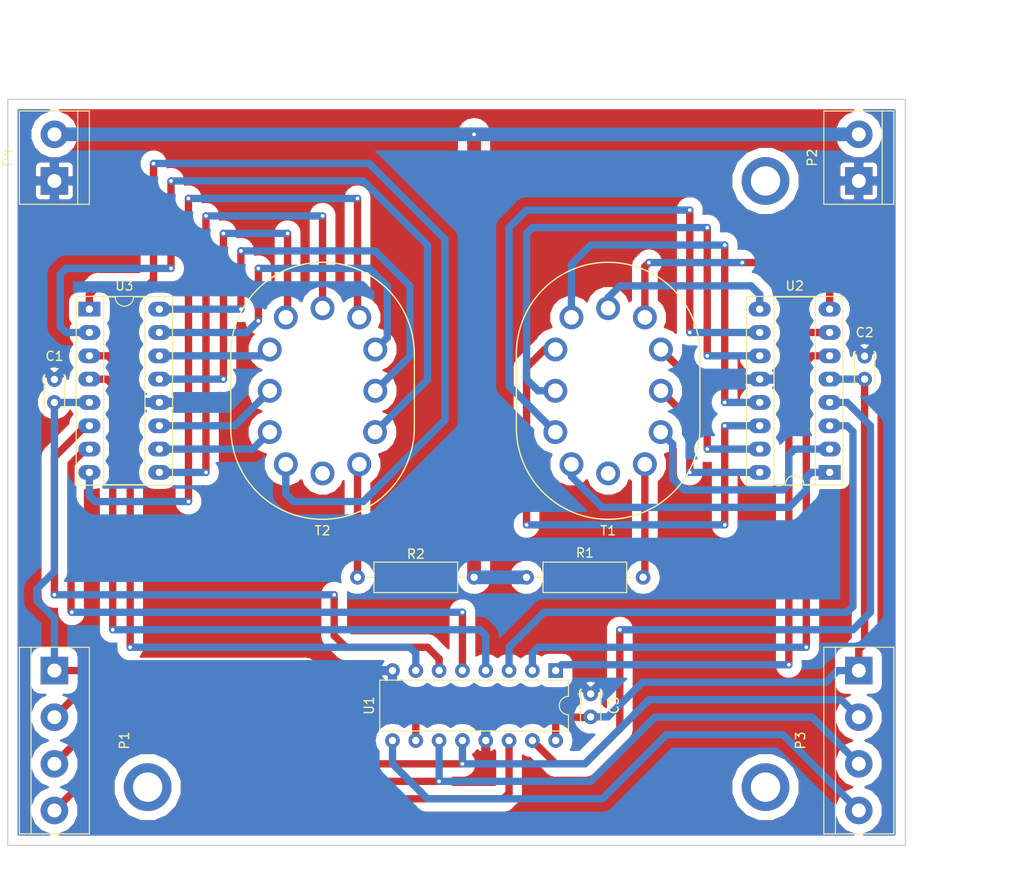
<source format=kicad_pcb>
(kicad_pcb (version 20171130) (host pcbnew 5.1.10)

  (general
    (thickness 1.6)
    (drawings 9)
    (tracks 301)
    (zones 0)
    (modules 17)
    (nets 40)
  )

  (page A4)
  (layers
    (0 F.Cu signal)
    (31 B.Cu signal)
    (32 B.Adhes user)
    (33 F.Adhes user)
    (34 B.Paste user)
    (35 F.Paste user)
    (36 B.SilkS user)
    (37 F.SilkS user)
    (38 B.Mask user)
    (39 F.Mask user)
    (40 Dwgs.User user)
    (41 Cmts.User user)
    (42 Eco1.User user)
    (43 Eco2.User user)
    (44 Edge.Cuts user)
    (45 Margin user)
    (46 B.CrtYd user)
    (47 F.CrtYd user)
    (48 B.Fab user)
    (49 F.Fab user)
  )

  (setup
    (last_trace_width 0.25)
    (user_trace_width 0.8)
    (user_trace_width 1.27)
    (user_trace_width 1.5)
    (trace_clearance 0.2)
    (zone_clearance 1)
    (zone_45_only no)
    (trace_min 0.2)
    (via_size 0.8)
    (via_drill 0.4)
    (via_min_size 0.4)
    (via_min_drill 0.3)
    (user_via 0.8 0.4)
    (uvia_size 0.3)
    (uvia_drill 0.1)
    (uvias_allowed no)
    (uvia_min_size 0.2)
    (uvia_min_drill 0.1)
    (edge_width 0.15)
    (segment_width 0.2)
    (pcb_text_width 0.3)
    (pcb_text_size 1.5 1.5)
    (mod_edge_width 0.15)
    (mod_text_size 1 1)
    (mod_text_width 0.15)
    (pad_size 5.2 5.2)
    (pad_drill 3.2)
    (pad_to_mask_clearance 0.2)
    (solder_mask_min_width 0.25)
    (aux_axis_origin 22.86 38.1)
    (visible_elements 7FFFFFFF)
    (pcbplotparams
      (layerselection 0x010f0_80000001)
      (usegerberextensions true)
      (usegerberattributes false)
      (usegerberadvancedattributes false)
      (creategerberjobfile false)
      (excludeedgelayer true)
      (linewidth 0.100000)
      (plotframeref false)
      (viasonmask false)
      (mode 1)
      (useauxorigin true)
      (hpglpennumber 1)
      (hpglpenspeed 20)
      (hpglpendiameter 15.000000)
      (psnegative false)
      (psa4output false)
      (plotreference true)
      (plotvalue true)
      (plotinvisibletext false)
      (padsonsilk false)
      (subtractmaskfromsilk true)
      (outputformat 1)
      (mirror false)
      (drillshape 0)
      (scaleselection 1)
      (outputdirectory "gerber/"))
  )

  (net 0 "")
  (net 1 GND)
  (net 2 +5V)
  (net 3 RCLK)
  (net 4 SCLK)
  (net 5 SerialIn)
  (net 6 HV)
  (net 7 SerialOut)
  (net 8 "Net-(R1-Pad2)")
  (net 9 "Net-(R2-Pad2)")
  (net 10 "Net-(T1-Pad12)")
  (net 11 "Net-(T1-Pad6)")
  (net 12 "Net-(T1-Pad9)")
  (net 13 "Net-(T1-Pad3)")
  (net 14 "Net-(T1-Pad4)")
  (net 15 "Net-(T1-Pad2)")
  (net 16 "Net-(T1-Pad10)")
  (net 17 "Net-(T1-Pad8)")
  (net 18 "Net-(T1-Pad5)")
  (net 19 "Net-(T1-Pad7)")
  (net 20 "Net-(T1-Pad11)")
  (net 21 "Net-(T2-Pad12)")
  (net 22 "Net-(T2-Pad6)")
  (net 23 "Net-(T2-Pad9)")
  (net 24 "Net-(T2-Pad3)")
  (net 25 "Net-(T2-Pad4)")
  (net 26 "Net-(T2-Pad2)")
  (net 27 "Net-(T2-Pad10)")
  (net 28 "Net-(T2-Pad8)")
  (net 29 "Net-(T2-Pad5)")
  (net 30 "Net-(T2-Pad7)")
  (net 31 "Net-(T2-Pad11)")
  (net 32 "Net-(U1-Pad1)")
  (net 33 "Net-(U1-Pad2)")
  (net 34 "Net-(U1-Pad3)")
  (net 35 "Net-(U1-Pad4)")
  (net 36 "Net-(U1-Pad5)")
  (net 37 "Net-(U1-Pad6)")
  (net 38 "Net-(U1-Pad7)")
  (net 39 "Net-(U1-Pad15)")

  (net_class Default "Dies ist die voreingestellte Netzklasse."
    (clearance 0.2)
    (trace_width 0.25)
    (via_dia 0.8)
    (via_drill 0.4)
    (uvia_dia 0.3)
    (uvia_drill 0.1)
    (add_net +5V)
    (add_net GND)
    (add_net HV)
    (add_net "Net-(R1-Pad2)")
    (add_net "Net-(R2-Pad2)")
    (add_net "Net-(T1-Pad10)")
    (add_net "Net-(T1-Pad11)")
    (add_net "Net-(T1-Pad12)")
    (add_net "Net-(T1-Pad2)")
    (add_net "Net-(T1-Pad3)")
    (add_net "Net-(T1-Pad4)")
    (add_net "Net-(T1-Pad5)")
    (add_net "Net-(T1-Pad6)")
    (add_net "Net-(T1-Pad7)")
    (add_net "Net-(T1-Pad8)")
    (add_net "Net-(T1-Pad9)")
    (add_net "Net-(T2-Pad10)")
    (add_net "Net-(T2-Pad11)")
    (add_net "Net-(T2-Pad12)")
    (add_net "Net-(T2-Pad2)")
    (add_net "Net-(T2-Pad3)")
    (add_net "Net-(T2-Pad4)")
    (add_net "Net-(T2-Pad5)")
    (add_net "Net-(T2-Pad6)")
    (add_net "Net-(T2-Pad7)")
    (add_net "Net-(T2-Pad8)")
    (add_net "Net-(T2-Pad9)")
    (add_net "Net-(U1-Pad1)")
    (add_net "Net-(U1-Pad15)")
    (add_net "Net-(U1-Pad2)")
    (add_net "Net-(U1-Pad3)")
    (add_net "Net-(U1-Pad4)")
    (add_net "Net-(U1-Pad5)")
    (add_net "Net-(U1-Pad6)")
    (add_net "Net-(U1-Pad7)")
    (add_net RCLK)
    (add_net SCLK)
    (add_net SerialIn)
    (add_net SerialOut)
  )

  (module Connector_Pin:Pin_D1.0mm_L10.0mm (layer F.Cu) (tedit 5E05FE64) (tstamp 5E12773F)
    (at 105.41 113.03)
    (descr "solder Pin_ diameter 1.0mm, hole diameter 1.0mm (press fit), length 10.0mm")
    (tags "solder Pin_ press fit")
    (fp_text reference "" (at 0 2.25) (layer F.SilkS)
      (effects (font (size 1 1) (thickness 0.15)))
    )
    (fp_text value "" (at 0 -2.05) (layer F.Fab)
      (effects (font (size 1 1) (thickness 0.15)))
    )
    (fp_circle (center 0 0) (end 1.25 0.05) (layer F.SilkS) (width 0.12))
    (fp_circle (center 0 0) (end 1 0) (layer F.Fab) (width 0.12))
    (fp_circle (center 0 0) (end 0.5 0) (layer F.Fab) (width 0.12))
    (fp_circle (center 0 0) (end 1.5 0) (layer F.CrtYd) (width 0.05))
    (fp_text user %R (at 0 2.25) (layer F.Fab)
      (effects (font (size 1 1) (thickness 0.15)))
    )
    (pad 1 thru_hole circle (at 0 0) (size 5.2 5.2) (drill 3.2) (layers *.Cu *.Mask))
    (model ${KISYS3DMOD}/Connector_Pin.3dshapes/Pin_D1.0mm_L10.0mm.wrl
      (at (xyz 0 0 0))
      (scale (xyz 1 1 1))
      (rotate (xyz 0 0 0))
    )
  )

  (module Connect:bornier4 (layer F.Cu) (tedit 587FD5E4) (tstamp 58A9FE97)
    (at 115.57 100.33 270)
    (descr "Bornier d'alimentation 4 pins")
    (tags DEV)
    (path /58A9FE03)
    (fp_text reference P3 (at 7.62 6.35 270) (layer F.SilkS)
      (effects (font (size 1 1) (thickness 0.15)))
    )
    (fp_text value CONN_01X04 (at 7.6 4.75 90) (layer F.Fab)
      (effects (font (size 1 1) (thickness 0.15)))
    )
    (fp_line (start 17.97 4) (end -2.73 4) (layer F.CrtYd) (width 0.05))
    (fp_line (start 17.97 4) (end 17.97 -4) (layer F.CrtYd) (width 0.05))
    (fp_line (start -2.73 -4) (end -2.73 4) (layer F.CrtYd) (width 0.05))
    (fp_line (start -2.73 -4) (end 17.97 -4) (layer F.CrtYd) (width 0.05))
    (fp_line (start -2.54 3.81) (end 17.78 3.81) (layer F.SilkS) (width 0.12))
    (fp_line (start -2.54 -3.81) (end 17.78 -3.81) (layer F.SilkS) (width 0.12))
    (fp_line (start 17.78 2.54) (end -2.54 2.54) (layer F.SilkS) (width 0.12))
    (fp_line (start 17.78 3.81) (end 17.78 -3.81) (layer F.SilkS) (width 0.12))
    (fp_line (start -2.54 -3.81) (end -2.54 3.81) (layer F.SilkS) (width 0.12))
    (fp_line (start 17.72 3.75) (end -2.43 3.75) (layer F.Fab) (width 0.1))
    (fp_line (start 17.72 -3.75) (end 17.72 3.75) (layer F.Fab) (width 0.1))
    (fp_line (start -2.48 -3.75) (end 17.72 -3.75) (layer F.Fab) (width 0.1))
    (fp_line (start -2.48 3.75) (end -2.48 -3.75) (layer F.Fab) (width 0.1))
    (fp_line (start -2.43 3.75) (end -2.48 3.75) (layer F.Fab) (width 0.1))
    (fp_line (start -2.48 2.55) (end 17.72 2.55) (layer F.Fab) (width 0.1))
    (pad 2 thru_hole circle (at 5.08 0 270) (size 3 3) (drill 1.52) (layers *.Cu *.Mask)
      (net 3 RCLK))
    (pad 3 thru_hole circle (at 10.16 0 270) (size 3 3) (drill 1.52) (layers *.Cu *.Mask)
      (net 4 SCLK))
    (pad 1 thru_hole rect (at 0 0 270) (size 3 3) (drill 1.52) (layers *.Cu *.Mask)
      (net 2 +5V))
    (pad 4 thru_hole circle (at 15.24 0 270) (size 3 3) (drill 1.52) (layers *.Cu *.Mask)
      (net 7 SerialOut))
    (model Connectors.3dshapes/bornier4.wrl
      (at (xyz 0 0 0))
      (scale (xyz 1 1 1))
      (rotate (xyz 0 0 0))
    )
  )

  (module Connector_Pin:Pin_D1.0mm_L10.0mm (layer F.Cu) (tedit 5E05FE64) (tstamp 5E127597)
    (at 38.1 113.03)
    (descr "solder Pin_ diameter 1.0mm, hole diameter 1.0mm (press fit), length 10.0mm")
    (tags "solder Pin_ press fit")
    (fp_text reference "" (at 0 2.25) (layer F.SilkS)
      (effects (font (size 1 1) (thickness 0.15)))
    )
    (fp_text value "" (at 0 -2.05) (layer F.Fab)
      (effects (font (size 1 1) (thickness 0.15)))
    )
    (fp_circle (center 0 0) (end 1.25 0.05) (layer F.SilkS) (width 0.12))
    (fp_circle (center 0 0) (end 1 0) (layer F.Fab) (width 0.12))
    (fp_circle (center 0 0) (end 0.5 0) (layer F.Fab) (width 0.12))
    (fp_circle (center 0 0) (end 1.5 0) (layer F.CrtYd) (width 0.05))
    (fp_text user %R (at 0 2.25) (layer F.Fab)
      (effects (font (size 1 1) (thickness 0.15)))
    )
    (pad 1 thru_hole circle (at 0 0) (size 5.2 5.2) (drill 3.2) (layers *.Cu *.Mask))
    (model ${KISYS3DMOD}/Connector_Pin.3dshapes/Pin_D1.0mm_L10.0mm.wrl
      (at (xyz 0 0 0))
      (scale (xyz 1 1 1))
      (rotate (xyz 0 0 0))
    )
  )

  (module Package_DIP:DIP-16_W7.62mm_Socket_LongPads (layer F.Cu) (tedit 5A02E8C5) (tstamp 5E341638)
    (at 112.395 78.74 180)
    (descr "16-lead though-hole mounted DIP package, row spacing 7.62 mm (300 mils), Socket, LongPads")
    (tags "THT DIP DIL PDIP 2.54mm 7.62mm 300mil Socket LongPads")
    (path /5E09BA38)
    (fp_text reference U2 (at 3.81 20.32 180) (layer F.SilkS)
      (effects (font (size 1 1) (thickness 0.15)))
    )
    (fp_text value 74141 (at 3.81 -2.54 180) (layer F.Fab)
      (effects (font (size 1 1) (thickness 0.15)))
    )
    (fp_line (start 9.15 -1.6) (end -1.55 -1.6) (layer F.CrtYd) (width 0.05))
    (fp_line (start 9.15 19.4) (end 9.15 -1.6) (layer F.CrtYd) (width 0.05))
    (fp_line (start -1.55 19.4) (end 9.15 19.4) (layer F.CrtYd) (width 0.05))
    (fp_line (start -1.55 -1.6) (end -1.55 19.4) (layer F.CrtYd) (width 0.05))
    (fp_line (start 9.06 -1.39) (end -1.44 -1.39) (layer F.SilkS) (width 0.12))
    (fp_line (start 9.06 19.17) (end 9.06 -1.39) (layer F.SilkS) (width 0.12))
    (fp_line (start -1.44 19.17) (end 9.06 19.17) (layer F.SilkS) (width 0.12))
    (fp_line (start -1.44 -1.39) (end -1.44 19.17) (layer F.SilkS) (width 0.12))
    (fp_line (start 6.06 -1.33) (end 4.81 -1.33) (layer F.SilkS) (width 0.12))
    (fp_line (start 6.06 19.11) (end 6.06 -1.33) (layer F.SilkS) (width 0.12))
    (fp_line (start 1.56 19.11) (end 6.06 19.11) (layer F.SilkS) (width 0.12))
    (fp_line (start 1.56 -1.33) (end 1.56 19.11) (layer F.SilkS) (width 0.12))
    (fp_line (start 2.81 -1.33) (end 1.56 -1.33) (layer F.SilkS) (width 0.12))
    (fp_line (start 8.89 -1.33) (end -1.27 -1.33) (layer F.Fab) (width 0.1))
    (fp_line (start 8.89 19.11) (end 8.89 -1.33) (layer F.Fab) (width 0.1))
    (fp_line (start -1.27 19.11) (end 8.89 19.11) (layer F.Fab) (width 0.1))
    (fp_line (start -1.27 -1.33) (end -1.27 19.11) (layer F.Fab) (width 0.1))
    (fp_line (start 0.635 -0.27) (end 1.635 -1.27) (layer F.Fab) (width 0.1))
    (fp_line (start 0.635 19.05) (end 0.635 -0.27) (layer F.Fab) (width 0.1))
    (fp_line (start 6.985 19.05) (end 0.635 19.05) (layer F.Fab) (width 0.1))
    (fp_line (start 6.985 -1.27) (end 6.985 19.05) (layer F.Fab) (width 0.1))
    (fp_line (start 1.635 -1.27) (end 6.985 -1.27) (layer F.Fab) (width 0.1))
    (fp_arc (start 3.81 -1.33) (end 2.81 -1.33) (angle -180) (layer F.SilkS) (width 0.12))
    (fp_text user %R (at 3.81 8.89 180) (layer F.Fab)
      (effects (font (size 1 1) (thickness 0.15)))
    )
    (pad 1 thru_hole rect (at 0 0 180) (size 2.4 1.6) (drill 0.8) (layers *.Cu *.Mask)
      (net 20 "Net-(T1-Pad11)"))
    (pad 9 thru_hole oval (at 7.62 17.78 180) (size 2.4 1.6) (drill 0.8) (layers *.Cu *.Mask)
      (net 11 "Net-(T1-Pad6)"))
    (pad 2 thru_hole oval (at 0 2.54 180) (size 2.4 1.6) (drill 0.8) (layers *.Cu *.Mask)
      (net 15 "Net-(T1-Pad2)"))
    (pad 10 thru_hole oval (at 7.62 15.24 180) (size 2.4 1.6) (drill 0.8) (layers *.Cu *.Mask)
      (net 16 "Net-(T1-Pad10)"))
    (pad 3 thru_hole oval (at 0 5.08 180) (size 2.4 1.6) (drill 0.8) (layers *.Cu *.Mask)
      (net 34 "Net-(U1-Pad3)"))
    (pad 11 thru_hole oval (at 7.62 12.7 180) (size 2.4 1.6) (drill 0.8) (layers *.Cu *.Mask)
      (net 12 "Net-(T1-Pad9)"))
    (pad 4 thru_hole oval (at 0 7.62 180) (size 2.4 1.6) (drill 0.8) (layers *.Cu *.Mask)
      (net 39 "Net-(U1-Pad15)"))
    (pad 12 thru_hole oval (at 7.62 10.16 180) (size 2.4 1.6) (drill 0.8) (layers *.Cu *.Mask)
      (net 1 GND))
    (pad 5 thru_hole oval (at 0 10.16 180) (size 2.4 1.6) (drill 0.8) (layers *.Cu *.Mask)
      (net 2 +5V))
    (pad 13 thru_hole oval (at 7.62 7.62 180) (size 2.4 1.6) (drill 0.8) (layers *.Cu *.Mask)
      (net 19 "Net-(T1-Pad7)"))
    (pad 6 thru_hole oval (at 0 12.7 180) (size 2.4 1.6) (drill 0.8) (layers *.Cu *.Mask)
      (net 33 "Net-(U1-Pad2)"))
    (pad 14 thru_hole oval (at 7.62 5.08 180) (size 2.4 1.6) (drill 0.8) (layers *.Cu *.Mask)
      (net 17 "Net-(T1-Pad8)"))
    (pad 7 thru_hole oval (at 0 15.24 180) (size 2.4 1.6) (drill 0.8) (layers *.Cu *.Mask)
      (net 32 "Net-(U1-Pad1)"))
    (pad 15 thru_hole oval (at 7.62 2.54 180) (size 2.4 1.6) (drill 0.8) (layers *.Cu *.Mask)
      (net 14 "Net-(T1-Pad4)"))
    (pad 8 thru_hole oval (at 0 17.78 180) (size 2.4 1.6) (drill 0.8) (layers *.Cu *.Mask)
      (net 18 "Net-(T1-Pad5)"))
    (pad 16 thru_hole oval (at 7.62 0 180) (size 2.4 1.6) (drill 0.8) (layers *.Cu *.Mask)
      (net 13 "Net-(T1-Pad3)"))
    (model ${KISYS3DMOD}/Package_DIP.3dshapes/DIP-16_W7.62mm_Socket.wrl
      (at (xyz 0 0 0))
      (scale (xyz 1 1 1))
      (rotate (xyz 0 0 0))
    )
  )

  (module Nixie:IN-12B (layer F.Cu) (tedit 5E0546D3) (tstamp 5E341621)
    (at 57.15 69.85)
    (path /58A86A37)
    (fp_text reference T2 (at 0 15.24) (layer F.SilkS)
      (effects (font (size 1 1) (thickness 0.15)))
    )
    (fp_text value IN12b (at 0 -1.27) (layer F.Fab)
      (effects (font (size 1 1) (thickness 0.15)))
    )
    (fp_circle (center 0 0) (end 3 -2) (layer F.SilkS) (width 0.15))
    (fp_line (start -10 -4) (end -10 4) (layer F.SilkS) (width 0.15))
    (fp_line (start 10 -4) (end 10 4) (layer F.SilkS) (width 0.15))
    (fp_arc (start 0 4) (end 10 4) (angle 90) (layer F.SilkS) (width 0.15))
    (fp_arc (start 0 4) (end 0 14) (angle 90) (layer F.SilkS) (width 0.15))
    (fp_arc (start 0 -4) (end 0 -14) (angle 90) (layer F.SilkS) (width 0.15))
    (fp_arc (start 0 -4) (end -10 -4) (angle 90) (layer F.SilkS) (width 0.15))
    (pad 6 thru_hole circle (at 0 -9) (size 2.6 2.6) (drill 1.6) (layers *.Cu *.Mask)
      (net 22 "Net-(T2-Pad6)"))
    (pad 12 thru_hole circle (at 0 9) (size 2.6 2.6) (drill 1.6) (layers *.Cu *.Mask)
      (net 21 "Net-(T2-Pad12)"))
    (pad 3 thru_hole circle (at 5.75 0) (size 2.6 2.6) (drill 1.6) (layers *.Cu *.Mask)
      (net 24 "Net-(T2-Pad3)"))
    (pad 9 thru_hole circle (at -5.75 0) (size 2.6 2.6) (drill 1.6) (layers *.Cu *.Mask)
      (net 23 "Net-(T2-Pad9)"))
    (pad 10 thru_hole circle (at -5.75 4.5) (size 2.6 2.6) (drill 1.6) (layers *.Cu *.Mask)
      (net 27 "Net-(T2-Pad10)"))
    (pad 8 thru_hole circle (at -5.75 -4.5) (size 2.6 2.6) (drill 1.6) (layers *.Cu *.Mask)
      (net 28 "Net-(T2-Pad8)"))
    (pad 4 thru_hole circle (at 5.75 -4.5) (size 2.6 2.6) (drill 1.6) (layers *.Cu *.Mask)
      (net 25 "Net-(T2-Pad4)"))
    (pad 2 thru_hole circle (at 5.725 4.5) (size 2.6 2.6) (drill 1.6) (layers *.Cu *.Mask)
      (net 26 "Net-(T2-Pad2)"))
    (pad 11 thru_hole circle (at -4 8) (size 2.6 2.6) (drill 1.6) (layers *.Cu *.Mask)
      (net 31 "Net-(T2-Pad11)"))
    (pad 1 thru_hole circle (at 4 8) (size 2.6 2.6) (drill 1.6) (layers *.Cu *.Mask)
      (net 9 "Net-(R2-Pad2)"))
    (pad 5 thru_hole circle (at 4 -8) (size 2.6 2.6) (drill 1.6) (layers *.Cu *.Mask)
      (net 29 "Net-(T2-Pad5)"))
    (pad 7 thru_hole circle (at -4 -8) (size 2.6 2.6) (drill 1.6) (layers *.Cu *.Mask)
      (net 30 "Net-(T2-Pad7)"))
    (pad "" np_thru_hole circle (at 0 0) (size 8 8) (drill 8) (layers *.Cu *.Mask))
  )

  (module Resistors_ThroughHole:R_Axial_DIN0309_L9.0mm_D3.2mm_P12.70mm_Horizontal (layer F.Cu) (tedit 5874F706) (tstamp 5E341D72)
    (at 73.66 90.17 180)
    (descr "Resistor, Axial_DIN0309 series, Axial, Horizontal, pin pitch=12.7mm, 0.5W = 1/2W, length*diameter=9*3.2mm^2, http://cdn-reichelt.de/documents/datenblatt/B400/1_4W%23YAG.pdf")
    (tags "Resistor Axial_DIN0309 series Axial Horizontal pin pitch 12.7mm 0.5W = 1/2W length 9mm diameter 3.2mm")
    (path /58A86A4E)
    (fp_text reference R2 (at 6.35 2.54 180) (layer F.SilkS)
      (effects (font (size 1 1) (thickness 0.15)))
    )
    (fp_text value 12k (at 6.35 -2.54 180) (layer F.Fab)
      (effects (font (size 1 1) (thickness 0.15)))
    )
    (fp_line (start 13.75 -1.95) (end -1.05 -1.95) (layer F.CrtYd) (width 0.05))
    (fp_line (start 13.75 1.95) (end 13.75 -1.95) (layer F.CrtYd) (width 0.05))
    (fp_line (start -1.05 1.95) (end 13.75 1.95) (layer F.CrtYd) (width 0.05))
    (fp_line (start -1.05 -1.95) (end -1.05 1.95) (layer F.CrtYd) (width 0.05))
    (fp_line (start 11.72 0) (end 10.91 0) (layer F.SilkS) (width 0.12))
    (fp_line (start 0.98 0) (end 1.79 0) (layer F.SilkS) (width 0.12))
    (fp_line (start 10.91 -1.66) (end 1.79 -1.66) (layer F.SilkS) (width 0.12))
    (fp_line (start 10.91 1.66) (end 10.91 -1.66) (layer F.SilkS) (width 0.12))
    (fp_line (start 1.79 1.66) (end 10.91 1.66) (layer F.SilkS) (width 0.12))
    (fp_line (start 1.79 -1.66) (end 1.79 1.66) (layer F.SilkS) (width 0.12))
    (fp_line (start 12.7 0) (end 10.85 0) (layer F.Fab) (width 0.1))
    (fp_line (start 0 0) (end 1.85 0) (layer F.Fab) (width 0.1))
    (fp_line (start 10.85 -1.6) (end 1.85 -1.6) (layer F.Fab) (width 0.1))
    (fp_line (start 10.85 1.6) (end 10.85 -1.6) (layer F.Fab) (width 0.1))
    (fp_line (start 1.85 1.6) (end 10.85 1.6) (layer F.Fab) (width 0.1))
    (fp_line (start 1.85 -1.6) (end 1.85 1.6) (layer F.Fab) (width 0.1))
    (pad 1 thru_hole circle (at 0 0 180) (size 1.6 1.6) (drill 0.8) (layers *.Cu *.Mask)
      (net 6 HV))
    (pad 2 thru_hole oval (at 12.7 0 180) (size 1.6 1.6) (drill 0.8) (layers *.Cu *.Mask)
      (net 9 "Net-(R2-Pad2)"))
    (model Resistors_THT.3dshapes/R_Axial_DIN0309_L9.0mm_D3.2mm_P12.70mm_Horizontal.wrl
      (at (xyz 0 0 0))
      (scale (xyz 0.393701 0.393701 0.393701))
      (rotate (xyz 0 0 0))
    )
  )

  (module Capacitors_ThroughHole:C_Disc_D3.4mm_W2.1mm_P2.50mm (layer F.Cu) (tedit 58B1C98C) (tstamp 58A9FE81)
    (at 86.36 102.87 270)
    (descr "C, Disc series, Radial, pin pitch=2.50mm, , diameter*width=3.4*2.1mm^2, Capacitor, http://www.vishay.com/docs/45233/krseries.pdf")
    (tags "C Disc series Radial pin pitch 2.50mm  diameter 3.4mm width 2.1mm Capacitor")
    (path /58B1DA5F)
    (fp_text reference C3 (at 1.25 -2.54 270) (layer F.SilkS)
      (effects (font (size 1 1) (thickness 0.15)))
    )
    (fp_text value 100nF (at 1.25 -3.81 270) (layer F.Fab)
      (effects (font (size 1 1) (thickness 0.15)))
    )
    (fp_line (start 3.55 -1.4) (end -1.05 -1.4) (layer F.CrtYd) (width 0.05))
    (fp_line (start 3.55 1.4) (end 3.55 -1.4) (layer F.CrtYd) (width 0.05))
    (fp_line (start -1.05 1.4) (end 3.55 1.4) (layer F.CrtYd) (width 0.05))
    (fp_line (start -1.05 -1.4) (end -1.05 1.4) (layer F.CrtYd) (width 0.05))
    (fp_line (start 3.01 0.996) (end 3.01 1.11) (layer F.SilkS) (width 0.12))
    (fp_line (start 3.01 -1.11) (end 3.01 -0.996) (layer F.SilkS) (width 0.12))
    (fp_line (start -0.51 0.996) (end -0.51 1.11) (layer F.SilkS) (width 0.12))
    (fp_line (start -0.51 -1.11) (end -0.51 -0.996) (layer F.SilkS) (width 0.12))
    (fp_line (start -0.51 1.11) (end 3.01 1.11) (layer F.SilkS) (width 0.12))
    (fp_line (start -0.51 -1.11) (end 3.01 -1.11) (layer F.SilkS) (width 0.12))
    (fp_line (start 2.95 -1.05) (end -0.45 -1.05) (layer F.Fab) (width 0.1))
    (fp_line (start 2.95 1.05) (end 2.95 -1.05) (layer F.Fab) (width 0.1))
    (fp_line (start -0.45 1.05) (end 2.95 1.05) (layer F.Fab) (width 0.1))
    (fp_line (start -0.45 -1.05) (end -0.45 1.05) (layer F.Fab) (width 0.1))
    (pad 1 thru_hole circle (at 0 0 270) (size 1.6 1.6) (drill 0.8) (layers *.Cu *.Mask)
      (net 1 GND))
    (pad 2 thru_hole circle (at 2.5 0 270) (size 1.6 1.6) (drill 0.8) (layers *.Cu *.Mask)
      (net 2 +5V))
    (model Capacitors_THT.3dshapes/C_Disc_D3.4mm_W2.1mm_P2.50mm.wrl
      (at (xyz 0 0 0))
      (scale (xyz 0.393701 0.393701 0.393701))
      (rotate (xyz 0 0 0))
    )
  )

  (module Connect:bornier4 (layer F.Cu) (tedit 587FD5E4) (tstamp 58A9FE89)
    (at 27.94 100.33 270)
    (descr "Bornier d'alimentation 4 pins")
    (tags DEV)
    (path /58A9FE8F)
    (fp_text reference P1 (at 7.62 -7.62 270) (layer F.SilkS)
      (effects (font (size 1 1) (thickness 0.15)))
    )
    (fp_text value CONN_01X04 (at 7.62 -5.08 270) (layer F.Fab)
      (effects (font (size 1 1) (thickness 0.15)))
    )
    (fp_line (start 17.97 4) (end -2.73 4) (layer F.CrtYd) (width 0.05))
    (fp_line (start 17.97 4) (end 17.97 -4) (layer F.CrtYd) (width 0.05))
    (fp_line (start -2.73 -4) (end -2.73 4) (layer F.CrtYd) (width 0.05))
    (fp_line (start -2.73 -4) (end 17.97 -4) (layer F.CrtYd) (width 0.05))
    (fp_line (start -2.54 3.81) (end 17.78 3.81) (layer F.SilkS) (width 0.12))
    (fp_line (start -2.54 -3.81) (end 17.78 -3.81) (layer F.SilkS) (width 0.12))
    (fp_line (start 17.78 2.54) (end -2.54 2.54) (layer F.SilkS) (width 0.12))
    (fp_line (start 17.78 3.81) (end 17.78 -3.81) (layer F.SilkS) (width 0.12))
    (fp_line (start -2.54 -3.81) (end -2.54 3.81) (layer F.SilkS) (width 0.12))
    (fp_line (start 17.72 3.75) (end -2.43 3.75) (layer F.Fab) (width 0.1))
    (fp_line (start 17.72 -3.75) (end 17.72 3.75) (layer F.Fab) (width 0.1))
    (fp_line (start -2.48 -3.75) (end 17.72 -3.75) (layer F.Fab) (width 0.1))
    (fp_line (start -2.48 3.75) (end -2.48 -3.75) (layer F.Fab) (width 0.1))
    (fp_line (start -2.43 3.75) (end -2.48 3.75) (layer F.Fab) (width 0.1))
    (fp_line (start -2.48 2.55) (end 17.72 2.55) (layer F.Fab) (width 0.1))
    (pad 2 thru_hole circle (at 5.08 0 270) (size 3 3) (drill 1.52) (layers *.Cu *.Mask)
      (net 3 RCLK))
    (pad 3 thru_hole circle (at 10.16 0 270) (size 3 3) (drill 1.52) (layers *.Cu *.Mask)
      (net 4 SCLK))
    (pad 1 thru_hole rect (at 0 0 270) (size 3 3) (drill 1.52) (layers *.Cu *.Mask)
      (net 2 +5V))
    (pad 4 thru_hole circle (at 15.24 0 270) (size 3 3) (drill 1.52) (layers *.Cu *.Mask)
      (net 5 SerialIn))
    (model Connectors.3dshapes/bornier4.wrl
      (at (xyz 0 0 0))
      (scale (xyz 1 1 1))
      (rotate (xyz 0 0 0))
    )
  )

  (module Connect:bornier2 (layer F.Cu) (tedit 587FD522) (tstamp 58A9FE8F)
    (at 115.57 46.99 90)
    (descr "Bornier d'alimentation 2 pins")
    (tags DEV)
    (path /58A9FC7D)
    (fp_text reference P2 (at 2.54 -5.08 90) (layer F.SilkS)
      (effects (font (size 1 1) (thickness 0.15)))
    )
    (fp_text value CONN_01X02 (at 2.54 5.08 90) (layer F.Fab)
      (effects (font (size 1 1) (thickness 0.15)))
    )
    (fp_line (start 7.79 4) (end -2.71 4) (layer F.CrtYd) (width 0.05))
    (fp_line (start 7.79 4) (end 7.79 -4) (layer F.CrtYd) (width 0.05))
    (fp_line (start -2.71 -4) (end -2.71 4) (layer F.CrtYd) (width 0.05))
    (fp_line (start -2.71 -4) (end 7.79 -4) (layer F.CrtYd) (width 0.05))
    (fp_line (start -2.54 3.81) (end 7.62 3.81) (layer F.SilkS) (width 0.12))
    (fp_line (start -2.54 -3.81) (end -2.54 3.81) (layer F.SilkS) (width 0.12))
    (fp_line (start 7.62 -3.81) (end -2.54 -3.81) (layer F.SilkS) (width 0.12))
    (fp_line (start 7.62 3.81) (end 7.62 -3.81) (layer F.SilkS) (width 0.12))
    (fp_line (start 7.62 2.54) (end -2.54 2.54) (layer F.SilkS) (width 0.12))
    (fp_line (start 7.54 -3.75) (end -2.46 -3.75) (layer F.Fab) (width 0.1))
    (fp_line (start 7.54 3.75) (end 7.54 -3.75) (layer F.Fab) (width 0.1))
    (fp_line (start -2.46 3.75) (end 7.54 3.75) (layer F.Fab) (width 0.1))
    (fp_line (start -2.46 -3.75) (end -2.46 3.75) (layer F.Fab) (width 0.1))
    (fp_line (start -2.41 2.55) (end 7.49 2.55) (layer F.Fab) (width 0.1))
    (pad 1 thru_hole rect (at 0 0 90) (size 3 3) (drill 1.52) (layers *.Cu *.Mask)
      (net 1 GND))
    (pad 2 thru_hole circle (at 5.08 0 90) (size 3 3) (drill 1.52) (layers *.Cu *.Mask)
      (net 6 HV))
    (model Connectors.3dshapes/bornier2.wrl
      (at (xyz 0 0 0))
      (scale (xyz 1 1 1))
      (rotate (xyz 0 0 0))
    )
  )

  (module Connect:bornier2 (layer F.Cu) (tedit 587FD522) (tstamp 5E060614)
    (at 27.94 46.99 90)
    (descr "Bornier d'alimentation 2 pins")
    (tags DEV)
    (path /58A9FCD0)
    (fp_text reference P4 (at 2.54 -5.08 90) (layer F.SilkS)
      (effects (font (size 1 1) (thickness 0.15)))
    )
    (fp_text value CONN_01X02 (at 2.54 5.08 90) (layer F.Fab)
      (effects (font (size 1 1) (thickness 0.15)))
    )
    (fp_line (start 7.79 4) (end -2.71 4) (layer F.CrtYd) (width 0.05))
    (fp_line (start 7.79 4) (end 7.79 -4) (layer F.CrtYd) (width 0.05))
    (fp_line (start -2.71 -4) (end -2.71 4) (layer F.CrtYd) (width 0.05))
    (fp_line (start -2.71 -4) (end 7.79 -4) (layer F.CrtYd) (width 0.05))
    (fp_line (start -2.54 3.81) (end 7.62 3.81) (layer F.SilkS) (width 0.12))
    (fp_line (start -2.54 -3.81) (end -2.54 3.81) (layer F.SilkS) (width 0.12))
    (fp_line (start 7.62 -3.81) (end -2.54 -3.81) (layer F.SilkS) (width 0.12))
    (fp_line (start 7.62 3.81) (end 7.62 -3.81) (layer F.SilkS) (width 0.12))
    (fp_line (start 7.62 2.54) (end -2.54 2.54) (layer F.SilkS) (width 0.12))
    (fp_line (start 7.54 -3.75) (end -2.46 -3.75) (layer F.Fab) (width 0.1))
    (fp_line (start 7.54 3.75) (end 7.54 -3.75) (layer F.Fab) (width 0.1))
    (fp_line (start -2.46 3.75) (end 7.54 3.75) (layer F.Fab) (width 0.1))
    (fp_line (start -2.46 -3.75) (end -2.46 3.75) (layer F.Fab) (width 0.1))
    (fp_line (start -2.41 2.55) (end 7.49 2.55) (layer F.Fab) (width 0.1))
    (pad 1 thru_hole rect (at 0 0 90) (size 3 3) (drill 1.52) (layers *.Cu *.Mask)
      (net 1 GND))
    (pad 2 thru_hole circle (at 5.08 0 90) (size 3 3) (drill 1.52) (layers *.Cu *.Mask)
      (net 6 HV))
    (model Connectors.3dshapes/bornier2.wrl
      (at (xyz 0 0 0))
      (scale (xyz 1 1 1))
      (rotate (xyz 0 0 0))
    )
  )

  (module Resistors_ThroughHole:R_Axial_DIN0309_L9.0mm_D3.2mm_P12.70mm_Horizontal (layer F.Cu) (tedit 5874F706) (tstamp 58A9FEA3)
    (at 79.375 90.17)
    (descr "Resistor, Axial_DIN0309 series, Axial, Horizontal, pin pitch=12.7mm, 0.5W = 1/2W, length*diameter=9*3.2mm^2, http://cdn-reichelt.de/documents/datenblatt/B400/1_4W%23YAG.pdf")
    (tags "Resistor Axial_DIN0309 series Axial Horizontal pin pitch 12.7mm 0.5W = 1/2W length 9mm diameter 3.2mm")
    (path /58A863E1)
    (fp_text reference R1 (at 6.35 -2.66) (layer F.SilkS)
      (effects (font (size 1 1) (thickness 0.15)))
    )
    (fp_text value 12k (at 6.35 2.66) (layer F.Fab)
      (effects (font (size 1 1) (thickness 0.15)))
    )
    (fp_line (start 13.75 -1.95) (end -1.05 -1.95) (layer F.CrtYd) (width 0.05))
    (fp_line (start 13.75 1.95) (end 13.75 -1.95) (layer F.CrtYd) (width 0.05))
    (fp_line (start -1.05 1.95) (end 13.75 1.95) (layer F.CrtYd) (width 0.05))
    (fp_line (start -1.05 -1.95) (end -1.05 1.95) (layer F.CrtYd) (width 0.05))
    (fp_line (start 11.72 0) (end 10.91 0) (layer F.SilkS) (width 0.12))
    (fp_line (start 0.98 0) (end 1.79 0) (layer F.SilkS) (width 0.12))
    (fp_line (start 10.91 -1.66) (end 1.79 -1.66) (layer F.SilkS) (width 0.12))
    (fp_line (start 10.91 1.66) (end 10.91 -1.66) (layer F.SilkS) (width 0.12))
    (fp_line (start 1.79 1.66) (end 10.91 1.66) (layer F.SilkS) (width 0.12))
    (fp_line (start 1.79 -1.66) (end 1.79 1.66) (layer F.SilkS) (width 0.12))
    (fp_line (start 12.7 0) (end 10.85 0) (layer F.Fab) (width 0.1))
    (fp_line (start 0 0) (end 1.85 0) (layer F.Fab) (width 0.1))
    (fp_line (start 10.85 -1.6) (end 1.85 -1.6) (layer F.Fab) (width 0.1))
    (fp_line (start 10.85 1.6) (end 10.85 -1.6) (layer F.Fab) (width 0.1))
    (fp_line (start 1.85 1.6) (end 10.85 1.6) (layer F.Fab) (width 0.1))
    (fp_line (start 1.85 -1.6) (end 1.85 1.6) (layer F.Fab) (width 0.1))
    (pad 1 thru_hole circle (at 0 0) (size 1.6 1.6) (drill 0.8) (layers *.Cu *.Mask)
      (net 6 HV))
    (pad 2 thru_hole oval (at 12.7 0) (size 1.6 1.6) (drill 0.8) (layers *.Cu *.Mask)
      (net 8 "Net-(R1-Pad2)"))
    (model Resistors_THT.3dshapes/R_Axial_DIN0309_L9.0mm_D3.2mm_P12.70mm_Horizontal.wrl
      (at (xyz 0 0 0))
      (scale (xyz 0.393701 0.393701 0.393701))
      (rotate (xyz 0 0 0))
    )
  )

  (module Housings_DIP:DIP-16_W7.62mm (layer F.Cu) (tedit 58B2EA63) (tstamp 58A9FEDD)
    (at 82.55 100.33 270)
    (descr "16-lead dip package, row spacing 7.62 mm (300 mils)")
    (tags "DIL DIP PDIP 2.54mm 7.62mm 300mil")
    (path /58A88364)
    (fp_text reference U1 (at 3.81 20.32 270) (layer F.SilkS)
      (effects (font (size 1 1) (thickness 0.15)))
    )
    (fp_text value 74HC595 (at 3.81 20.17 270) (layer F.Fab)
      (effects (font (size 1 1) (thickness 0.15)))
    )
    (fp_line (start 8.7 -1.6) (end -1.1 -1.6) (layer F.CrtYd) (width 0.05))
    (fp_line (start 8.7 19.3) (end 8.7 -1.6) (layer F.CrtYd) (width 0.05))
    (fp_line (start -1.1 19.3) (end 8.7 19.3) (layer F.CrtYd) (width 0.05))
    (fp_line (start -1.1 -1.6) (end -1.1 19.3) (layer F.CrtYd) (width 0.05))
    (fp_line (start 6.58 -1.39) (end 4.81 -1.39) (layer F.SilkS) (width 0.12))
    (fp_line (start 6.58 19.17) (end 6.58 -1.39) (layer F.SilkS) (width 0.12))
    (fp_line (start 1.04 19.17) (end 6.58 19.17) (layer F.SilkS) (width 0.12))
    (fp_line (start 1.04 -1.39) (end 1.04 19.17) (layer F.SilkS) (width 0.12))
    (fp_line (start 2.81 -1.39) (end 1.04 -1.39) (layer F.SilkS) (width 0.12))
    (fp_line (start 0.635 -0.27) (end 1.635 -1.27) (layer F.Fab) (width 0.1))
    (fp_line (start 0.635 19.05) (end 0.635 -0.27) (layer F.Fab) (width 0.1))
    (fp_line (start 6.985 19.05) (end 0.635 19.05) (layer F.Fab) (width 0.1))
    (fp_line (start 6.985 -1.27) (end 6.985 19.05) (layer F.Fab) (width 0.1))
    (fp_line (start 1.635 -1.27) (end 6.985 -1.27) (layer F.Fab) (width 0.1))
    (fp_arc (start 3.81 -1.39) (end 2.81 -1.39) (angle -180) (layer F.SilkS) (width 0.12))
    (pad 1 thru_hole rect (at 0 0 270) (size 1.6 1.6) (drill 0.8) (layers *.Cu *.Mask)
      (net 32 "Net-(U1-Pad1)"))
    (pad 9 thru_hole oval (at 7.62 17.78 270) (size 1.6 1.6) (drill 0.8) (layers *.Cu *.Mask)
      (net 7 SerialOut))
    (pad 2 thru_hole oval (at 0 2.54 270) (size 1.6 1.6) (drill 0.8) (layers *.Cu *.Mask)
      (net 33 "Net-(U1-Pad2)"))
    (pad 10 thru_hole oval (at 7.62 15.24 270) (size 1.6 1.6) (drill 0.8) (layers *.Cu *.Mask)
      (net 2 +5V))
    (pad 3 thru_hole oval (at 0 5.08 270) (size 1.6 1.6) (drill 0.8) (layers *.Cu *.Mask)
      (net 34 "Net-(U1-Pad3)"))
    (pad 11 thru_hole oval (at 7.62 12.7 270) (size 1.6 1.6) (drill 0.8) (layers *.Cu *.Mask)
      (net 4 SCLK))
    (pad 4 thru_hole oval (at 0 7.62 270) (size 1.6 1.6) (drill 0.8) (layers *.Cu *.Mask)
      (net 35 "Net-(U1-Pad4)"))
    (pad 12 thru_hole oval (at 7.62 10.16 270) (size 1.6 1.6) (drill 0.8) (layers *.Cu *.Mask)
      (net 3 RCLK))
    (pad 5 thru_hole oval (at 0 10.16 270) (size 1.6 1.6) (drill 0.8) (layers *.Cu *.Mask)
      (net 36 "Net-(U1-Pad5)"))
    (pad 13 thru_hole oval (at 7.62 7.62 270) (size 1.6 1.6) (drill 0.8) (layers *.Cu *.Mask)
      (net 1 GND))
    (pad 6 thru_hole oval (at 0 12.7 270) (size 1.6 1.6) (drill 0.8) (layers *.Cu *.Mask)
      (net 37 "Net-(U1-Pad6)"))
    (pad 14 thru_hole oval (at 7.62 5.08 270) (size 1.6 1.6) (drill 0.8) (layers *.Cu *.Mask)
      (net 5 SerialIn))
    (pad 7 thru_hole oval (at 0 15.24 270) (size 1.6 1.6) (drill 0.8) (layers *.Cu *.Mask)
      (net 38 "Net-(U1-Pad7)"))
    (pad 15 thru_hole oval (at 7.62 2.54 270) (size 1.6 1.6) (drill 0.8) (layers *.Cu *.Mask)
      (net 39 "Net-(U1-Pad15)"))
    (pad 8 thru_hole oval (at 0 17.78 270) (size 1.6 1.6) (drill 0.8) (layers *.Cu *.Mask)
      (net 1 GND))
    (pad 16 thru_hole oval (at 7.62 0 270) (size 1.6 1.6) (drill 0.8) (layers *.Cu *.Mask)
      (net 2 +5V))
    (model Housings_DIP.3dshapes/DIP-16_W7.62mm.wrl
      (at (xyz 0 0 0))
      (scale (xyz 1 1 1))
      (rotate (xyz 0 0 0))
    )
  )

  (module Capacitors_ThroughHole:C_Disc_D3.4mm_W2.1mm_P2.50mm (layer F.Cu) (tedit 58B2EA34) (tstamp 5E0607DF)
    (at 27.94 68.62 270)
    (descr "C, Disc series, Radial, pin pitch=2.50mm, , diameter*width=3.4*2.1mm^2, Capacitor, http://www.vishay.com/docs/45233/krseries.pdf")
    (tags "C Disc series Radial pin pitch 2.50mm  diameter 3.4mm width 2.1mm Capacitor")
    (path /58A897C8)
    (fp_text reference C1 (at -2.54 0) (layer F.SilkS)
      (effects (font (size 1 1) (thickness 0.15)))
    )
    (fp_text value 100nF (at 5.04 0) (layer F.Fab)
      (effects (font (size 1 1) (thickness 0.15)))
    )
    (fp_line (start 3.55 -1.4) (end -1.05 -1.4) (layer F.CrtYd) (width 0.05))
    (fp_line (start 3.55 1.4) (end 3.55 -1.4) (layer F.CrtYd) (width 0.05))
    (fp_line (start -1.05 1.4) (end 3.55 1.4) (layer F.CrtYd) (width 0.05))
    (fp_line (start -1.05 -1.4) (end -1.05 1.4) (layer F.CrtYd) (width 0.05))
    (fp_line (start 3.01 0.996) (end 3.01 1.11) (layer F.SilkS) (width 0.12))
    (fp_line (start 3.01 -1.11) (end 3.01 -0.996) (layer F.SilkS) (width 0.12))
    (fp_line (start -0.51 0.996) (end -0.51 1.11) (layer F.SilkS) (width 0.12))
    (fp_line (start -0.51 -1.11) (end -0.51 -0.996) (layer F.SilkS) (width 0.12))
    (fp_line (start -0.51 1.11) (end 3.01 1.11) (layer F.SilkS) (width 0.12))
    (fp_line (start -0.51 -1.11) (end 3.01 -1.11) (layer F.SilkS) (width 0.12))
    (fp_line (start 2.95 -1.05) (end -0.45 -1.05) (layer F.Fab) (width 0.1))
    (fp_line (start 2.95 1.05) (end 2.95 -1.05) (layer F.Fab) (width 0.1))
    (fp_line (start -0.45 1.05) (end 2.95 1.05) (layer F.Fab) (width 0.1))
    (fp_line (start -0.45 -1.05) (end -0.45 1.05) (layer F.Fab) (width 0.1))
    (pad 1 thru_hole circle (at 0 0 270) (size 1.6 1.6) (drill 0.8) (layers *.Cu *.Mask)
      (net 1 GND))
    (pad 2 thru_hole circle (at 2.5 0 270) (size 1.6 1.6) (drill 0.8) (layers *.Cu *.Mask)
      (net 2 +5V))
    (model Capacitors_THT.3dshapes/C_Disc_D3.4mm_W2.1mm_P2.50mm.wrl
      (at (xyz 0 0 0))
      (scale (xyz 0.393701 0.393701 0.393701))
      (rotate (xyz 0 0 0))
    )
  )

  (module Capacitors_ThroughHole:C_Disc_D3.4mm_W2.1mm_P2.50mm (layer F.Cu) (tedit 58B2EA2F) (tstamp 58B1C48E)
    (at 116.205 68.58 90)
    (descr "C, Disc series, Radial, pin pitch=2.50mm, , diameter*width=3.4*2.1mm^2, Capacitor, http://www.vishay.com/docs/45233/krseries.pdf")
    (tags "C Disc series Radial pin pitch 2.50mm  diameter 3.4mm width 2.1mm Capacitor")
    (path /58B1D4FC)
    (fp_text reference C2 (at 5.08 0 180) (layer F.SilkS)
      (effects (font (size 1 1) (thickness 0.15)))
    )
    (fp_text value 100nF (at -2.54 0 180) (layer F.Fab)
      (effects (font (size 1 1) (thickness 0.15)))
    )
    (fp_line (start 3.55 -1.4) (end -1.05 -1.4) (layer F.CrtYd) (width 0.05))
    (fp_line (start 3.55 1.4) (end 3.55 -1.4) (layer F.CrtYd) (width 0.05))
    (fp_line (start -1.05 1.4) (end 3.55 1.4) (layer F.CrtYd) (width 0.05))
    (fp_line (start -1.05 -1.4) (end -1.05 1.4) (layer F.CrtYd) (width 0.05))
    (fp_line (start 3.01 0.996) (end 3.01 1.11) (layer F.SilkS) (width 0.12))
    (fp_line (start 3.01 -1.11) (end 3.01 -0.996) (layer F.SilkS) (width 0.12))
    (fp_line (start -0.51 0.996) (end -0.51 1.11) (layer F.SilkS) (width 0.12))
    (fp_line (start -0.51 -1.11) (end -0.51 -0.996) (layer F.SilkS) (width 0.12))
    (fp_line (start -0.51 1.11) (end 3.01 1.11) (layer F.SilkS) (width 0.12))
    (fp_line (start -0.51 -1.11) (end 3.01 -1.11) (layer F.SilkS) (width 0.12))
    (fp_line (start 2.95 -1.05) (end -0.45 -1.05) (layer F.Fab) (width 0.1))
    (fp_line (start 2.95 1.05) (end 2.95 -1.05) (layer F.Fab) (width 0.1))
    (fp_line (start -0.45 1.05) (end 2.95 1.05) (layer F.Fab) (width 0.1))
    (fp_line (start -0.45 -1.05) (end -0.45 1.05) (layer F.Fab) (width 0.1))
    (pad 1 thru_hole circle (at 0 0 90) (size 1.6 1.6) (drill 0.8) (layers *.Cu *.Mask)
      (net 2 +5V))
    (pad 2 thru_hole circle (at 2.5 0 90) (size 1.6 1.6) (drill 0.8) (layers *.Cu *.Mask)
      (net 1 GND))
    (model Capacitors_THT.3dshapes/C_Disc_D3.4mm_W2.1mm_P2.50mm.wrl
      (at (xyz 0 0 0))
      (scale (xyz 0.393701 0.393701 0.393701))
      (rotate (xyz 0 0 0))
    )
  )

  (module Nixie:IN-12B (layer F.Cu) (tedit 5E0546D3) (tstamp 5E34160A)
    (at 88.265 69.85)
    (path /58A85EB0)
    (fp_text reference T1 (at 0 15.24) (layer F.SilkS)
      (effects (font (size 1 1) (thickness 0.15)))
    )
    (fp_text value IN12b (at 0 -1.27) (layer F.Fab)
      (effects (font (size 1 1) (thickness 0.15)))
    )
    (fp_line (start 10 -4) (end 10 4) (layer F.SilkS) (width 0.15))
    (fp_line (start -10 -4) (end -10 4) (layer F.SilkS) (width 0.15))
    (fp_circle (center 0 0) (end 3 -2) (layer F.SilkS) (width 0.15))
    (fp_arc (start 0 -4) (end -10 -4) (angle 90) (layer F.SilkS) (width 0.15))
    (fp_arc (start 0 -4) (end 0 -14) (angle 90) (layer F.SilkS) (width 0.15))
    (fp_arc (start 0 4) (end 0 14) (angle 90) (layer F.SilkS) (width 0.15))
    (fp_arc (start 0 4) (end 10 4) (angle 90) (layer F.SilkS) (width 0.15))
    (pad "" np_thru_hole circle (at 0 0) (size 8 8) (drill 8) (layers *.Cu *.Mask))
    (pad 7 thru_hole circle (at -4 -8) (size 2.6 2.6) (drill 1.6) (layers *.Cu *.Mask)
      (net 19 "Net-(T1-Pad7)"))
    (pad 5 thru_hole circle (at 4 -8) (size 2.6 2.6) (drill 1.6) (layers *.Cu *.Mask)
      (net 18 "Net-(T1-Pad5)"))
    (pad 1 thru_hole circle (at 4 8) (size 2.6 2.6) (drill 1.6) (layers *.Cu *.Mask)
      (net 8 "Net-(R1-Pad2)"))
    (pad 11 thru_hole circle (at -4 8) (size 2.6 2.6) (drill 1.6) (layers *.Cu *.Mask)
      (net 20 "Net-(T1-Pad11)"))
    (pad 2 thru_hole circle (at 5.725 4.5) (size 2.6 2.6) (drill 1.6) (layers *.Cu *.Mask)
      (net 15 "Net-(T1-Pad2)"))
    (pad 4 thru_hole circle (at 5.75 -4.5) (size 2.6 2.6) (drill 1.6) (layers *.Cu *.Mask)
      (net 14 "Net-(T1-Pad4)"))
    (pad 8 thru_hole circle (at -5.75 -4.5) (size 2.6 2.6) (drill 1.6) (layers *.Cu *.Mask)
      (net 17 "Net-(T1-Pad8)"))
    (pad 10 thru_hole circle (at -5.75 4.5) (size 2.6 2.6) (drill 1.6) (layers *.Cu *.Mask)
      (net 16 "Net-(T1-Pad10)"))
    (pad 9 thru_hole circle (at -5.75 0) (size 2.6 2.6) (drill 1.6) (layers *.Cu *.Mask)
      (net 12 "Net-(T1-Pad9)"))
    (pad 3 thru_hole circle (at 5.75 0) (size 2.6 2.6) (drill 1.6) (layers *.Cu *.Mask)
      (net 13 "Net-(T1-Pad3)"))
    (pad 12 thru_hole circle (at 0 9) (size 2.6 2.6) (drill 1.6) (layers *.Cu *.Mask)
      (net 10 "Net-(T1-Pad12)"))
    (pad 6 thru_hole circle (at 0 -9) (size 2.6 2.6) (drill 1.6) (layers *.Cu *.Mask)
      (net 11 "Net-(T1-Pad6)"))
  )

  (module Package_DIP:DIP-16_W7.62mm_Socket_LongPads (layer F.Cu) (tedit 5A02E8C5) (tstamp 5E0606FB)
    (at 31.75 60.96)
    (descr "16-lead though-hole mounted DIP package, row spacing 7.62 mm (300 mils), Socket, LongPads")
    (tags "THT DIP DIL PDIP 2.54mm 7.62mm 300mil Socket LongPads")
    (path /5E09E38E)
    (fp_text reference U3 (at 3.81 -2.54) (layer F.SilkS)
      (effects (font (size 1 1) (thickness 0.15)))
    )
    (fp_text value 74141 (at 3.81 20.32) (layer F.Fab)
      (effects (font (size 1 1) (thickness 0.15)))
    )
    (fp_line (start 1.635 -1.27) (end 6.985 -1.27) (layer F.Fab) (width 0.1))
    (fp_line (start 6.985 -1.27) (end 6.985 19.05) (layer F.Fab) (width 0.1))
    (fp_line (start 6.985 19.05) (end 0.635 19.05) (layer F.Fab) (width 0.1))
    (fp_line (start 0.635 19.05) (end 0.635 -0.27) (layer F.Fab) (width 0.1))
    (fp_line (start 0.635 -0.27) (end 1.635 -1.27) (layer F.Fab) (width 0.1))
    (fp_line (start -1.27 -1.33) (end -1.27 19.11) (layer F.Fab) (width 0.1))
    (fp_line (start -1.27 19.11) (end 8.89 19.11) (layer F.Fab) (width 0.1))
    (fp_line (start 8.89 19.11) (end 8.89 -1.33) (layer F.Fab) (width 0.1))
    (fp_line (start 8.89 -1.33) (end -1.27 -1.33) (layer F.Fab) (width 0.1))
    (fp_line (start 2.81 -1.33) (end 1.56 -1.33) (layer F.SilkS) (width 0.12))
    (fp_line (start 1.56 -1.33) (end 1.56 19.11) (layer F.SilkS) (width 0.12))
    (fp_line (start 1.56 19.11) (end 6.06 19.11) (layer F.SilkS) (width 0.12))
    (fp_line (start 6.06 19.11) (end 6.06 -1.33) (layer F.SilkS) (width 0.12))
    (fp_line (start 6.06 -1.33) (end 4.81 -1.33) (layer F.SilkS) (width 0.12))
    (fp_line (start -1.44 -1.39) (end -1.44 19.17) (layer F.SilkS) (width 0.12))
    (fp_line (start -1.44 19.17) (end 9.06 19.17) (layer F.SilkS) (width 0.12))
    (fp_line (start 9.06 19.17) (end 9.06 -1.39) (layer F.SilkS) (width 0.12))
    (fp_line (start 9.06 -1.39) (end -1.44 -1.39) (layer F.SilkS) (width 0.12))
    (fp_line (start -1.55 -1.6) (end -1.55 19.4) (layer F.CrtYd) (width 0.05))
    (fp_line (start -1.55 19.4) (end 9.15 19.4) (layer F.CrtYd) (width 0.05))
    (fp_line (start 9.15 19.4) (end 9.15 -1.6) (layer F.CrtYd) (width 0.05))
    (fp_line (start 9.15 -1.6) (end -1.55 -1.6) (layer F.CrtYd) (width 0.05))
    (fp_text user %R (at 3.81 8.89) (layer F.Fab)
      (effects (font (size 1 1) (thickness 0.15)))
    )
    (fp_arc (start 3.81 -1.33) (end 2.81 -1.33) (angle -180) (layer F.SilkS) (width 0.12))
    (pad 16 thru_hole oval (at 7.62 0) (size 2.4 1.6) (drill 0.8) (layers *.Cu *.Mask)
      (net 24 "Net-(T2-Pad3)"))
    (pad 8 thru_hole oval (at 0 17.78) (size 2.4 1.6) (drill 0.8) (layers *.Cu *.Mask)
      (net 29 "Net-(T2-Pad5)"))
    (pad 15 thru_hole oval (at 7.62 2.54) (size 2.4 1.6) (drill 0.8) (layers *.Cu *.Mask)
      (net 25 "Net-(T2-Pad4)"))
    (pad 7 thru_hole oval (at 0 15.24) (size 2.4 1.6) (drill 0.8) (layers *.Cu *.Mask)
      (net 36 "Net-(U1-Pad5)"))
    (pad 14 thru_hole oval (at 7.62 5.08) (size 2.4 1.6) (drill 0.8) (layers *.Cu *.Mask)
      (net 28 "Net-(T2-Pad8)"))
    (pad 6 thru_hole oval (at 0 12.7) (size 2.4 1.6) (drill 0.8) (layers *.Cu *.Mask)
      (net 37 "Net-(U1-Pad6)"))
    (pad 13 thru_hole oval (at 7.62 7.62) (size 2.4 1.6) (drill 0.8) (layers *.Cu *.Mask)
      (net 30 "Net-(T2-Pad7)"))
    (pad 5 thru_hole oval (at 0 10.16) (size 2.4 1.6) (drill 0.8) (layers *.Cu *.Mask)
      (net 2 +5V))
    (pad 12 thru_hole oval (at 7.62 10.16) (size 2.4 1.6) (drill 0.8) (layers *.Cu *.Mask)
      (net 1 GND))
    (pad 4 thru_hole oval (at 0 7.62) (size 2.4 1.6) (drill 0.8) (layers *.Cu *.Mask)
      (net 35 "Net-(U1-Pad4)"))
    (pad 11 thru_hole oval (at 7.62 12.7) (size 2.4 1.6) (drill 0.8) (layers *.Cu *.Mask)
      (net 23 "Net-(T2-Pad9)"))
    (pad 3 thru_hole oval (at 0 5.08) (size 2.4 1.6) (drill 0.8) (layers *.Cu *.Mask)
      (net 38 "Net-(U1-Pad7)"))
    (pad 10 thru_hole oval (at 7.62 15.24) (size 2.4 1.6) (drill 0.8) (layers *.Cu *.Mask)
      (net 27 "Net-(T2-Pad10)"))
    (pad 2 thru_hole oval (at 0 2.54) (size 2.4 1.6) (drill 0.8) (layers *.Cu *.Mask)
      (net 26 "Net-(T2-Pad2)"))
    (pad 9 thru_hole oval (at 7.62 17.78) (size 2.4 1.6) (drill 0.8) (layers *.Cu *.Mask)
      (net 22 "Net-(T2-Pad6)"))
    (pad 1 thru_hole rect (at 0 0) (size 2.4 1.6) (drill 0.8) (layers *.Cu *.Mask)
      (net 31 "Net-(T2-Pad11)"))
    (model ${KISYS3DMOD}/Package_DIP.3dshapes/DIP-16_W7.62mm_Socket.wrl
      (at (xyz 0 0 0))
      (scale (xyz 1 1 1))
      (rotate (xyz 0 0 0))
    )
  )

  (module Connector_Pin:Pin_D1.0mm_L10.0mm (layer F.Cu) (tedit 5E05FE64) (tstamp 5E1277A6)
    (at 105.41 46.99)
    (descr "solder Pin_ diameter 1.0mm, hole diameter 1.0mm (press fit), length 10.0mm")
    (tags "solder Pin_ press fit")
    (fp_text reference "" (at 0 2.25) (layer F.SilkS)
      (effects (font (size 1 1) (thickness 0.15)))
    )
    (fp_text value "" (at 0 -2.05) (layer F.Fab)
      (effects (font (size 1 1) (thickness 0.15)))
    )
    (fp_circle (center 0 0) (end 1.5 0) (layer F.CrtYd) (width 0.05))
    (fp_circle (center 0 0) (end 0.5 0) (layer F.Fab) (width 0.12))
    (fp_circle (center 0 0) (end 1 0) (layer F.Fab) (width 0.12))
    (fp_circle (center 0 0) (end 1.25 0.05) (layer F.SilkS) (width 0.12))
    (fp_text user %R (at 0 2.25) (layer F.Fab)
      (effects (font (size 1 1) (thickness 0.15)))
    )
    (pad 1 thru_hole circle (at 0 0) (size 5.2 5.2) (drill 3.2) (layers *.Cu *.Mask))
    (model ${KISYS3DMOD}/Connector_Pin.3dshapes/Pin_D1.0mm_L10.0mm.wrl
      (at (xyz 0 0 0))
      (scale (xyz 1 1 1))
      (rotate (xyz 0 0 0))
    )
  )

  (dimension 15.24 (width 0.3) (layer Cmts.User)
    (gr_text "15,240 mm" (at 30.48 125.29) (layer Cmts.User)
      (effects (font (size 1.5 1.5) (thickness 0.3)))
    )
    (feature1 (pts (xy 38.1 119.38) (xy 38.1 123.776421)))
    (feature2 (pts (xy 22.86 119.38) (xy 22.86 123.776421)))
    (crossbar (pts (xy 22.86 123.19) (xy 38.1 123.19)))
    (arrow1a (pts (xy 38.1 123.19) (xy 36.973496 123.776421)))
    (arrow1b (pts (xy 38.1 123.19) (xy 36.973496 122.603579)))
    (arrow2a (pts (xy 22.86 123.19) (xy 23.986504 123.776421)))
    (arrow2b (pts (xy 22.86 123.19) (xy 23.986504 122.603579)))
  )
  (dimension 15.24 (width 0.3) (layer Cmts.User)
    (gr_text "15,240 mm" (at 113.03 125.29) (layer Cmts.User)
      (effects (font (size 1.5 1.5) (thickness 0.3)))
    )
    (feature1 (pts (xy 105.41 119.38) (xy 105.41 123.776421)))
    (feature2 (pts (xy 120.65 119.38) (xy 120.65 123.776421)))
    (crossbar (pts (xy 120.65 123.19) (xy 105.41 123.19)))
    (arrow1a (pts (xy 105.41 123.19) (xy 106.536504 122.603579)))
    (arrow1b (pts (xy 105.41 123.19) (xy 106.536504 123.776421)))
    (arrow2a (pts (xy 120.65 123.19) (xy 119.523496 122.603579)))
    (arrow2b (pts (xy 120.65 123.19) (xy 119.523496 123.776421)))
  )
  (dimension 15.24 (width 0.3) (layer Cmts.User)
    (gr_text "15,240 mm" (at 113.03 32.190001) (layer Cmts.User)
      (effects (font (size 1.5 1.5) (thickness 0.3)))
    )
    (feature1 (pts (xy 105.41 38.1) (xy 105.41 33.70358)))
    (feature2 (pts (xy 120.65 38.1) (xy 120.65 33.70358)))
    (crossbar (pts (xy 120.65 34.290001) (xy 105.41 34.290001)))
    (arrow1a (pts (xy 105.41 34.290001) (xy 106.536504 33.70358)))
    (arrow1b (pts (xy 105.41 34.290001) (xy 106.536504 34.876422)))
    (arrow2a (pts (xy 120.65 34.290001) (xy 119.523496 33.70358)))
    (arrow2b (pts (xy 120.65 34.290001) (xy 119.523496 34.876422)))
  )
  (dimension 97.79 (width 0.3) (layer Cmts.User)
    (gr_text "97,790 mm" (at 71.755 29.13) (layer Cmts.User)
      (effects (font (size 1.5 1.5) (thickness 0.3)))
    )
    (feature1 (pts (xy 120.65 38.1) (xy 120.65 27.78)))
    (feature2 (pts (xy 22.86 38.1) (xy 22.86 27.78)))
    (crossbar (pts (xy 22.86 30.48) (xy 120.65 30.48)))
    (arrow1a (pts (xy 120.65 30.48) (xy 119.523496 31.066421)))
    (arrow1b (pts (xy 120.65 30.48) (xy 119.523496 29.893579)))
    (arrow2a (pts (xy 22.86 30.48) (xy 23.986504 31.066421)))
    (arrow2b (pts (xy 22.86 30.48) (xy 23.986504 29.893579)))
  )
  (dimension 81.28 (width 0.3) (layer Cmts.User)
    (gr_text "81,280 mm" (at 130.89 78.74 270) (layer Cmts.User)
      (effects (font (size 1.5 1.5) (thickness 0.3)))
    )
    (feature1 (pts (xy 120.65 119.38) (xy 132.24 119.38)))
    (feature2 (pts (xy 120.65 38.1) (xy 132.24 38.1)))
    (crossbar (pts (xy 129.54 38.1) (xy 129.54 119.38)))
    (arrow1a (pts (xy 129.54 119.38) (xy 128.953579 118.253496)))
    (arrow1b (pts (xy 129.54 119.38) (xy 130.126421 118.253496)))
    (arrow2a (pts (xy 129.54 38.1) (xy 128.953579 39.226504)))
    (arrow2b (pts (xy 129.54 38.1) (xy 130.126421 39.226504)))
  )
  (gr_line (start 22.86 119.38) (end 22.86 38.1) (angle 90) (layer Edge.Cuts) (width 0.15))
  (gr_line (start 120.65 119.38) (end 22.86 119.38) (angle 90) (layer Edge.Cuts) (width 0.15))
  (gr_line (start 120.65 38.1) (end 120.65 119.38) (angle 90) (layer Edge.Cuts) (width 0.15))
  (gr_line (start 22.86 38.1) (end 120.65 38.1) (angle 90) (layer Edge.Cuts) (width 0.15))

  (segment (start 86.36 105.45) (end 85.13 105.45) (width 0.8) (layer F.Cu) (net 2) (status 10))
  (segment (start 85.13 105.45) (end 85.09 105.41) (width 0.8) (layer F.Cu) (net 2) (tstamp 58B1C4C4))
  (segment (start 82.55 107.95) (end 82.55 105.41) (width 0.8) (layer F.Cu) (net 2) (status 10))
  (segment (start 67.31 107.95) (end 67.31 105.41) (width 0.8) (layer F.Cu) (net 2) (status 10))
  (segment (start 67.31 105.41) (end 82.55 105.41) (width 0.8) (layer F.Cu) (net 2) (tstamp 58B1BF92))
  (segment (start 82.55 105.41) (end 85.09 105.41) (width 0.8) (layer F.Cu) (net 2) (tstamp 58B1C38D))
  (segment (start 116.205 68.58) (end 112.395 68.58) (width 0.8) (layer B.Cu) (net 2))
  (segment (start 27.94 71.12) (end 31.75 71.12) (width 0.8) (layer B.Cu) (net 2) (tstamp 5E060692))
  (segment (start 27.94 94.615) (end 27.94 100.33) (width 0.8) (layer B.Cu) (net 2))
  (segment (start 26.035 92.71) (end 27.94 94.615) (width 0.8) (layer B.Cu) (net 2))
  (segment (start 27.94 71.12) (end 27.94 89.535) (width 0.8) (layer B.Cu) (net 2))
  (segment (start 26.035 91.44) (end 26.035 92.71) (width 0.8) (layer B.Cu) (net 2))
  (segment (start 27.94 89.535) (end 26.035 91.44) (width 0.8) (layer B.Cu) (net 2))
  (segment (start 55.245 100.33) (end 60.325 105.41) (width 0.8) (layer F.Cu) (net 2))
  (segment (start 27.94 100.33) (end 55.245 100.33) (width 0.8) (layer F.Cu) (net 2))
  (segment (start 60.325 105.41) (end 67.31 105.41) (width 0.8) (layer F.Cu) (net 2))
  (segment (start 113.27 100.33) (end 115.57 100.33) (width 0.8) (layer B.Cu) (net 2))
  (segment (start 91.995 101.6) (end 112 101.6) (width 0.8) (layer B.Cu) (net 2))
  (segment (start 86.36 105.37) (end 88.225 105.37) (width 0.8) (layer B.Cu) (net 2))
  (segment (start 112 101.6) (end 113.27 100.33) (width 0.8) (layer B.Cu) (net 2))
  (segment (start 88.225 105.37) (end 91.995 101.6) (width 0.8) (layer B.Cu) (net 2))
  (segment (start 115.57 98.03) (end 116.205 97.395) (width 0.8) (layer F.Cu) (net 2))
  (segment (start 115.57 100.33) (end 115.57 98.03) (width 0.8) (layer F.Cu) (net 2))
  (segment (start 116.205 97.395) (end 116.205 68.58) (width 0.8) (layer F.Cu) (net 2))
  (via (at 72.39 110.49) (size 0.8) (drill 0.4) (layers F.Cu B.Cu) (net 3))
  (segment (start 72.39 110.49) (end 72.39 107.95) (width 0.8) (layer B.Cu) (net 3) (tstamp 58B1C1C3) (status 20))
  (segment (start 62.23 110.49) (end 72.39 110.49) (width 0.8) (layer F.Cu) (net 3))
  (segment (start 53.975 102.235) (end 62.23 110.49) (width 0.8) (layer F.Cu) (net 3))
  (segment (start 27.94 105.41) (end 31.115 102.235) (width 0.8) (layer F.Cu) (net 3))
  (segment (start 31.115 102.235) (end 53.975 102.235) (width 0.8) (layer F.Cu) (net 3))
  (segment (start 113.665 103.505) (end 115.57 105.41) (width 0.8) (layer B.Cu) (net 3))
  (segment (start 72.39 110.49) (end 85.725 110.49) (width 0.8) (layer B.Cu) (net 3))
  (segment (start 92.71 103.505) (end 113.665 103.505) (width 0.8) (layer B.Cu) (net 3))
  (segment (start 85.725 110.49) (end 92.71 103.505) (width 0.8) (layer B.Cu) (net 3))
  (segment (start 34.29 104.14) (end 27.94 110.49) (width 0.8) (layer F.Cu) (net 4))
  (via (at 69.85 112.394986) (size 0.8) (drill 0.4) (layers F.Cu B.Cu) (net 4))
  (segment (start 69.85 107.95) (end 69.85 112.394986) (width 0.8) (layer B.Cu) (net 4))
  (segment (start 34.29 104.14) (end 52.705 104.14) (width 0.8) (layer F.Cu) (net 4))
  (segment (start 60.959986 112.394986) (end 69.85 112.394986) (width 0.8) (layer F.Cu) (net 4))
  (segment (start 52.705 104.14) (end 60.959986 112.394986) (width 0.8) (layer F.Cu) (net 4))
  (segment (start 85.234241 112.394986) (end 85.234255 112.395) (width 0.8) (layer B.Cu) (net 4))
  (segment (start 69.85 112.394986) (end 85.234241 112.394986) (width 0.8) (layer B.Cu) (net 4))
  (segment (start 85.234255 112.395) (end 86.36 112.395) (width 0.8) (layer B.Cu) (net 4))
  (segment (start 86.36 112.395) (end 93.345 105.41) (width 0.8) (layer B.Cu) (net 4))
  (segment (start 110.49 105.41) (end 115.57 110.49) (width 0.8) (layer B.Cu) (net 4))
  (segment (start 93.345 105.41) (end 110.49 105.41) (width 0.8) (layer B.Cu) (net 4))
  (segment (start 77.47 113.665) (end 77.47 107.95) (width 0.8) (layer F.Cu) (net 5))
  (segment (start 37.465 106.045) (end 51.435 106.045) (width 0.8) (layer F.Cu) (net 5))
  (segment (start 27.94 115.57) (end 37.465 106.045) (width 0.8) (layer F.Cu) (net 5))
  (segment (start 76.835 114.3) (end 77.47 113.665) (width 0.8) (layer F.Cu) (net 5))
  (segment (start 51.435 106.045) (end 59.69 114.3) (width 0.8) (layer F.Cu) (net 5))
  (segment (start 59.69 114.3) (end 76.835 114.3) (width 0.8) (layer F.Cu) (net 5))
  (segment (start 73.66 90.17) (end 79.375 90.17) (width 1.5) (layer B.Cu) (net 6))
  (segment (start 105.584002 41.91) (end 115.57 41.91) (width 1.5) (layer B.Cu) (net 6))
  (segment (start 73.66 41.91) (end 105.584002 41.91) (width 1.5) (layer B.Cu) (net 6))
  (segment (start 27.94 41.91) (end 73.66 41.91) (width 1.5) (layer B.Cu) (net 6))
  (via (at 73.66 41.91) (size 1.3) (drill 0.4) (layers F.Cu B.Cu) (net 6) (status 1000000))
  (segment (start 73.66 41.91) (end 73.66 90.17) (width 1.5) (layer F.Cu) (net 6))
  (segment (start 107.315 107.315) (end 115.57 115.57) (width 0.8) (layer B.Cu) (net 7))
  (segment (start 64.77 110.49) (end 68.58 114.3) (width 0.8) (layer B.Cu) (net 7))
  (segment (start 87.63 114.3) (end 94.615 107.315) (width 0.8) (layer B.Cu) (net 7))
  (segment (start 94.615 107.315) (end 107.315 107.315) (width 0.8) (layer B.Cu) (net 7))
  (segment (start 64.77 107.95) (end 64.77 110.49) (width 0.8) (layer B.Cu) (net 7))
  (segment (start 68.58 114.3) (end 87.63 114.3) (width 0.8) (layer B.Cu) (net 7))
  (segment (start 92.075 78.04) (end 92.265 77.85) (width 0.8) (layer B.Cu) (net 8))
  (segment (start 92.075 78.04) (end 92.265 77.85) (width 0.8) (layer F.Cu) (net 8))
  (segment (start 92.265 89.98) (end 92.075 90.17) (width 0.8) (layer F.Cu) (net 8))
  (segment (start 92.265 77.85) (end 92.265 89.98) (width 0.8) (layer F.Cu) (net 8))
  (segment (start 60.96 78.04) (end 61.15 77.85) (width 0.8) (layer B.Cu) (net 9) (tstamp 5E06076A))
  (segment (start 60.96 78.04) (end 61.15 77.85) (width 0.8) (layer F.Cu) (net 9) (tstamp 5E060767))
  (segment (start 60.96 90.17) (end 60.96 78.04) (width 0.8) (layer F.Cu) (net 9))
  (segment (start 89.535 58.42) (end 103.835 58.42) (width 0.8) (layer B.Cu) (net 11))
  (segment (start 104.775 59.36) (end 104.775 60.96) (width 0.8) (layer B.Cu) (net 11))
  (segment (start 103.835 58.42) (end 104.775 59.36) (width 0.8) (layer B.Cu) (net 11))
  (segment (start 89.535 58.42) (end 88.265 59.69) (width 0.8) (layer B.Cu) (net 11))
  (segment (start 88.265 59.69) (end 88.265 60.85) (width 0.8) (layer B.Cu) (net 11))
  (via (at 99.06 66.04) (size 0.8) (drill 0.4) (layers F.Cu B.Cu) (net 12))
  (segment (start 104.775 66.04) (end 99.06 66.04) (width 0.8) (layer B.Cu) (net 12))
  (via (at 99.06 52.07) (size 0.8) (drill 0.4) (layers F.Cu B.Cu) (net 12))
  (segment (start 99.06 66.04) (end 99.06 52.07) (width 0.8) (layer F.Cu) (net 12))
  (segment (start 79.375 52.705) (end 80.01 52.07) (width 0.8) (layer B.Cu) (net 12))
  (segment (start 79.375 68.58) (end 79.375 52.705) (width 0.8) (layer B.Cu) (net 12))
  (segment (start 82.515 69.85) (end 80.645 69.85) (width 0.8) (layer B.Cu) (net 12))
  (segment (start 80.01 52.07) (end 99.06 52.07) (width 0.8) (layer B.Cu) (net 12))
  (segment (start 80.645 69.85) (end 79.375 68.58) (width 0.8) (layer B.Cu) (net 12))
  (segment (start 104.775 78.74) (end 97.155 78.74) (width 0.8) (layer B.Cu) (net 13))
  (via (at 97.155 78.74) (size 0.8) (drill 0.4) (layers F.Cu B.Cu) (net 13))
  (segment (start 97.155 72.99) (end 94.015 69.85) (width 0.8) (layer F.Cu) (net 13))
  (segment (start 97.155 78.74) (end 97.155 72.99) (width 0.8) (layer F.Cu) (net 13))
  (segment (start 104.775 76.2) (end 102.775 76.2) (width 0.8) (layer B.Cu) (net 14))
  (via (at 99.06 76.2) (size 0.8) (drill 0.4) (layers F.Cu B.Cu) (net 14))
  (segment (start 102.775 76.2) (end 99.06 76.2) (width 0.8) (layer B.Cu) (net 14))
  (segment (start 99.06 70.395) (end 94.015 65.35) (width 0.8) (layer F.Cu) (net 14))
  (segment (start 99.06 76.2) (end 99.06 70.395) (width 0.8) (layer F.Cu) (net 14))
  (segment (start 112.395 76.2) (end 108.585 76.2) (width 0.8) (layer B.Cu) (net 15))
  (segment (start 108.585 76.2) (end 107.95 76.835) (width 0.8) (layer B.Cu) (net 15))
  (segment (start 107.95 76.835) (end 107.95 80.01) (width 0.8) (layer B.Cu) (net 15))
  (segment (start 107.95 80.01) (end 107.315 80.645) (width 0.8) (layer B.Cu) (net 15))
  (segment (start 107.315 80.645) (end 96.52 80.645) (width 0.8) (layer B.Cu) (net 15))
  (segment (start 95.289999 75.649999) (end 93.99 74.35) (width 0.8) (layer B.Cu) (net 15))
  (segment (start 95.289999 79.414999) (end 95.289999 75.649999) (width 0.8) (layer B.Cu) (net 15))
  (segment (start 96.52 80.645) (end 95.289999 79.414999) (width 0.8) (layer B.Cu) (net 15))
  (via (at 97.155 63.5) (size 0.8) (drill 0.4) (layers F.Cu B.Cu) (net 16))
  (segment (start 104.775 63.5) (end 97.155 63.5) (width 0.8) (layer B.Cu) (net 16))
  (via (at 97.155 50.165) (size 0.8) (drill 0.4) (layers F.Cu B.Cu) (net 16))
  (segment (start 97.155 63.5) (end 97.155 50.165) (width 0.8) (layer F.Cu) (net 16))
  (segment (start 82.46 74.295) (end 82.515 74.35) (width 0.8) (layer B.Cu) (net 16))
  (segment (start 77.47 69.305) (end 82.515 74.35) (width 0.8) (layer B.Cu) (net 16))
  (segment (start 77.47 52.07) (end 77.47 69.305) (width 0.8) (layer B.Cu) (net 16))
  (segment (start 97.155 50.165) (end 79.375 50.165) (width 0.8) (layer B.Cu) (net 16))
  (segment (start 79.375 50.165) (end 77.47 52.07) (width 0.8) (layer B.Cu) (net 16))
  (via (at 100.965 73.66) (size 0.8) (drill 0.4) (layers F.Cu B.Cu) (net 17))
  (segment (start 104.775 73.66) (end 100.965 73.66) (width 0.8) (layer B.Cu) (net 17))
  (segment (start 100.965 73.66) (end 100.965 84.455) (width 0.8) (layer F.Cu) (net 17))
  (via (at 100.965 84.455) (size 0.8) (drill 0.4) (layers F.Cu B.Cu) (net 17))
  (via (at 79.375 84.455) (size 0.8) (drill 0.4) (layers F.Cu B.Cu) (net 17))
  (segment (start 100.965 84.455) (end 79.375 84.455) (width 0.8) (layer B.Cu) (net 17))
  (segment (start 79.375 83.889315) (end 79.375 84.455) (width 0.8) (layer F.Cu) (net 17))
  (segment (start 79.375 67.31) (end 79.375 83.889315) (width 0.8) (layer F.Cu) (net 17))
  (segment (start 82.515 65.35) (end 81.335 65.35) (width 0.8) (layer F.Cu) (net 17))
  (segment (start 81.335 65.35) (end 79.375 67.31) (width 0.8) (layer F.Cu) (net 17))
  (via (at 102.87 55.88) (size 0.8) (drill 0.4) (layers F.Cu B.Cu) (net 18))
  (segment (start 102.87 55.88) (end 111.76 55.88) (width 0.8) (layer F.Cu) (net 18))
  (segment (start 112.395 56.515) (end 112.395 60.96) (width 0.8) (layer F.Cu) (net 18))
  (segment (start 111.76 55.88) (end 112.395 56.515) (width 0.8) (layer F.Cu) (net 18))
  (via (at 92.709976 55.88) (size 0.8) (drill 0.4) (layers F.Cu B.Cu) (net 18))
  (segment (start 102.87 55.88) (end 92.709976 55.88) (width 0.8) (layer B.Cu) (net 18))
  (segment (start 92.265 56.324976) (end 92.309977 56.279999) (width 0.8) (layer F.Cu) (net 18))
  (segment (start 92.265 61.85) (end 92.265 56.324976) (width 0.8) (layer F.Cu) (net 18))
  (segment (start 92.309977 56.279999) (end 92.709976 55.88) (width 0.8) (layer F.Cu) (net 18))
  (segment (start 104.775 71.12) (end 102.775 71.12) (width 0.8) (layer B.Cu) (net 19))
  (via (at 100.965 71.12) (size 0.8) (drill 0.4) (layers F.Cu B.Cu) (net 19))
  (segment (start 102.775 71.12) (end 100.965 71.12) (width 0.8) (layer B.Cu) (net 19))
  (via (at 100.965 53.975) (size 0.8) (drill 0.4) (layers F.Cu B.Cu) (net 19))
  (segment (start 100.965 71.12) (end 100.965 53.975) (width 0.8) (layer F.Cu) (net 19))
  (segment (start 84.455 61.66) (end 84.265 61.85) (width 0.8) (layer F.Cu) (net 19))
  (segment (start 84.265 56.07) (end 84.265 61.85) (width 0.8) (layer B.Cu) (net 19))
  (segment (start 100.965 53.975) (end 86.36 53.975) (width 0.8) (layer B.Cu) (net 19))
  (segment (start 86.36 53.975) (end 84.265 56.07) (width 0.8) (layer B.Cu) (net 19))
  (segment (start 84.265 79.185) (end 84.265 77.85) (width 0.8) (layer B.Cu) (net 20))
  (segment (start 112.395 78.74) (end 110.395 78.74) (width 0.8) (layer B.Cu) (net 20))
  (segment (start 110.395 78.74) (end 109.855 79.28) (width 0.8) (layer B.Cu) (net 20))
  (segment (start 109.855 80.645) (end 107.95 82.55) (width 0.8) (layer B.Cu) (net 20))
  (segment (start 87.63 82.55) (end 84.265 79.185) (width 0.8) (layer B.Cu) (net 20))
  (segment (start 109.855 79.28) (end 109.855 80.645) (width 0.8) (layer B.Cu) (net 20))
  (segment (start 107.95 82.55) (end 87.63 82.55) (width 0.8) (layer B.Cu) (net 20))
  (segment (start 57.15 60.85) (end 57.15 51.435) (width 0.8) (layer F.Cu) (net 22) (tstamp 5E0607CA))
  (via (at 57.150004 50.8) (size 0.8) (drill 0.4) (layers F.Cu B.Cu) (net 22) (tstamp 5E0607C7))
  (segment (start 57.15 50.800004) (end 57.150004 50.8) (width 0.8) (layer F.Cu) (net 22) (tstamp 5E0607C4))
  (segment (start 57.15 51.435) (end 57.15 50.800004) (width 0.8) (layer F.Cu) (net 22) (tstamp 5E0607C1))
  (via (at 44.45 50.800014) (size 0.8) (drill 0.4) (layers F.Cu B.Cu) (net 22) (tstamp 5E0607BE))
  (segment (start 44.450014 50.8) (end 44.45 50.800014) (width 0.8) (layer B.Cu) (net 22) (tstamp 5E06064A))
  (segment (start 57.150004 50.8) (end 44.450014 50.8) (width 0.8) (layer B.Cu) (net 22) (tstamp 5E060647))
  (via (at 44.449996 78.74) (size 0.8) (drill 0.4) (layers F.Cu B.Cu) (net 22) (tstamp 5E060644))
  (segment (start 44.45 50.800014) (end 44.45 78.739996) (width 0.8) (layer F.Cu) (net 22) (tstamp 5E060641))
  (segment (start 44.45 78.739996) (end 44.449996 78.74) (width 0.8) (layer F.Cu) (net 22) (tstamp 5E06063E))
  (segment (start 39.37 78.74) (end 44.449996 78.74) (width 0.8) (layer B.Cu) (net 22) (tstamp 5E06063B))
  (segment (start 47.59 73.66) (end 39.37 73.66) (width 0.8) (layer B.Cu) (net 23) (tstamp 5E0607A0))
  (segment (start 51.4 69.85) (end 47.59 73.66) (width 0.8) (layer B.Cu) (net 23) (tstamp 5E0606C2))
  (segment (start 46.99 60.96) (end 48.25998 60.96) (width 0.8) (layer B.Cu) (net 24) (tstamp 5E0606BF))
  (segment (start 39.37 60.96) (end 46.99 60.96) (width 0.8) (layer B.Cu) (net 24) (tstamp 5E0605FF))
  (via (at 48.25998 60.96) (size 0.8) (drill 0.4) (layers F.Cu B.Cu) (net 24) (tstamp 5E0605FC))
  (via (at 48.260012 54.61) (size 0.8) (drill 0.4) (layers F.Cu B.Cu) (net 24) (tstamp 5E06079D))
  (segment (start 48.25998 54.610032) (end 48.260012 54.61) (width 0.8) (layer F.Cu) (net 24) (tstamp 5E06079A))
  (segment (start 48.25998 60.96) (end 48.25998 54.610032) (width 0.8) (layer F.Cu) (net 24) (tstamp 5E060797))
  (segment (start 48.260012 54.61) (end 62.865 54.61) (width 0.8) (layer B.Cu) (net 24) (tstamp 5E060794))
  (segment (start 66.675 66.075) (end 62.9 69.85) (width 0.8) (layer B.Cu) (net 24) (tstamp 5E060791))
  (segment (start 66.675 58.42) (end 66.675 66.075) (width 0.8) (layer B.Cu) (net 24) (tstamp 5E06078E))
  (segment (start 62.865 54.61) (end 66.675 58.42) (width 0.8) (layer B.Cu) (net 24) (tstamp 5E06077C))
  (via (at 50.165 62.23) (size 0.8) (drill 0.4) (layers F.Cu B.Cu) (net 25) (tstamp 5E060779))
  (segment (start 48.895 63.5) (end 50.165 62.23) (width 0.8) (layer B.Cu) (net 25) (tstamp 5E060776))
  (segment (start 39.37 63.5) (end 48.895 63.5) (width 0.8) (layer B.Cu) (net 25) (tstamp 5E060773))
  (via (at 50.165022 56.515) (size 0.8) (drill 0.4) (layers F.Cu B.Cu) (net 25) (tstamp 5E060770))
  (segment (start 50.165 56.515022) (end 50.165022 56.515) (width 0.8) (layer F.Cu) (net 25) (tstamp 5E06076D))
  (segment (start 50.165 62.23) (end 50.165 56.515022) (width 0.8) (layer F.Cu) (net 25) (tstamp 5E0606B6))
  (segment (start 50.165022 56.515) (end 62.23 56.515) (width 0.8) (layer B.Cu) (net 25) (tstamp 5E0606B3))
  (segment (start 64.199999 64.050001) (end 62.9 65.35) (width 0.8) (layer B.Cu) (net 25) (tstamp 5E0606B0))
  (segment (start 64.199999 58.484999) (end 64.199999 64.050001) (width 0.8) (layer B.Cu) (net 25) (tstamp 5E0606AD))
  (segment (start 62.23 56.515) (end 64.199999 58.484999) (width 0.8) (layer B.Cu) (net 25) (tstamp 5E0606AA))
  (via (at 40.64 46.99) (size 0.8) (drill 0.4) (layers F.Cu B.Cu) (net 26) (tstamp 5E0606A7))
  (segment (start 61.595 46.99) (end 40.64 46.99) (width 0.8) (layer B.Cu) (net 26) (tstamp 5E0606CE))
  (segment (start 68.58 53.975) (end 61.595 46.99) (width 0.8) (layer B.Cu) (net 26) (tstamp 5E0606CB))
  (segment (start 62.875 74.35) (end 68.58 68.645) (width 0.8) (layer B.Cu) (net 26) (tstamp 5E0606C8))
  (segment (start 68.58 68.645) (end 68.58 53.975) (width 0.8) (layer B.Cu) (net 26) (tstamp 5E0606C5))
  (segment (start 40.64 46.99) (end 40.64 56.515) (width 0.8) (layer F.Cu) (net 26) (tstamp 5E06066E))
  (via (at 40.64 56.515) (size 0.8) (drill 0.4) (layers F.Cu B.Cu) (net 26) (tstamp 5E06066B))
  (segment (start 31.75 63.5) (end 32.15 63.5) (width 0.8) (layer B.Cu) (net 26) (tstamp 5E060668))
  (segment (start 29.21 63.5) (end 31.75 63.5) (width 0.8) (layer B.Cu) (net 26) (tstamp 5E060665))
  (segment (start 28.575 62.865) (end 29.21 63.5) (width 0.8) (layer B.Cu) (net 26) (tstamp 5E060662))
  (segment (start 28.575 57.15) (end 28.575 62.865) (width 0.8) (layer B.Cu) (net 26) (tstamp 5E06065F))
  (segment (start 40.64 56.515) (end 29.21 56.515) (width 0.8) (layer B.Cu) (net 26) (tstamp 5E06068F))
  (segment (start 29.21 56.515) (end 28.575 57.15) (width 0.8) (layer B.Cu) (net 26) (tstamp 5E06068C))
  (segment (start 49.55 76.2) (end 51.4 74.35) (width 0.8) (layer B.Cu) (net 27) (tstamp 5E060689))
  (segment (start 39.37 76.2) (end 49.55 76.2) (width 0.8) (layer B.Cu) (net 27) (tstamp 5E060686))
  (segment (start 50.71 66.04) (end 51.4 65.35) (width 0.8) (layer B.Cu) (net 28) (tstamp 5E060683))
  (segment (start 39.37 66.04) (end 50.71 66.04) (width 0.8) (layer B.Cu) (net 28) (tstamp 5E060680))
  (segment (start 31.75 78.74) (end 31.75 81.28) (width 0.8) (layer B.Cu) (net 29) (tstamp 5E06067D))
  (segment (start 31.75 81.28) (end 32.385 81.915) (width 0.8) (layer B.Cu) (net 29) (tstamp 5E06067A))
  (via (at 42.545 81.915) (size 0.8) (drill 0.4) (layers F.Cu B.Cu) (net 29) (tstamp 5E060677))
  (segment (start 32.385 81.915) (end 42.545 81.915) (width 0.8) (layer B.Cu) (net 29) (tstamp 5E060674))
  (via (at 42.545 48.895) (size 0.8) (drill 0.4) (layers F.Cu B.Cu) (net 29) (tstamp 5E060671))
  (segment (start 42.545 81.915) (end 42.545 48.895) (width 0.8) (layer F.Cu) (net 29) (tstamp 5E06065C))
  (via (at 60.96 48.895) (size 0.8) (drill 0.4) (layers F.Cu B.Cu) (net 29) (tstamp 5E060659))
  (segment (start 42.545 48.895) (end 56.659231 48.895) (width 0.8) (layer B.Cu) (net 29) (tstamp 5E060656))
  (segment (start 56.659231 48.895) (end 60.96 48.895) (width 0.8) (layer B.Cu) (net 29) (tstamp 5E060653))
  (via (at 61.15 61.85) (size 0.8) (drill 0.4) (layers F.Cu B.Cu) (net 29) (tstamp 5E060650))
  (segment (start 60.96 48.895) (end 60.96 61.66) (width 0.8) (layer F.Cu) (net 29) (tstamp 5E06064D))
  (segment (start 60.96 61.66) (end 61.15 61.85) (width 0.8) (layer F.Cu) (net 29) (tstamp 5E0607AF))
  (segment (start 39.37 68.58) (end 39.77 68.58) (width 0.8) (layer F.Cu) (net 30) (tstamp 5E0607AC))
  (via (at 53.34 52.705) (size 0.8) (drill 0.4) (layers F.Cu B.Cu) (net 30) (tstamp 5E0607A9))
  (segment (start 53.34 61.66) (end 53.15 61.85) (width 0.8) (layer F.Cu) (net 30) (tstamp 5E0607A6))
  (segment (start 53.34 52.705) (end 53.34 61.66) (width 0.8) (layer F.Cu) (net 30) (tstamp 5E0607A3))
  (via (at 46.354986 68.58) (size 0.8) (drill 0.4) (layers F.Cu B.Cu) (net 30) (tstamp 5E0606A4))
  (segment (start 39.37 68.58) (end 46.354986 68.58) (width 0.8) (layer B.Cu) (net 30) (tstamp 5E0606A1))
  (via (at 46.35499 52.705) (size 0.8) (drill 0.4) (layers F.Cu B.Cu) (net 30) (tstamp 5E06069E))
  (segment (start 53.34 52.705) (end 46.35499 52.705) (width 0.8) (layer B.Cu) (net 30) (tstamp 5E06069B))
  (segment (start 46.354986 52.705004) (end 46.35499 52.705) (width 0.8) (layer F.Cu) (net 30) (tstamp 5E060698))
  (segment (start 46.354986 68.58) (end 46.354986 52.705004) (width 0.8) (layer F.Cu) (net 30) (tstamp 5E060695))
  (via (at 38.735 45.085) (size 0.8) (drill 0.4) (layers F.Cu B.Cu) (net 31) (tstamp 5E060764))
  (segment (start 31.75 59.36) (end 32.69 58.42) (width 0.8) (layer F.Cu) (net 31) (tstamp 5E060761))
  (segment (start 31.75 60.96) (end 31.75 59.36) (width 0.8) (layer F.Cu) (net 31) (tstamp 5E06075E))
  (segment (start 32.69 58.42) (end 38.1 58.42) (width 0.8) (layer F.Cu) (net 31) (tstamp 5E06075B))
  (segment (start 38.735 57.785) (end 38.735 45.085) (width 0.8) (layer F.Cu) (net 31) (tstamp 5E060758))
  (segment (start 38.1 58.42) (end 38.735 57.785) (width 0.8) (layer F.Cu) (net 31) (tstamp 5E060755))
  (segment (start 53.15 81.09) (end 53.15 77.85) (width 0.8) (layer B.Cu) (net 31) (tstamp 5E06078B))
  (segment (start 53.975 81.915) (end 53.15 81.09) (width 0.8) (layer B.Cu) (net 31) (tstamp 5E060788))
  (segment (start 38.735 45.085) (end 62.23 45.085) (width 0.8) (layer B.Cu) (net 31) (tstamp 5E060785))
  (segment (start 62.23 45.085) (end 70.485 53.34) (width 0.8) (layer B.Cu) (net 31) (tstamp 5E060782))
  (segment (start 61.595 81.915) (end 53.975 81.915) (width 0.8) (layer B.Cu) (net 31) (tstamp 5E06077F))
  (segment (start 70.485 53.34) (end 70.485 73.025) (width 0.8) (layer B.Cu) (net 31) (tstamp 5E060752))
  (segment (start 70.485 73.025) (end 61.595 81.915) (width 0.8) (layer B.Cu) (net 31) (tstamp 5E0605F9))
  (segment (start 112.395 63.5) (end 111.995 63.5) (width 0.8) (layer F.Cu) (net 32))
  (via (at 107.95 99.695) (size 0.8) (drill 0.4) (layers F.Cu B.Cu) (net 32))
  (segment (start 107.95 99.695) (end 107.95 64.77) (width 0.8) (layer F.Cu) (net 32))
  (segment (start 109.22 63.5) (end 112.395 63.5) (width 0.8) (layer F.Cu) (net 32))
  (segment (start 107.95 64.77) (end 109.22 63.5) (width 0.8) (layer F.Cu) (net 32))
  (segment (start 83.185 99.695) (end 107.95 99.695) (width 0.8) (layer B.Cu) (net 32))
  (segment (start 82.55 100.33) (end 83.185 99.695) (width 0.8) (layer B.Cu) (net 32))
  (via (at 109.855 97.79) (size 0.8) (drill 0.4) (layers F.Cu B.Cu) (net 33))
  (segment (start 109.855 66.675) (end 109.855 97.224315) (width 0.8) (layer F.Cu) (net 33))
  (segment (start 112.395 66.04) (end 110.49 66.04) (width 0.8) (layer F.Cu) (net 33))
  (segment (start 109.855 97.224315) (end 109.855 97.79) (width 0.8) (layer F.Cu) (net 33))
  (segment (start 110.49 66.04) (end 109.855 66.675) (width 0.8) (layer F.Cu) (net 33))
  (segment (start 109.289315 97.79) (end 109.855 97.79) (width 0.8) (layer B.Cu) (net 33))
  (segment (start 80.645 97.79) (end 109.289315 97.79) (width 0.8) (layer B.Cu) (net 33))
  (segment (start 80.01 100.33) (end 80.01 98.425) (width 0.8) (layer B.Cu) (net 33))
  (segment (start 80.01 98.425) (end 80.645 97.79) (width 0.8) (layer B.Cu) (net 33))
  (segment (start 114.3 73.66) (end 112.395 73.66) (width 0.8) (layer B.Cu) (net 34))
  (segment (start 77.47 97.79) (end 81.28 93.98) (width 0.8) (layer B.Cu) (net 34))
  (segment (start 114.935 93.345) (end 114.935 74.295) (width 0.8) (layer B.Cu) (net 34))
  (segment (start 77.47 100.33) (end 77.47 97.79) (width 0.8) (layer B.Cu) (net 34))
  (segment (start 114.935 74.295) (end 114.3 73.66) (width 0.8) (layer B.Cu) (net 34))
  (segment (start 81.28 93.98) (end 114.3 93.98) (width 0.8) (layer B.Cu) (net 34))
  (segment (start 114.3 93.98) (end 114.935 93.345) (width 0.8) (layer B.Cu) (net 34))
  (segment (start 31.75 68.58) (end 33.655 68.58) (width 0.8) (layer F.Cu) (net 35) (tstamp 5E0606BC))
  (segment (start 33.655 68.58) (end 34.29 69.215) (width 0.8) (layer F.Cu) (net 35) (tstamp 5E0606B9))
  (via (at 34.29 95.885) (size 0.8) (drill 0.4) (layers F.Cu B.Cu) (net 35))
  (segment (start 34.29 69.215) (end 34.29 95.885) (width 0.8) (layer F.Cu) (net 35))
  (segment (start 74.93 96.52) (end 74.93 100.33) (width 0.8) (layer B.Cu) (net 35))
  (segment (start 34.29 95.885) (end 74.295 95.885) (width 0.8) (layer B.Cu) (net 35))
  (segment (start 74.295 95.885) (end 74.93 96.52) (width 0.8) (layer B.Cu) (net 35))
  (via (at 72.39 93.98) (size 0.8) (drill 0.4) (layers F.Cu B.Cu) (net 36))
  (segment (start 72.39 93.98) (end 72.39 100.33) (width 0.8) (layer F.Cu) (net 36))
  (via (at 29.845 93.980006) (size 0.8) (drill 0.4) (layers F.Cu B.Cu) (net 36))
  (segment (start 29.75 77.8) (end 29.75 93.885006) (width 0.8) (layer F.Cu) (net 36))
  (segment (start 29.845006 93.98) (end 29.845 93.980006) (width 0.8) (layer B.Cu) (net 36))
  (segment (start 31.35 76.2) (end 29.75 77.8) (width 0.8) (layer F.Cu) (net 36) (tstamp 5E060809))
  (segment (start 31.75 76.2) (end 31.35 76.2) (width 0.8) (layer F.Cu) (net 36) (tstamp 5E060806))
  (segment (start 32.38498 93.98) (end 29.845006 93.98) (width 0.8) (layer B.Cu) (net 36))
  (segment (start 72.39 93.98) (end 32.38498 93.98) (width 0.8) (layer B.Cu) (net 36))
  (segment (start 29.75 93.885006) (end 29.845 93.980006) (width 0.8) (layer F.Cu) (net 36))
  (segment (start 27.94 77.07) (end 27.94 91.509315) (width 0.8) (layer F.Cu) (net 37))
  (segment (start 27.94 91.509315) (end 27.94 92.075) (width 0.8) (layer F.Cu) (net 37))
  (segment (start 31.75 73.66) (end 31.35 73.66) (width 0.8) (layer F.Cu) (net 37) (tstamp 5E0607BB))
  (via (at 27.94 92.075) (size 0.8) (drill 0.4) (layers F.Cu B.Cu) (net 37))
  (segment (start 31.35 73.66) (end 27.94 77.07) (width 0.8) (layer F.Cu) (net 37) (tstamp 5E0607B8))
  (via (at 58.42 92.075) (size 0.8) (drill 0.4) (layers F.Cu B.Cu) (net 37))
  (segment (start 27.94 92.075) (end 58.42 92.075) (width 0.8) (layer B.Cu) (net 37))
  (segment (start 58.42 96.52) (end 58.42 92.075) (width 0.8) (layer F.Cu) (net 37))
  (segment (start 59.69 97.79) (end 58.42 96.52) (width 0.8) (layer F.Cu) (net 37))
  (segment (start 68.58 97.79) (end 59.69 97.79) (width 0.8) (layer F.Cu) (net 37))
  (segment (start 69.85 100.33) (end 69.85 99.06) (width 0.8) (layer F.Cu) (net 37))
  (segment (start 69.85 99.06) (end 68.58 97.79) (width 0.8) (layer F.Cu) (net 37))
  (via (at 36.195 97.79) (size 0.8) (drill 0.4) (layers F.Cu B.Cu) (net 38))
  (segment (start 67.31 98.425) (end 67.31 100.33) (width 0.8) (layer B.Cu) (net 38))
  (segment (start 36.195 97.79) (end 66.675 97.79) (width 0.8) (layer B.Cu) (net 38))
  (segment (start 66.675 97.79) (end 67.31 98.425) (width 0.8) (layer B.Cu) (net 38))
  (segment (start 36.195 68.485) (end 36.195 97.79) (width 0.8) (layer F.Cu) (net 38))
  (segment (start 31.75 66.04) (end 33.75 66.04) (width 0.8) (layer F.Cu) (net 38) (tstamp 5E0607B5))
  (segment (start 33.75 66.04) (end 36.195 68.485) (width 0.8) (layer F.Cu) (net 38) (tstamp 5E0607B2))
  (segment (start 112.395 71.12) (end 112.795 71.12) (width 0.8) (layer F.Cu) (net 39))
  (segment (start 89.534996 106.680004) (end 89.534996 95.885) (width 0.8) (layer F.Cu) (net 39))
  (segment (start 80.01 107.95) (end 82.55 110.49) (width 0.8) (layer F.Cu) (net 39))
  (segment (start 85.725 110.49) (end 89.534996 106.680004) (width 0.8) (layer F.Cu) (net 39))
  (segment (start 82.55 110.49) (end 85.725 110.49) (width 0.8) (layer F.Cu) (net 39))
  (via (at 89.534996 95.885) (size 0.8) (drill 0.4) (layers F.Cu B.Cu) (net 39))
  (segment (start 114.3 71.12) (end 112.395 71.12) (width 0.8) (layer B.Cu) (net 39))
  (segment (start 116.84 73.66) (end 114.3 71.12) (width 0.8) (layer B.Cu) (net 39))
  (segment (start 89.534996 95.885) (end 114.935 95.885) (width 0.8) (layer B.Cu) (net 39))
  (segment (start 116.84 93.98) (end 116.84 73.66) (width 0.8) (layer B.Cu) (net 39))
  (segment (start 114.935 95.885) (end 116.84 93.98) (width 0.8) (layer B.Cu) (net 39))

  (zone (net 1) (net_name GND) (layer B.Cu) (tstamp 58B1C770) (hatch edge 0.508)
    (connect_pads (clearance 1))
    (min_thickness 0.254)
    (fill yes (arc_segments 16) (thermal_gap 0.508) (thermal_bridge_width 1))
    (polygon
      (pts
        (xy 120.65 119.38) (xy 22.86 119.38) (xy 22.86 38.1) (xy 120.65 38.1)
      )
    )
    (filled_polygon
      (pts
        (xy 26.451924 39.682937) (xy 25.712937 40.421924) (xy 25.313 41.387457) (xy 25.313 42.432543) (xy 25.712937 43.398076)
        (xy 26.451924 44.137063) (xy 27.417457 44.537) (xy 28.462543 44.537) (xy 29.428076 44.137063) (xy 29.778139 43.787)
        (xy 37.878406 43.787) (xy 37.870024 43.790472) (xy 37.761592 43.898904) (xy 37.634095 43.984095) (xy 37.548904 44.111592)
        (xy 37.440472 44.220024) (xy 37.381789 44.361696) (xy 37.296598 44.489194) (xy 37.266683 44.639588) (xy 37.208 44.781261)
        (xy 37.208 44.934607) (xy 37.178085 45.085) (xy 37.208 45.235393) (xy 37.208 45.388739) (xy 37.266683 45.530412)
        (xy 37.296598 45.680806) (xy 37.381789 45.808304) (xy 37.440472 45.949976) (xy 37.548904 46.058408) (xy 37.634095 46.185905)
        (xy 37.761592 46.271096) (xy 37.870024 46.379528) (xy 38.011696 46.438211) (xy 38.139194 46.523402) (xy 38.289588 46.553317)
        (xy 38.431261 46.612) (xy 39.14376 46.612) (xy 39.113 46.686261) (xy 39.113 46.839607) (xy 39.083085 46.99)
        (xy 39.113 47.140393) (xy 39.113 47.293739) (xy 39.171683 47.435412) (xy 39.201598 47.585806) (xy 39.286789 47.713304)
        (xy 39.345472 47.854976) (xy 39.453904 47.963408) (xy 39.539095 48.090905) (xy 39.666592 48.176096) (xy 39.775024 48.284528)
        (xy 39.916696 48.343211) (xy 40.044194 48.428402) (xy 40.194588 48.458317) (xy 40.336261 48.517) (xy 41.04876 48.517)
        (xy 41.018 48.591261) (xy 41.018 48.744607) (xy 40.988085 48.895) (xy 41.018 49.045393) (xy 41.018 49.198739)
        (xy 41.076683 49.340412) (xy 41.106598 49.490806) (xy 41.191789 49.618304) (xy 41.250472 49.759976) (xy 41.358904 49.868408)
        (xy 41.444095 49.995905) (xy 41.571592 50.081096) (xy 41.680024 50.189528) (xy 41.821696 50.248211) (xy 41.949194 50.333402)
        (xy 42.099588 50.363317) (xy 42.241261 50.422) (xy 42.953766 50.422) (xy 42.923 50.496275) (xy 42.923 50.649625)
        (xy 42.893086 50.800014) (xy 42.923 50.950403) (xy 42.923 51.103753) (xy 42.981684 51.245428) (xy 43.011598 51.395819)
        (xy 43.096789 51.523316) (xy 43.155472 51.66499) (xy 43.263905 51.773423) (xy 43.349095 51.900919) (xy 43.476591 51.986109)
        (xy 43.585024 52.094542) (xy 43.726698 52.153225) (xy 43.854195 52.238416) (xy 44.004586 52.26833) (xy 44.146261 52.327014)
        (xy 44.299611 52.327014) (xy 44.45 52.356928) (xy 44.600389 52.327014) (xy 44.753739 52.327014) (xy 44.753773 52.327)
        (xy 44.85875 52.327) (xy 44.82799 52.401261) (xy 44.82799 52.554607) (xy 44.798075 52.705) (xy 44.82799 52.855393)
        (xy 44.82799 53.008739) (xy 44.886673 53.150412) (xy 44.916588 53.300806) (xy 45.001779 53.428304) (xy 45.060462 53.569976)
        (xy 45.168894 53.678408) (xy 45.254085 53.805905) (xy 45.381581 53.891095) (xy 45.490014 53.999528) (xy 45.631686 54.058211)
        (xy 45.759184 54.143402) (xy 45.909578 54.173317) (xy 46.051251 54.232) (xy 46.763772 54.232) (xy 46.733012 54.306261)
        (xy 46.733012 54.459607) (xy 46.703097 54.61) (xy 46.733012 54.760393) (xy 46.733012 54.913739) (xy 46.791695 55.055412)
        (xy 46.82161 55.205806) (xy 46.906801 55.333304) (xy 46.965484 55.474976) (xy 47.073916 55.583408) (xy 47.159107 55.710905)
        (xy 47.286604 55.796096) (xy 47.395036 55.904528) (xy 47.536708 55.963211) (xy 47.664206 56.048402) (xy 47.8146 56.078317)
        (xy 47.956273 56.137) (xy 48.668782 56.137) (xy 48.638022 56.211261) (xy 48.638022 56.364607) (xy 48.608107 56.515)
        (xy 48.638022 56.665393) (xy 48.638022 56.818739) (xy 48.696705 56.960412) (xy 48.72662 57.110806) (xy 48.811811 57.238304)
        (xy 48.870494 57.379976) (xy 48.978925 57.488407) (xy 49.064117 57.615905) (xy 49.191614 57.701096) (xy 49.300046 57.809528)
        (xy 49.441718 57.868211) (xy 49.569216 57.953402) (xy 49.71961 57.983317) (xy 49.861283 58.042) (xy 61.597497 58.042)
        (xy 62.672999 59.117503) (xy 62.672999 59.940703) (xy 62.524785 59.792489) (xy 61.63276 59.423) (xy 60.66724 59.423)
        (xy 59.775215 59.792489) (xy 59.466715 60.100989) (xy 59.207511 59.475215) (xy 58.524785 58.792489) (xy 57.63276 58.423)
        (xy 56.66724 58.423) (xy 55.775215 58.792489) (xy 55.092489 59.475215) (xy 54.833285 60.100989) (xy 54.524785 59.792489)
        (xy 53.63276 59.423) (xy 52.66724 59.423) (xy 51.775215 59.792489) (xy 51.092489 60.475215) (xy 50.920609 60.890171)
        (xy 50.8883 60.876788) (xy 50.760805 60.791598) (xy 50.610414 60.761684) (xy 50.468739 60.703) (xy 50.315388 60.703)
        (xy 50.164999 60.673086) (xy 50.01461 60.703) (xy 49.861261 60.703) (xy 49.78698 60.733768) (xy 49.78698 60.656261)
        (xy 49.728297 60.514588) (xy 49.698382 60.364194) (xy 49.613191 60.236696) (xy 49.554508 60.095024) (xy 49.446076 59.986592)
        (xy 49.360885 59.859095) (xy 49.233388 59.773904) (xy 49.124956 59.665472) (xy 48.983284 59.606789) (xy 48.855786 59.521598)
        (xy 48.705392 59.491683) (xy 48.563719 59.433) (xy 40.95319 59.433) (xy 40.521878 59.144806) (xy 39.959792 59.033)
        (xy 38.780208 59.033) (xy 38.218122 59.144806) (xy 37.580711 59.570711) (xy 37.154806 60.208122) (xy 37.005248 60.96)
        (xy 37.154806 61.711878) (xy 37.501005 62.23) (xy 37.154806 62.748122) (xy 37.005248 63.5) (xy 37.154806 64.251878)
        (xy 37.501005 64.77) (xy 37.154806 65.288122) (xy 37.005248 66.04) (xy 37.154806 66.791878) (xy 37.501005 67.31)
        (xy 37.154806 67.828122) (xy 37.005248 68.58) (xy 37.154806 69.331878) (xy 37.580711 69.969289) (xy 37.900416 70.182909)
        (xy 37.822098 70.252626) (xy 37.659735 70.534825) (xy 37.749473 70.747) (xy 38.997 70.747) (xy 38.997 70.727)
        (xy 39.743 70.727) (xy 39.743 70.747) (xy 40.990527 70.747) (xy 41.080265 70.534825) (xy 40.917902 70.252626)
        (xy 40.839584 70.182909) (xy 40.95319 70.107) (xy 46.658725 70.107) (xy 46.800398 70.048317) (xy 46.950792 70.018402)
        (xy 47.07829 69.933211) (xy 47.219962 69.874528) (xy 47.328394 69.766096) (xy 47.455891 69.680905) (xy 47.541082 69.553408)
        (xy 47.649514 69.444976) (xy 47.708197 69.303304) (xy 47.793388 69.175806) (xy 47.823303 69.025412) (xy 47.881986 68.883739)
        (xy 47.881986 68.730392) (xy 47.911901 68.58) (xy 47.881986 68.429607) (xy 47.881986 68.276261) (xy 47.823303 68.134588)
        (xy 47.793388 67.984194) (xy 47.708197 67.856696) (xy 47.649514 67.715024) (xy 47.541082 67.606592) (xy 47.514627 67.567)
        (xy 50.410255 67.567) (xy 50.489924 67.6) (xy 50.025215 67.792489) (xy 49.342489 68.475215) (xy 48.973 69.36724)
        (xy 48.973 70.117496) (xy 46.957497 72.133) (xy 40.95319 72.133) (xy 40.839584 72.057091) (xy 40.917902 71.987374)
        (xy 41.080265 71.705175) (xy 40.990527 71.493) (xy 39.743 71.493) (xy 39.743 71.513) (xy 38.997 71.513)
        (xy 38.997 71.493) (xy 37.749473 71.493) (xy 37.659735 71.705175) (xy 37.822098 71.987374) (xy 37.900416 72.057091)
        (xy 37.580711 72.270711) (xy 37.154806 72.908122) (xy 37.005248 73.66) (xy 37.154806 74.411878) (xy 37.501005 74.93)
        (xy 37.154806 75.448122) (xy 37.005248 76.2) (xy 37.154806 76.951878) (xy 37.501005 77.47) (xy 37.154806 77.988122)
        (xy 37.005248 78.74) (xy 37.154806 79.491878) (xy 37.580711 80.129289) (xy 37.967899 80.388) (xy 33.277 80.388)
        (xy 33.277 80.304545) (xy 33.539289 80.129289) (xy 33.965194 79.491878) (xy 34.114752 78.74) (xy 33.965194 77.988122)
        (xy 33.618995 77.47) (xy 33.965194 76.951878) (xy 34.114752 76.2) (xy 33.965194 75.448122) (xy 33.618995 74.93)
        (xy 33.965194 74.411878) (xy 34.114752 73.66) (xy 33.965194 72.908122) (xy 33.618995 72.39) (xy 33.965194 71.871878)
        (xy 34.114752 71.12) (xy 33.965194 70.368122) (xy 33.618995 69.85) (xy 33.965194 69.331878) (xy 34.114752 68.58)
        (xy 33.965194 67.828122) (xy 33.618995 67.31) (xy 33.965194 66.791878) (xy 34.114752 66.04) (xy 33.965194 65.288122)
        (xy 33.618995 64.77) (xy 33.965194 64.251878) (xy 34.114752 63.5) (xy 33.965194 62.748122) (xy 33.805192 62.508662)
        (xy 34.011611 62.199733) (xy 34.099079 61.76) (xy 34.099079 60.16) (xy 34.011611 59.720267) (xy 33.762522 59.347478)
        (xy 33.389733 59.098389) (xy 32.95 59.010921) (xy 30.55 59.010921) (xy 30.110267 59.098389) (xy 30.102 59.103913)
        (xy 30.102 58.042) (xy 40.943739 58.042) (xy 41.085412 57.983317) (xy 41.235806 57.953402) (xy 41.363304 57.868211)
        (xy 41.504976 57.809528) (xy 41.613408 57.701096) (xy 41.740905 57.615905) (xy 41.826097 57.488407) (xy 41.934528 57.379976)
        (xy 41.993211 57.238304) (xy 42.078402 57.110806) (xy 42.108317 56.960412) (xy 42.167 56.818739) (xy 42.167 56.665393)
        (xy 42.196915 56.515) (xy 42.167 56.364607) (xy 42.167 56.211261) (xy 42.108317 56.069588) (xy 42.078402 55.919194)
        (xy 41.993211 55.791696) (xy 41.934528 55.650024) (xy 41.826096 55.541592) (xy 41.740905 55.414095) (xy 41.613408 55.328904)
        (xy 41.504976 55.220472) (xy 41.363304 55.161789) (xy 41.235806 55.076598) (xy 41.085412 55.046683) (xy 40.943739 54.988)
        (xy 29.360393 54.988) (xy 29.21 54.958085) (xy 29.059607 54.988) (xy 28.614194 55.076598) (xy 28.109095 55.414095)
        (xy 28.023902 55.541595) (xy 27.601595 55.963902) (xy 27.474095 56.049095) (xy 27.136598 56.554195) (xy 27.048 56.999608)
        (xy 27.048 56.999611) (xy 27.018086 57.15) (xy 27.048 57.300389) (xy 27.048001 62.714606) (xy 27.018086 62.865)
        (xy 27.136598 63.460805) (xy 27.33451 63.757) (xy 27.474096 63.965905) (xy 27.601593 64.051096) (xy 28.023902 64.473405)
        (xy 28.109095 64.600905) (xy 28.605273 64.932441) (xy 28.614194 64.938402) (xy 29.21 65.056915) (xy 29.360393 65.027)
        (xy 29.709282 65.027) (xy 29.534806 65.288122) (xy 29.385248 66.04) (xy 29.534806 66.791878) (xy 29.881005 67.31)
        (xy 29.534806 67.828122) (xy 29.393247 68.539785) (xy 29.303816 68.090183) (xy 29.087559 67.999942) (xy 28.467502 68.62)
        (xy 28.481644 68.634142) (xy 27.954142 69.161644) (xy 27.94 69.147502) (xy 27.925858 69.161644) (xy 27.398356 68.634142)
        (xy 27.412498 68.62) (xy 26.792441 67.999942) (xy 26.576184 68.090183) (xy 26.477246 68.652422) (xy 26.576184 69.149817)
        (xy 26.792439 69.240057) (xy 26.64343 69.389066) (xy 26.794587 69.540223) (xy 26.306368 70.028442) (xy 26.013 70.736696)
        (xy 26.013 71.503304) (xy 26.306368 72.211558) (xy 26.413 72.31819) (xy 26.413001 88.902495) (xy 25.061594 90.253903)
        (xy 24.934095 90.339095) (xy 24.596598 90.844195) (xy 24.508 91.289608) (xy 24.508 91.289611) (xy 24.478086 91.44)
        (xy 24.508 91.590389) (xy 24.508 92.559611) (xy 24.478086 92.71) (xy 24.508 92.860389) (xy 24.508 92.860393)
        (xy 24.596598 93.305806) (xy 24.934096 93.810905) (xy 25.061592 93.896095) (xy 26.413 95.247505) (xy 26.413001 97.686292)
        (xy 26.000267 97.768389) (xy 25.627478 98.017478) (xy 25.378389 98.390267) (xy 25.290921 98.83) (xy 25.290921 101.83)
        (xy 25.378389 102.269733) (xy 25.627478 102.642522) (xy 26.000267 102.891611) (xy 26.44 102.979079) (xy 26.944081 102.979079)
        (xy 26.451924 103.182937) (xy 25.712937 103.921924) (xy 25.313 104.887457) (xy 25.313 105.932543) (xy 25.712937 106.898076)
        (xy 26.451924 107.637063) (xy 27.20742 107.95) (xy 26.451924 108.262937) (xy 25.712937 109.001924) (xy 25.313 109.967457)
        (xy 25.313 111.012543) (xy 25.712937 111.978076) (xy 26.451924 112.717063) (xy 27.20742 113.03) (xy 26.451924 113.342937)
        (xy 25.712937 114.081924) (xy 25.313 115.047457) (xy 25.313 116.092543) (xy 25.712937 117.058076) (xy 26.451924 117.797063)
        (xy 27.371587 118.178) (xy 24.062 118.178) (xy 24.062 67.472441) (xy 27.319942 67.472441) (xy 27.94 68.092498)
        (xy 28.560058 67.472441) (xy 28.469817 67.256184) (xy 27.907578 67.157246) (xy 27.410183 67.256184) (xy 27.319942 67.472441)
        (xy 24.062 67.472441) (xy 24.062 47.52175) (xy 25.805 47.52175) (xy 25.805 48.616309) (xy 25.901673 48.849698)
        (xy 26.080301 49.028327) (xy 26.31369 49.125) (xy 27.40825 49.125) (xy 27.567 48.96625) (xy 27.567 47.363)
        (xy 28.313 47.363) (xy 28.313 48.96625) (xy 28.47175 49.125) (xy 29.56631 49.125) (xy 29.799699 49.028327)
        (xy 29.978327 48.849698) (xy 30.075 48.616309) (xy 30.075 47.52175) (xy 29.91625 47.363) (xy 28.313 47.363)
        (xy 27.567 47.363) (xy 25.96375 47.363) (xy 25.805 47.52175) (xy 24.062 47.52175) (xy 24.062 45.363691)
        (xy 25.805 45.363691) (xy 25.805 46.45825) (xy 25.96375 46.617) (xy 27.567 46.617) (xy 27.567 45.01375)
        (xy 28.313 45.01375) (xy 28.313 46.617) (xy 29.91625 46.617) (xy 30.075 46.45825) (xy 30.075 45.363691)
        (xy 29.978327 45.130302) (xy 29.799699 44.951673) (xy 29.56631 44.855) (xy 28.47175 44.855) (xy 28.313 45.01375)
        (xy 27.567 45.01375) (xy 27.40825 44.855) (xy 26.31369 44.855) (xy 26.080301 44.951673) (xy 25.901673 45.130302)
        (xy 25.805 45.363691) (xy 24.062 45.363691) (xy 24.062 39.302) (xy 27.371587 39.302)
      )
    )
    (filled_polygon
      (pts
        (xy 119.448001 118.178) (xy 116.138413 118.178) (xy 117.058076 117.797063) (xy 117.797063 117.058076) (xy 118.197 116.092543)
        (xy 118.197 115.047457) (xy 117.797063 114.081924) (xy 117.058076 113.342937) (xy 116.30258 113.03) (xy 117.058076 112.717063)
        (xy 117.797063 111.978076) (xy 118.197 111.012543) (xy 118.197 109.967457) (xy 117.797063 109.001924) (xy 117.058076 108.262937)
        (xy 116.30258 107.95) (xy 117.058076 107.637063) (xy 117.797063 106.898076) (xy 118.197 105.932543) (xy 118.197 104.887457)
        (xy 117.797063 103.921924) (xy 117.058076 103.182937) (xy 116.565919 102.979079) (xy 117.07 102.979079) (xy 117.509733 102.891611)
        (xy 117.882522 102.642522) (xy 118.131611 102.269733) (xy 118.219079 101.83) (xy 118.219079 98.83) (xy 118.131611 98.390267)
        (xy 117.882522 98.017478) (xy 117.509733 97.768389) (xy 117.07 97.680921) (xy 114.07 97.680921) (xy 113.630267 97.768389)
        (xy 113.257478 98.017478) (xy 113.008389 98.390267) (xy 112.920921 98.83) (xy 112.920921 98.842521) (xy 112.674194 98.891598)
        (xy 112.169095 99.229095) (xy 112.083904 99.356592) (xy 111.367497 100.073) (xy 109.44624 100.073) (xy 109.477 99.998739)
        (xy 109.477 99.845393) (xy 109.506915 99.695) (xy 109.477 99.544607) (xy 109.477 99.391261) (xy 109.44624 99.317)
        (xy 110.158739 99.317) (xy 110.300412 99.258317) (xy 110.450806 99.228402) (xy 110.578304 99.143211) (xy 110.719976 99.084528)
        (xy 110.828409 98.976095) (xy 110.955905 98.890905) (xy 111.041097 98.763407) (xy 111.149528 98.654976) (xy 111.208211 98.513304)
        (xy 111.293402 98.385806) (xy 111.323317 98.235412) (xy 111.382 98.093739) (xy 111.382 97.940393) (xy 111.411915 97.79)
        (xy 111.382 97.639607) (xy 111.382 97.486261) (xy 111.35124 97.412) (xy 114.784611 97.412) (xy 114.935 97.441914)
        (xy 115.085389 97.412) (xy 115.085393 97.412) (xy 115.530806 97.323402) (xy 116.035905 96.985905) (xy 116.121097 96.858406)
        (xy 117.813411 95.166094) (xy 117.940905 95.080905) (xy 118.026094 94.953411) (xy 118.026096 94.953409) (xy 118.278402 94.575806)
        (xy 118.278402 94.575805) (xy 118.367 94.130393) (xy 118.367 94.130389) (xy 118.396914 93.98) (xy 118.367 93.829611)
        (xy 118.367 73.810387) (xy 118.396914 73.659999) (xy 118.367 73.509611) (xy 118.367 73.509607) (xy 118.278402 73.064194)
        (xy 117.940905 72.559095) (xy 117.813408 72.473904) (xy 115.846503 70.507) (xy 116.588304 70.507) (xy 117.296558 70.213632)
        (xy 117.838632 69.671558) (xy 118.132 68.963304) (xy 118.132 68.196696) (xy 117.838632 67.488442) (xy 117.350413 67.000223)
        (xy 117.50157 66.849066) (xy 117.352561 66.700057) (xy 117.568816 66.609817) (xy 117.667754 66.047578) (xy 117.568816 65.550183)
        (xy 117.352559 65.459942) (xy 116.732502 66.08) (xy 116.746644 66.094142) (xy 116.219142 66.621644) (xy 116.205 66.607502)
        (xy 116.190858 66.621644) (xy 115.663356 66.094142) (xy 115.677498 66.08) (xy 115.057441 65.459942) (xy 114.841184 65.550183)
        (xy 114.757225 66.027298) (xy 114.610194 65.288122) (xy 114.372535 64.932441) (xy 115.584942 64.932441) (xy 116.205 65.552498)
        (xy 116.825058 64.932441) (xy 116.734817 64.716184) (xy 116.172578 64.617246) (xy 115.675183 64.716184) (xy 115.584942 64.932441)
        (xy 114.372535 64.932441) (xy 114.263995 64.77) (xy 114.610194 64.251878) (xy 114.759752 63.5) (xy 114.610194 62.748122)
        (xy 114.263995 62.23) (xy 114.610194 61.711878) (xy 114.759752 60.96) (xy 114.610194 60.208122) (xy 114.184289 59.570711)
        (xy 113.546878 59.144806) (xy 112.984792 59.033) (xy 111.805208 59.033) (xy 111.243122 59.144806) (xy 110.605711 59.570711)
        (xy 110.179806 60.208122) (xy 110.030248 60.96) (xy 110.179806 61.711878) (xy 110.526005 62.23) (xy 110.179806 62.748122)
        (xy 110.030248 63.5) (xy 110.179806 64.251878) (xy 110.526005 64.77) (xy 110.179806 65.288122) (xy 110.030248 66.04)
        (xy 110.179806 66.791878) (xy 110.526005 67.31) (xy 110.179806 67.828122) (xy 110.030248 68.58) (xy 110.179806 69.331878)
        (xy 110.526005 69.85) (xy 110.179806 70.368122) (xy 110.030248 71.12) (xy 110.179806 71.871878) (xy 110.526005 72.39)
        (xy 110.179806 72.908122) (xy 110.030248 73.66) (xy 110.179806 74.411878) (xy 110.354282 74.673) (xy 108.735393 74.673)
        (xy 108.585 74.643085) (xy 108.434607 74.673) (xy 107.989194 74.761598) (xy 107.484095 75.099095) (xy 107.398902 75.226595)
        (xy 107.021249 75.604248) (xy 106.990194 75.448122) (xy 106.643995 74.93) (xy 106.990194 74.411878) (xy 107.139752 73.66)
        (xy 106.990194 72.908122) (xy 106.643995 72.39) (xy 106.990194 71.871878) (xy 107.139752 71.12) (xy 106.990194 70.368122)
        (xy 106.564289 69.730711) (xy 106.244584 69.517091) (xy 106.322902 69.447374) (xy 106.485265 69.165175) (xy 106.395527 68.953)
        (xy 105.148 68.953) (xy 105.148 68.973) (xy 104.402 68.973) (xy 104.402 68.953) (xy 103.154473 68.953)
        (xy 103.064735 69.165175) (xy 103.227098 69.447374) (xy 103.305416 69.517091) (xy 103.19181 69.593) (xy 100.661261 69.593)
        (xy 100.519588 69.651683) (xy 100.369194 69.681598) (xy 100.241696 69.766789) (xy 100.100024 69.825472) (xy 99.991592 69.933904)
        (xy 99.864095 70.019095) (xy 99.778904 70.146592) (xy 99.670472 70.255024) (xy 99.611789 70.396696) (xy 99.526598 70.524194)
        (xy 99.496683 70.674588) (xy 99.438 70.816261) (xy 99.438 70.969607) (xy 99.408085 71.12) (xy 99.438 71.270393)
        (xy 99.438 71.423739) (xy 99.496683 71.565412) (xy 99.526598 71.715806) (xy 99.611789 71.843304) (xy 99.670472 71.984976)
        (xy 99.778904 72.093408) (xy 99.864095 72.220905) (xy 99.991592 72.306096) (xy 100.075496 72.39) (xy 99.991592 72.473904)
        (xy 99.864095 72.559095) (xy 99.778905 72.686591) (xy 99.670472 72.795024) (xy 99.611789 72.936696) (xy 99.526598 73.064194)
        (xy 99.496683 73.214588) (xy 99.438 73.356261) (xy 99.438 73.509607) (xy 99.408085 73.66) (xy 99.438 73.810393)
        (xy 99.438 73.963739) (xy 99.496683 74.105412) (xy 99.526598 74.255806) (xy 99.611789 74.383304) (xy 99.670472 74.524976)
        (xy 99.778904 74.633408) (xy 99.805359 74.673) (xy 98.756261 74.673) (xy 98.614588 74.731683) (xy 98.464194 74.761598)
        (xy 98.336696 74.846789) (xy 98.195024 74.905472) (xy 98.086592 75.013904) (xy 97.959095 75.099095) (xy 97.873904 75.226592)
        (xy 97.765472 75.335024) (xy 97.706789 75.476696) (xy 97.621598 75.604194) (xy 97.591683 75.754588) (xy 97.533 75.896261)
        (xy 97.533 76.049607) (xy 97.503085 76.2) (xy 97.533 76.350393) (xy 97.533 76.503739) (xy 97.591683 76.645412)
        (xy 97.621598 76.795806) (xy 97.706789 76.923304) (xy 97.765472 77.064976) (xy 97.873903 77.173407) (xy 97.900359 77.213)
        (xy 96.851261 77.213) (xy 96.816999 77.227192) (xy 96.816999 75.800387) (xy 96.846913 75.649998) (xy 96.816999 75.499609)
        (xy 96.816999 75.499606) (xy 96.728401 75.054193) (xy 96.417 74.588149) (xy 96.417 73.86724) (xy 96.047511 72.975215)
        (xy 95.364785 72.292489) (xy 94.912576 72.105178) (xy 95.389785 71.907511) (xy 96.072511 71.224785) (xy 96.442 70.33276)
        (xy 96.442 69.36724) (xy 96.072511 68.475215) (xy 95.389785 67.792489) (xy 94.925076 67.6) (xy 95.389785 67.407511)
        (xy 96.072511 66.724785) (xy 96.442 65.83276) (xy 96.442 64.86724) (xy 96.437908 64.857361) (xy 96.559194 64.938402)
        (xy 96.709588 64.968317) (xy 96.851261 65.027) (xy 97.900359 65.027) (xy 97.873904 65.066592) (xy 97.765472 65.175024)
        (xy 97.706789 65.316696) (xy 97.621598 65.444194) (xy 97.591683 65.594588) (xy 97.533 65.736261) (xy 97.533 65.889607)
        (xy 97.503085 66.04) (xy 97.533 66.190393) (xy 97.533 66.343739) (xy 97.591683 66.485412) (xy 97.621598 66.635806)
        (xy 97.706789 66.763304) (xy 97.765472 66.904976) (xy 97.873904 67.013408) (xy 97.959095 67.140905) (xy 98.086591 67.226095)
        (xy 98.195024 67.334528) (xy 98.336696 67.393211) (xy 98.464194 67.478402) (xy 98.614588 67.508317) (xy 98.756261 67.567)
        (xy 103.19181 67.567) (xy 103.305416 67.642909) (xy 103.227098 67.712626) (xy 103.064735 67.994825) (xy 103.154473 68.207)
        (xy 104.402 68.207) (xy 104.402 68.187) (xy 105.148 68.187) (xy 105.148 68.207) (xy 106.395527 68.207)
        (xy 106.485265 67.994825) (xy 106.322902 67.712626) (xy 106.244584 67.642909) (xy 106.564289 67.429289) (xy 106.990194 66.791878)
        (xy 107.139752 66.04) (xy 106.990194 65.288122) (xy 106.643995 64.77) (xy 106.990194 64.251878) (xy 107.139752 63.5)
        (xy 106.990194 62.748122) (xy 106.643995 62.23) (xy 106.990194 61.711878) (xy 107.139752 60.96) (xy 106.990194 60.208122)
        (xy 106.564289 59.570711) (xy 106.32218 59.408938) (xy 106.331914 59.36) (xy 106.302 59.209611) (xy 106.302 59.209607)
        (xy 106.213402 58.764194) (xy 105.875905 58.259095) (xy 105.748406 58.173903) (xy 105.021098 57.446595) (xy 104.935905 57.319095)
        (xy 104.430806 56.981598) (xy 104.02445 56.900769) (xy 104.056096 56.853408) (xy 104.164528 56.744976) (xy 104.223211 56.603304)
        (xy 104.308402 56.475806) (xy 104.338317 56.325412) (xy 104.397 56.183739) (xy 104.397 56.030393) (xy 104.426915 55.88)
        (xy 104.397 55.729607) (xy 104.397 55.576261) (xy 104.338317 55.434588) (xy 104.308402 55.284194) (xy 104.223211 55.156696)
        (xy 104.164528 55.015024) (xy 104.056096 54.906592) (xy 103.970905 54.779095) (xy 103.843408 54.693904) (xy 103.734976 54.585472)
        (xy 103.593304 54.526789) (xy 103.465806 54.441598) (xy 103.315412 54.411683) (xy 103.173739 54.353) (xy 102.46124 54.353)
        (xy 102.492 54.278739) (xy 102.492 54.125393) (xy 102.521915 53.975) (xy 102.492 53.824607) (xy 102.492 53.671261)
        (xy 102.433317 53.529588) (xy 102.403402 53.379194) (xy 102.318211 53.251696) (xy 102.259528 53.110024) (xy 102.151096 53.001592)
        (xy 102.065905 52.874095) (xy 101.938408 52.788904) (xy 101.829976 52.680472) (xy 101.688304 52.621789) (xy 101.560806 52.536598)
        (xy 101.410412 52.506683) (xy 101.268739 52.448) (xy 100.55624 52.448) (xy 100.587 52.373739) (xy 100.587 52.220393)
        (xy 100.616915 52.07) (xy 100.587 51.919607) (xy 100.587 51.766261) (xy 100.528317 51.624588) (xy 100.498402 51.474194)
        (xy 100.413211 51.346696) (xy 100.354528 51.205024) (xy 100.246096 51.096592) (xy 100.160905 50.969095) (xy 100.033408 50.883904)
        (xy 99.924976 50.775472) (xy 99.783304 50.716789) (xy 99.655806 50.631598) (xy 99.505412 50.601683) (xy 99.363739 50.543)
        (xy 98.65124 50.543) (xy 98.682 50.468739) (xy 98.682 50.315393) (xy 98.711915 50.165) (xy 98.682 50.014607)
        (xy 98.682 49.861261) (xy 98.623317 49.719588) (xy 98.593402 49.569194) (xy 98.508211 49.441696) (xy 98.449528 49.300024)
        (xy 98.341096 49.191592) (xy 98.255905 49.064095) (xy 98.128408 48.978904) (xy 98.019976 48.870472) (xy 97.878304 48.811789)
        (xy 97.750806 48.726598) (xy 97.600412 48.696683) (xy 97.458739 48.638) (xy 79.525389 48.638) (xy 79.375 48.608086)
        (xy 79.224611 48.638) (xy 79.224607 48.638) (xy 78.779194 48.726598) (xy 78.401591 48.978904) (xy 78.401589 48.978906)
        (xy 78.274095 49.064095) (xy 78.188906 49.191589) (xy 76.496594 50.883903) (xy 76.369095 50.969095) (xy 76.031598 51.474195)
        (xy 75.943 51.919608) (xy 75.943 51.919611) (xy 75.913086 52.07) (xy 75.943 52.220389) (xy 75.943001 69.154606)
        (xy 75.913086 69.305) (xy 76.031598 69.900805) (xy 76.189362 70.136915) (xy 76.369096 70.405905) (xy 76.496593 70.491096)
        (xy 80.088 74.082504) (xy 80.088 74.83276) (xy 80.457489 75.724785) (xy 81.140215 76.407511) (xy 82.03224 76.777)
        (xy 82.082486 76.777) (xy 81.838 77.36724) (xy 81.838 78.33276) (xy 82.207489 79.224785) (xy 82.890215 79.907511)
        (xy 82.919314 79.919564) (xy 83.164095 80.285905) (xy 83.291595 80.371098) (xy 85.848496 82.928) (xy 79.071261 82.928)
        (xy 78.929588 82.986683) (xy 78.779194 83.016598) (xy 78.651696 83.101789) (xy 78.510024 83.160472) (xy 78.401592 83.268904)
        (xy 78.274095 83.354095) (xy 78.188904 83.481592) (xy 78.080472 83.590024) (xy 78.021789 83.731696) (xy 77.936598 83.859194)
        (xy 77.906683 84.009588) (xy 77.848 84.151261) (xy 77.848 84.304607) (xy 77.818085 84.455) (xy 77.848 84.605393)
        (xy 77.848 84.758739) (xy 77.906683 84.900412) (xy 77.936598 85.050806) (xy 78.021789 85.178304) (xy 78.080472 85.319976)
        (xy 78.188904 85.428408) (xy 78.274095 85.555905) (xy 78.401592 85.641096) (xy 78.510024 85.749528) (xy 78.651696 85.808211)
        (xy 78.779194 85.893402) (xy 78.929588 85.923317) (xy 79.071261 85.982) (xy 101.268739 85.982) (xy 101.410412 85.923317)
        (xy 101.560806 85.893402) (xy 101.688304 85.808211) (xy 101.829976 85.749528) (xy 101.938408 85.641096) (xy 102.065905 85.555905)
        (xy 102.151096 85.428408) (xy 102.259528 85.319976) (xy 102.318211 85.178304) (xy 102.403402 85.050806) (xy 102.433317 84.900412)
        (xy 102.492 84.758739) (xy 102.492 84.605393) (xy 102.521915 84.455) (xy 102.492 84.304607) (xy 102.492 84.151261)
        (xy 102.46124 84.077) (xy 107.799611 84.077) (xy 107.95 84.106914) (xy 108.100389 84.077) (xy 108.100393 84.077)
        (xy 108.545806 83.988402) (xy 109.050905 83.650905) (xy 109.136097 83.523406) (xy 110.828411 81.831094) (xy 110.955905 81.745905)
        (xy 111.041094 81.618411) (xy 111.041096 81.618409) (xy 111.293402 81.240806) (xy 111.336726 81.023) (xy 111.382 80.795393)
        (xy 111.382 80.795389) (xy 111.403146 80.689079) (xy 113.408001 80.689079) (xy 113.408 92.453) (xy 81.430393 92.453)
        (xy 81.28 92.423085) (xy 81.129607 92.453) (xy 80.684194 92.541598) (xy 80.179095 92.879095) (xy 80.093904 93.006592)
        (xy 76.496593 96.603904) (xy 76.466184 96.624223) (xy 76.486915 96.52) (xy 76.368402 95.924194) (xy 76.139261 95.581261)
        (xy 76.030905 95.419095) (xy 75.903406 95.333903) (xy 75.481098 94.911595) (xy 75.395905 94.784095) (xy 74.890806 94.446598)
        (xy 74.445393 94.358) (xy 74.445389 94.358) (xy 74.295 94.328086) (xy 74.144611 94.358) (xy 73.88624 94.358)
        (xy 73.917 94.283739) (xy 73.917 94.130392) (xy 73.946915 93.98) (xy 73.917 93.829607) (xy 73.917 93.676261)
        (xy 73.858317 93.534588) (xy 73.828402 93.384194) (xy 73.743211 93.256696) (xy 73.684528 93.115024) (xy 73.576096 93.006592)
        (xy 73.490905 92.879095) (xy 73.363408 92.793904) (xy 73.254976 92.685472) (xy 73.113304 92.626789) (xy 72.985806 92.541598)
        (xy 72.835412 92.511683) (xy 72.693739 92.453) (xy 59.91624 92.453) (xy 59.947 92.378739) (xy 59.947 92.225393)
        (xy 59.976915 92.075) (xy 59.947 91.924607) (xy 59.947 91.810718) (xy 60.208122 91.985194) (xy 60.770208 92.097)
        (xy 61.149792 92.097) (xy 61.711878 91.985194) (xy 62.349289 91.559289) (xy 62.775194 90.921878) (xy 62.924752 90.17)
        (xy 62.848509 89.786696) (xy 71.733 89.786696) (xy 71.733 90.553304) (xy 72.026368 91.261558) (xy 72.568442 91.803632)
        (xy 73.276696 92.097) (xy 74.043304 92.097) (xy 74.164015 92.047) (xy 78.870985 92.047) (xy 78.991696 92.097)
        (xy 79.758304 92.097) (xy 80.466558 91.803632) (xy 81.008632 91.261558) (xy 81.302 90.553304) (xy 81.302 90.17)
        (xy 90.110248 90.17) (xy 90.259806 90.921878) (xy 90.685711 91.559289) (xy 91.323122 91.985194) (xy 91.885208 92.097)
        (xy 92.264792 92.097) (xy 92.826878 91.985194) (xy 93.464289 91.559289) (xy 93.890194 90.921878) (xy 94.039752 90.17)
        (xy 93.890194 89.418122) (xy 93.464289 88.780711) (xy 92.826878 88.354806) (xy 92.264792 88.243) (xy 91.885208 88.243)
        (xy 91.323122 88.354806) (xy 90.685711 88.780711) (xy 90.259806 89.418122) (xy 90.110248 90.17) (xy 81.302 90.17)
        (xy 81.302 89.786696) (xy 81.008632 89.078442) (xy 80.466558 88.536368) (xy 79.758304 88.243) (xy 78.991696 88.243)
        (xy 78.870985 88.293) (xy 74.164015 88.293) (xy 74.043304 88.243) (xy 73.276696 88.243) (xy 72.568442 88.536368)
        (xy 72.026368 89.078442) (xy 71.733 89.786696) (xy 62.848509 89.786696) (xy 62.775194 89.418122) (xy 62.349289 88.780711)
        (xy 61.711878 88.354806) (xy 61.149792 88.243) (xy 60.770208 88.243) (xy 60.208122 88.354806) (xy 59.570711 88.780711)
        (xy 59.144806 89.418122) (xy 58.995248 90.17) (xy 59.099135 90.692277) (xy 59.015806 90.636598) (xy 58.865412 90.606683)
        (xy 58.723739 90.548) (xy 29.099641 90.548) (xy 29.126094 90.508411) (xy 29.126096 90.508409) (xy 29.378402 90.130806)
        (xy 29.404103 90.001598) (xy 29.467 89.685393) (xy 29.467 89.685389) (xy 29.496914 89.535) (xy 29.467 89.384611)
        (xy 29.467 79.150995) (xy 29.534806 79.491878) (xy 29.960711 80.129289) (xy 30.223001 80.304546) (xy 30.223001 81.129606)
        (xy 30.193086 81.28) (xy 30.311598 81.875805) (xy 30.363976 81.954194) (xy 30.649096 82.380905) (xy 30.776593 82.466096)
        (xy 31.198902 82.888405) (xy 31.284095 83.015905) (xy 31.573872 83.209528) (xy 31.789194 83.353402) (xy 32.385 83.471915)
        (xy 32.535393 83.442) (xy 42.848739 83.442) (xy 42.990412 83.383317) (xy 43.140806 83.353402) (xy 43.268304 83.268211)
        (xy 43.409976 83.209528) (xy 43.518409 83.101095) (xy 43.645905 83.015905) (xy 43.731096 82.888408) (xy 43.839528 82.779976)
        (xy 43.898211 82.638304) (xy 43.983402 82.510806) (xy 44.013317 82.360412) (xy 44.072 82.218739) (xy 44.072 82.065393)
        (xy 44.101915 81.915) (xy 44.072 81.764607) (xy 44.072 81.611261) (xy 44.013317 81.469588) (xy 43.983402 81.319194)
        (xy 43.898211 81.191696) (xy 43.839528 81.050024) (xy 43.731096 80.941592) (xy 43.645905 80.814095) (xy 43.518408 80.728904)
        (xy 43.409976 80.620472) (xy 43.268304 80.561789) (xy 43.140806 80.476598) (xy 42.990412 80.446683) (xy 42.848739 80.388)
        (xy 40.772101 80.388) (xy 40.95319 80.267) (xy 44.753735 80.267) (xy 44.895408 80.208317) (xy 45.045802 80.178402)
        (xy 45.1733 80.093211) (xy 45.314972 80.034528) (xy 45.423404 79.926096) (xy 45.550901 79.840905) (xy 45.636092 79.713408)
        (xy 45.744524 79.604976) (xy 45.803207 79.463304) (xy 45.888398 79.335806) (xy 45.918313 79.185412) (xy 45.976996 79.043739)
        (xy 45.976996 78.890393) (xy 46.006911 78.74) (xy 45.976996 78.589607) (xy 45.976996 78.436261) (xy 45.918313 78.294588)
        (xy 45.888398 78.144194) (xy 45.803207 78.016696) (xy 45.744524 77.875024) (xy 45.636092 77.766592) (xy 45.609637 77.727)
        (xy 49.399611 77.727) (xy 49.55 77.756914) (xy 49.700389 77.727) (xy 49.700393 77.727) (xy 50.145806 77.638402)
        (xy 50.650905 77.300905) (xy 50.736098 77.173405) (xy 50.8508 77.058703) (xy 50.723 77.36724) (xy 50.723 78.33276)
        (xy 51.092489 79.224785) (xy 51.623 79.755296) (xy 51.623 80.93961) (xy 51.593086 81.09) (xy 51.623 81.240389)
        (xy 51.623 81.240392) (xy 51.711598 81.685805) (xy 52.049095 82.190905) (xy 52.176595 82.276098) (xy 52.788902 82.888405)
        (xy 52.874095 83.015905) (xy 53.379194 83.353402) (xy 53.824607 83.442) (xy 53.82461 83.442) (xy 53.974999 83.471914)
        (xy 54.125388 83.442) (xy 61.444611 83.442) (xy 61.595 83.471914) (xy 61.745389 83.442) (xy 61.745393 83.442)
        (xy 62.190806 83.353402) (xy 62.695905 83.015905) (xy 62.781098 82.888405) (xy 71.458408 74.211096) (xy 71.585905 74.125905)
        (xy 71.923402 73.620806) (xy 72.012 73.175393) (xy 72.041915 73.025) (xy 72.012 72.874607) (xy 72.012 53.490389)
        (xy 72.041914 53.34) (xy 72.012 53.189611) (xy 72.012 53.189607) (xy 71.923402 52.744194) (xy 71.585905 52.239095)
        (xy 71.458409 52.153905) (xy 63.416098 44.111595) (xy 63.330905 43.984095) (xy 63.035932 43.787) (xy 103.403606 43.787)
        (xy 103.298824 43.830402) (xy 102.250402 44.878824) (xy 101.683 46.248654) (xy 101.683 47.731346) (xy 102.250402 49.101176)
        (xy 103.298824 50.149598) (xy 104.668654 50.717) (xy 106.151346 50.717) (xy 107.521176 50.149598) (xy 108.569598 49.101176)
        (xy 109.137 47.731346) (xy 109.137 47.52175) (xy 113.435 47.52175) (xy 113.435 48.616309) (xy 113.531673 48.849698)
        (xy 113.710301 49.028327) (xy 113.94369 49.125) (xy 115.03825 49.125) (xy 115.197 48.96625) (xy 115.197 47.363)
        (xy 115.943 47.363) (xy 115.943 48.96625) (xy 116.10175 49.125) (xy 117.19631 49.125) (xy 117.429699 49.028327)
        (xy 117.608327 48.849698) (xy 117.705 48.616309) (xy 117.705 47.52175) (xy 117.54625 47.363) (xy 115.943 47.363)
        (xy 115.197 47.363) (xy 113.59375 47.363) (xy 113.435 47.52175) (xy 109.137 47.52175) (xy 109.137 46.248654)
        (xy 108.770437 45.363691) (xy 113.435 45.363691) (xy 113.435 46.45825) (xy 113.59375 46.617) (xy 115.197 46.617)
        (xy 115.197 45.01375) (xy 115.943 45.01375) (xy 115.943 46.617) (xy 117.54625 46.617) (xy 117.705 46.45825)
        (xy 117.705 45.363691) (xy 117.608327 45.130302) (xy 117.429699 44.951673) (xy 117.19631 44.855) (xy 116.10175 44.855)
        (xy 115.943 45.01375) (xy 115.197 45.01375) (xy 115.03825 44.855) (xy 113.94369 44.855) (xy 113.710301 44.951673)
        (xy 113.531673 45.130302) (xy 113.435 45.363691) (xy 108.770437 45.363691) (xy 108.569598 44.878824) (xy 107.521176 43.830402)
        (xy 107.416394 43.787) (xy 113.731861 43.787) (xy 114.081924 44.137063) (xy 115.047457 44.537) (xy 116.092543 44.537)
        (xy 117.058076 44.137063) (xy 117.797063 43.398076) (xy 118.197 42.432543) (xy 118.197 41.387457) (xy 117.797063 40.421924)
        (xy 117.058076 39.682937) (xy 116.138413 39.302) (xy 119.448 39.302)
      )
    )
    (filled_polygon
      (pts
        (xy 29.541261 95.507006) (xy 29.694611 95.507006) (xy 29.845 95.53692) (xy 29.995389 95.507006) (xy 30.148739 95.507006)
        (xy 30.148753 95.507) (xy 32.79376 95.507) (xy 32.763 95.581261) (xy 32.763 95.734607) (xy 32.733085 95.885)
        (xy 32.763 96.035393) (xy 32.763 96.188739) (xy 32.821683 96.330412) (xy 32.851598 96.480806) (xy 32.936789 96.608304)
        (xy 32.995472 96.749976) (xy 33.103904 96.858408) (xy 33.189095 96.985905) (xy 33.316591 97.071095) (xy 33.425024 97.179528)
        (xy 33.566696 97.238211) (xy 33.694194 97.323402) (xy 33.844588 97.353317) (xy 33.986261 97.412) (xy 34.69876 97.412)
        (xy 34.668 97.486261) (xy 34.668 97.639607) (xy 34.638085 97.79) (xy 34.668 97.940393) (xy 34.668 98.093739)
        (xy 34.726683 98.235412) (xy 34.756598 98.385806) (xy 34.841789 98.513304) (xy 34.900472 98.654976) (xy 35.008903 98.763407)
        (xy 35.094095 98.890905) (xy 35.221591 98.976095) (xy 35.330024 99.084528) (xy 35.471696 99.143211) (xy 35.599194 99.228402)
        (xy 35.749588 99.258317) (xy 35.891261 99.317) (xy 63.762793 99.317) (xy 63.459704 99.74482) (xy 63.543044 99.957)
        (xy 64.397 99.957) (xy 64.397 99.937) (xy 65.143 99.937) (xy 65.143 99.957) (xy 65.163 99.957)
        (xy 65.163 100.703) (xy 65.143 100.703) (xy 65.143 101.550527) (xy 65.355175 101.640265) (xy 65.709663 101.403434)
        (xy 65.920711 101.719289) (xy 66.558122 102.145194) (xy 67.120208 102.257) (xy 67.499792 102.257) (xy 68.061878 102.145194)
        (xy 68.58 101.798995) (xy 69.098122 102.145194) (xy 69.660208 102.257) (xy 70.039792 102.257) (xy 70.601878 102.145194)
        (xy 71.12 101.798995) (xy 71.638122 102.145194) (xy 72.200208 102.257) (xy 72.579792 102.257) (xy 73.141878 102.145194)
        (xy 73.66 101.798995) (xy 74.178122 102.145194) (xy 74.740208 102.257) (xy 75.119792 102.257) (xy 75.681878 102.145194)
        (xy 76.2 101.798995) (xy 76.718122 102.145194) (xy 77.280208 102.257) (xy 77.659792 102.257) (xy 78.221878 102.145194)
        (xy 78.74 101.798995) (xy 79.258122 102.145194) (xy 79.820208 102.257) (xy 80.199792 102.257) (xy 80.761878 102.145194)
        (xy 81.001338 101.985192) (xy 81.310267 102.191611) (xy 81.75 102.279079) (xy 83.35 102.279079) (xy 83.789733 102.191611)
        (xy 84.162522 101.942522) (xy 84.309575 101.722441) (xy 85.739942 101.722441) (xy 86.36 102.342498) (xy 86.980058 101.722441)
        (xy 86.889817 101.506184) (xy 86.327578 101.407246) (xy 85.830183 101.506184) (xy 85.739942 101.722441) (xy 84.309575 101.722441)
        (xy 84.411611 101.569733) (xy 84.480779 101.222) (xy 90.213496 101.222) (xy 87.592497 103.843) (xy 87.55819 103.843)
        (xy 87.505413 103.790223) (xy 87.65657 103.639066) (xy 87.507561 103.490057) (xy 87.723816 103.399817) (xy 87.822754 102.837578)
        (xy 87.723816 102.340183) (xy 87.507559 102.249942) (xy 86.887502 102.87) (xy 86.901644 102.884142) (xy 86.374142 103.411644)
        (xy 86.36 103.397502) (xy 86.345858 103.411644) (xy 85.818356 102.884142) (xy 85.832498 102.87) (xy 85.212441 102.249942)
        (xy 84.996184 102.340183) (xy 84.897246 102.902422) (xy 84.996184 103.399817) (xy 85.212439 103.490057) (xy 85.06343 103.639066)
        (xy 85.214587 103.790223) (xy 84.726368 104.278442) (xy 84.433 104.986696) (xy 84.433 105.753304) (xy 84.726368 106.461558)
        (xy 85.268442 107.003632) (xy 85.976696 107.297) (xy 86.743304 107.297) (xy 86.76924 107.286257) (xy 85.092497 108.963)
        (xy 84.190718 108.963) (xy 84.365194 108.701878) (xy 84.514752 107.95) (xy 84.365194 107.198122) (xy 83.939289 106.560711)
        (xy 83.301878 106.134806) (xy 82.739792 106.023) (xy 82.360208 106.023) (xy 81.798122 106.134806) (xy 81.28 106.481005)
        (xy 80.761878 106.134806) (xy 80.199792 106.023) (xy 79.820208 106.023) (xy 79.258122 106.134806) (xy 78.74 106.481005)
        (xy 78.221878 106.134806) (xy 77.659792 106.023) (xy 77.280208 106.023) (xy 76.718122 106.134806) (xy 76.080711 106.560711)
        (xy 75.869663 106.876566) (xy 75.515175 106.639735) (xy 75.303 106.729473) (xy 75.303 107.577) (xy 75.323 107.577)
        (xy 75.323 108.323) (xy 75.303 108.323) (xy 75.303 108.343) (xy 74.557 108.343) (xy 74.557 108.323)
        (xy 74.537 108.323) (xy 74.537 107.577) (xy 74.557 107.577) (xy 74.557 106.729473) (xy 74.344825 106.639735)
        (xy 73.990337 106.876566) (xy 73.779289 106.560711) (xy 73.141878 106.134806) (xy 72.579792 106.023) (xy 72.200208 106.023)
        (xy 71.638122 106.134806) (xy 71.12 106.481005) (xy 70.601878 106.134806) (xy 70.039792 106.023) (xy 69.660208 106.023)
        (xy 69.098122 106.134806) (xy 68.58 106.481005) (xy 68.061878 106.134806) (xy 67.499792 106.023) (xy 67.120208 106.023)
        (xy 66.558122 106.134806) (xy 66.04 106.481005) (xy 65.521878 106.134806) (xy 64.959792 106.023) (xy 64.580208 106.023)
        (xy 64.018122 106.134806) (xy 63.380711 106.560711) (xy 62.954806 107.198122) (xy 62.805248 107.95) (xy 62.954806 108.701878)
        (xy 63.243 109.133191) (xy 63.243001 110.339606) (xy 63.213086 110.49) (xy 63.331598 111.085805) (xy 63.511453 111.354976)
        (xy 63.669096 111.590905) (xy 63.796592 111.676095) (xy 67.393904 115.273408) (xy 67.479095 115.400905) (xy 67.606591 115.486095)
        (xy 67.606592 115.486096) (xy 67.984194 115.738402) (xy 68.58 115.856915) (xy 68.730393 115.827) (xy 87.479611 115.827)
        (xy 87.63 115.856914) (xy 87.780389 115.827) (xy 87.780393 115.827) (xy 88.225806 115.738402) (xy 88.730905 115.400905)
        (xy 88.816098 115.273405) (xy 91.800849 112.288654) (xy 101.683 112.288654) (xy 101.683 113.771346) (xy 102.250402 115.141176)
        (xy 103.298824 116.189598) (xy 104.668654 116.757) (xy 106.151346 116.757) (xy 107.521176 116.189598) (xy 108.569598 115.141176)
        (xy 109.137 113.771346) (xy 109.137 112.288654) (xy 108.569598 110.918824) (xy 107.521176 109.870402) (xy 106.151346 109.303)
        (xy 104.668654 109.303) (xy 103.298824 109.870402) (xy 102.250402 110.918824) (xy 101.683 112.288654) (xy 91.800849 112.288654)
        (xy 95.247504 108.842) (xy 106.682497 108.842) (xy 112.943 115.102504) (xy 112.943 116.092543) (xy 113.342937 117.058076)
        (xy 114.081924 117.797063) (xy 115.001587 118.178) (xy 28.508413 118.178) (xy 29.428076 117.797063) (xy 30.167063 117.058076)
        (xy 30.567 116.092543) (xy 30.567 115.047457) (xy 30.167063 114.081924) (xy 29.428076 113.342937) (xy 28.67258 113.03)
        (xy 29.428076 112.717063) (xy 29.856485 112.288654) (xy 34.373 112.288654) (xy 34.373 113.771346) (xy 34.940402 115.141176)
        (xy 35.988824 116.189598) (xy 37.358654 116.757) (xy 38.841346 116.757) (xy 40.211176 116.189598) (xy 41.259598 115.141176)
        (xy 41.827 113.771346) (xy 41.827 112.288654) (xy 41.259598 110.918824) (xy 40.211176 109.870402) (xy 38.841346 109.303)
        (xy 37.358654 109.303) (xy 35.988824 109.870402) (xy 34.940402 110.918824) (xy 34.373 112.288654) (xy 29.856485 112.288654)
        (xy 30.167063 111.978076) (xy 30.567 111.012543) (xy 30.567 109.967457) (xy 30.167063 109.001924) (xy 29.428076 108.262937)
        (xy 28.67258 107.95) (xy 29.428076 107.637063) (xy 30.167063 106.898076) (xy 30.567 105.932543) (xy 30.567 104.887457)
        (xy 30.167063 103.921924) (xy 29.428076 103.182937) (xy 28.935919 102.979079) (xy 29.44 102.979079) (xy 29.879733 102.891611)
        (xy 30.252522 102.642522) (xy 30.501611 102.269733) (xy 30.589079 101.83) (xy 30.589079 100.91518) (xy 63.459704 100.91518)
        (xy 63.783383 101.372064) (xy 64.184825 101.640265) (xy 64.397 101.550527) (xy 64.397 100.703) (xy 63.543044 100.703)
        (xy 63.459704 100.91518) (xy 30.589079 100.91518) (xy 30.589079 98.83) (xy 30.501611 98.390267) (xy 30.252522 98.017478)
        (xy 29.879733 97.768389) (xy 29.467 97.686292) (xy 29.467 95.476246)
      )
    )
  )
  (zone (net 1) (net_name GND) (layer F.Cu) (tstamp 58B1C783) (hatch edge 0.508)
    (connect_pads (clearance 1))
    (min_thickness 0.254)
    (fill yes (arc_segments 16) (thermal_gap 0.508) (thermal_bridge_width 1))
    (polygon
      (pts
        (xy 120.65 119.38) (xy 22.86 119.38) (xy 22.86 38.1) (xy 120.65 38.1)
      )
    )
    (filled_polygon
      (pts
        (xy 26.451924 39.682937) (xy 25.712937 40.421924) (xy 25.313 41.387457) (xy 25.313 42.432543) (xy 25.712937 43.398076)
        (xy 26.451924 44.137063) (xy 27.417457 44.537) (xy 28.462543 44.537) (xy 29.428076 44.137063) (xy 30.167063 43.398076)
        (xy 30.567 42.432543) (xy 30.567 41.387457) (xy 30.167063 40.421924) (xy 29.428076 39.682937) (xy 28.508413 39.302)
        (xy 115.001587 39.302) (xy 114.081924 39.682937) (xy 113.342937 40.421924) (xy 112.943 41.387457) (xy 112.943 42.432543)
        (xy 113.342937 43.398076) (xy 114.081924 44.137063) (xy 115.047457 44.537) (xy 116.092543 44.537) (xy 117.058076 44.137063)
        (xy 117.797063 43.398076) (xy 118.197 42.432543) (xy 118.197 41.387457) (xy 117.797063 40.421924) (xy 117.058076 39.682937)
        (xy 116.138413 39.302) (xy 119.448 39.302) (xy 119.448001 118.178) (xy 116.138413 118.178) (xy 117.058076 117.797063)
        (xy 117.797063 117.058076) (xy 118.197 116.092543) (xy 118.197 115.047457) (xy 117.797063 114.081924) (xy 117.058076 113.342937)
        (xy 116.30258 113.03) (xy 117.058076 112.717063) (xy 117.797063 111.978076) (xy 118.197 111.012543) (xy 118.197 109.967457)
        (xy 117.797063 109.001924) (xy 117.058076 108.262937) (xy 116.30258 107.95) (xy 117.058076 107.637063) (xy 117.797063 106.898076)
        (xy 118.197 105.932543) (xy 118.197 104.887457) (xy 117.797063 103.921924) (xy 117.058076 103.182937) (xy 116.565919 102.979079)
        (xy 117.07 102.979079) (xy 117.509733 102.891611) (xy 117.882522 102.642522) (xy 118.131611 102.269733) (xy 118.219079 101.83)
        (xy 118.219079 98.83) (xy 118.131611 98.390267) (xy 117.882522 98.017478) (xy 117.666772 97.873319) (xy 117.732 97.545393)
        (xy 117.732 97.545392) (xy 117.761915 97.395) (xy 117.732 97.244607) (xy 117.732 69.77819) (xy 117.838632 69.671558)
        (xy 118.132 68.963304) (xy 118.132 68.196696) (xy 117.838632 67.488442) (xy 117.350413 67.000223) (xy 117.50157 66.849066)
        (xy 117.352561 66.700057) (xy 117.568816 66.609817) (xy 117.667754 66.047578) (xy 117.568816 65.550183) (xy 117.352559 65.459942)
        (xy 116.732502 66.08) (xy 116.746644 66.094142) (xy 116.219142 66.621644) (xy 116.205 66.607502) (xy 116.190858 66.621644)
        (xy 115.663356 66.094142) (xy 115.677498 66.08) (xy 115.057441 65.459942) (xy 114.841184 65.550183) (xy 114.757225 66.027298)
        (xy 114.610194 65.288122) (xy 114.372535 64.932441) (xy 115.584942 64.932441) (xy 116.205 65.552498) (xy 116.825058 64.932441)
        (xy 116.734817 64.716184) (xy 116.172578 64.617246) (xy 115.675183 64.716184) (xy 115.584942 64.932441) (xy 114.372535 64.932441)
        (xy 114.263995 64.77) (xy 114.610194 64.251878) (xy 114.759752 63.5) (xy 114.610194 62.748122) (xy 114.263995 62.23)
        (xy 114.610194 61.711878) (xy 114.759752 60.96) (xy 114.610194 60.208122) (xy 114.184289 59.570711) (xy 113.922 59.395455)
        (xy 113.922 56.665393) (xy 113.951915 56.515) (xy 113.833402 55.919194) (xy 113.706432 55.729171) (xy 113.495905 55.414095)
        (xy 113.368406 55.328903) (xy 112.946098 54.906595) (xy 112.860905 54.779095) (xy 112.355806 54.441598) (xy 111.910393 54.353)
        (xy 111.910389 54.353) (xy 111.76 54.323086) (xy 111.609611 54.353) (xy 102.566261 54.353) (xy 102.492 54.38376)
        (xy 102.492 53.671261) (xy 102.433317 53.529588) (xy 102.403402 53.379194) (xy 102.318211 53.251696) (xy 102.259528 53.110024)
        (xy 102.151096 53.001592) (xy 102.065905 52.874095) (xy 101.938408 52.788904) (xy 101.829976 52.680472) (xy 101.688304 52.621789)
        (xy 101.560806 52.536598) (xy 101.410412 52.506683) (xy 101.268739 52.448) (xy 101.115393 52.448) (xy 100.965 52.418085)
        (xy 100.814607 52.448) (xy 100.661261 52.448) (xy 100.587 52.47876) (xy 100.587 51.766261) (xy 100.528317 51.624588)
        (xy 100.498402 51.474194) (xy 100.413211 51.346696) (xy 100.354528 51.205024) (xy 100.246096 51.096592) (xy 100.160905 50.969095)
        (xy 100.033408 50.883904) (xy 99.924976 50.775472) (xy 99.783304 50.716789) (xy 99.655806 50.631598) (xy 99.505412 50.601683)
        (xy 99.363739 50.543) (xy 99.210393 50.543) (xy 99.06 50.513085) (xy 98.909607 50.543) (xy 98.756261 50.543)
        (xy 98.682 50.57376) (xy 98.682 49.861261) (xy 98.623317 49.719588) (xy 98.593402 49.569194) (xy 98.508211 49.441696)
        (xy 98.449528 49.300024) (xy 98.341096 49.191592) (xy 98.255905 49.064095) (xy 98.128408 48.978904) (xy 98.019976 48.870472)
        (xy 97.878304 48.811789) (xy 97.750806 48.726598) (xy 97.600412 48.696683) (xy 97.458739 48.638) (xy 97.305393 48.638)
        (xy 97.155 48.608085) (xy 97.004607 48.638) (xy 96.851261 48.638) (xy 96.709588 48.696683) (xy 96.559195 48.726598)
        (xy 96.431699 48.811788) (xy 96.290024 48.870472) (xy 96.18159 48.978906) (xy 96.054096 49.064095) (xy 95.968907 49.191589)
        (xy 95.860472 49.300024) (xy 95.801788 49.4417) (xy 95.716599 49.569194) (xy 95.686685 49.719584) (xy 95.628 49.861261)
        (xy 95.628 50.468739) (xy 95.628001 50.468741) (xy 95.628 63.196261) (xy 95.628 63.530704) (xy 95.389785 63.292489)
        (xy 94.49776 62.923) (xy 94.447514 62.923) (xy 94.692 62.33276) (xy 94.692 61.36724) (xy 94.322511 60.475215)
        (xy 93.792 59.944704) (xy 93.792 56.95748) (xy 94.004504 56.744976) (xy 94.063188 56.603301) (xy 94.148378 56.475805)
        (xy 94.178293 56.325413) (xy 94.236976 56.183739) (xy 94.236976 56.03039) (xy 94.26689 55.880001) (xy 94.236976 55.729612)
        (xy 94.236976 55.576261) (xy 94.178292 55.434586) (xy 94.148378 55.284195) (xy 94.063187 55.156698) (xy 94.004504 55.015024)
        (xy 93.896071 54.906591) (xy 93.810881 54.779095) (xy 93.683385 54.693905) (xy 93.574952 54.585472) (xy 93.433278 54.526789)
        (xy 93.305781 54.441598) (xy 93.15539 54.411684) (xy 93.013715 54.353) (xy 92.860364 54.353) (xy 92.709975 54.323086)
        (xy 92.559586 54.353) (xy 92.406237 54.353) (xy 92.264563 54.411683) (xy 92.114171 54.441598) (xy 91.986675 54.526788)
        (xy 91.845 54.585472) (xy 91.415448 55.015024) (xy 91.415447 55.015026) (xy 91.291593 55.13888) (xy 91.164096 55.224071)
        (xy 91.078905 55.351568) (xy 90.826598 55.729171) (xy 90.708086 56.324976) (xy 90.738001 56.47537) (xy 90.738 59.944704)
        (xy 90.581715 60.100989) (xy 90.322511 59.475215) (xy 89.639785 58.792489) (xy 88.74776 58.423) (xy 87.78224 58.423)
        (xy 86.890215 58.792489) (xy 86.207489 59.475215) (xy 85.948285 60.100989) (xy 85.639785 59.792489) (xy 84.74776 59.423)
        (xy 83.78224 59.423) (xy 82.890215 59.792489) (xy 82.207489 60.475215) (xy 81.838 61.36724) (xy 81.838 62.33276)
        (xy 82.082486 62.923) (xy 82.03224 62.923) (xy 81.140215 63.292489) (xy 80.457489 63.975215) (xy 80.38612 64.147515)
        (xy 80.234095 64.249095) (xy 80.148904 64.376592) (xy 78.401595 66.123902) (xy 78.274095 66.209095) (xy 77.936598 66.714195)
        (xy 77.848 67.159608) (xy 77.848 67.159611) (xy 77.818086 67.31) (xy 77.848 67.460389) (xy 77.848001 83.738918)
        (xy 77.848 83.738923) (xy 77.848 84.758739) (xy 77.906683 84.900412) (xy 77.936598 85.050806) (xy 78.021789 85.178304)
        (xy 78.080472 85.319976) (xy 78.188904 85.428408) (xy 78.274095 85.555905) (xy 78.401591 85.641095) (xy 78.510024 85.749528)
        (xy 78.651698 85.808211) (xy 78.779195 85.893402) (xy 78.929588 85.923317) (xy 79.071261 85.982) (xy 79.224607 85.982)
        (xy 79.375 86.011915) (xy 79.525393 85.982) (xy 79.678739 85.982) (xy 79.820412 85.923317) (xy 79.970806 85.893402)
        (xy 80.098304 85.808211) (xy 80.239976 85.749528) (xy 80.348408 85.641096) (xy 80.475905 85.555905) (xy 80.561096 85.428408)
        (xy 80.669528 85.319976) (xy 80.728211 85.178304) (xy 80.813402 85.050806) (xy 80.843317 84.900412) (xy 80.902 84.758739)
        (xy 80.902 76.169296) (xy 81.140215 76.407511) (xy 82.03224 76.777) (xy 82.082486 76.777) (xy 81.838 77.36724)
        (xy 81.838 78.33276) (xy 82.207489 79.224785) (xy 82.890215 79.907511) (xy 83.78224 80.277) (xy 84.74776 80.277)
        (xy 85.639785 79.907511) (xy 85.948285 79.599011) (xy 86.207489 80.224785) (xy 86.890215 80.907511) (xy 87.78224 81.277)
        (xy 88.74776 81.277) (xy 89.639785 80.907511) (xy 90.322511 80.224785) (xy 90.581715 79.599011) (xy 90.738 79.755296)
        (xy 90.738001 88.745772) (xy 90.685711 88.780711) (xy 90.259806 89.418122) (xy 90.110248 90.17) (xy 90.259806 90.921878)
        (xy 90.685711 91.559289) (xy 91.323122 91.985194) (xy 91.885208 92.097) (xy 92.264792 92.097) (xy 92.826878 91.985194)
        (xy 93.464289 91.559289) (xy 93.890194 90.921878) (xy 94.039752 90.17) (xy 93.890194 89.418122) (xy 93.792 89.271164)
        (xy 93.792 79.755296) (xy 94.322511 79.224785) (xy 94.692 78.33276) (xy 94.692 77.36724) (xy 94.447514 76.777)
        (xy 94.47276 76.777) (xy 95.364785 76.407511) (xy 95.628 76.144296) (xy 95.628 79.043739) (xy 95.686683 79.185413)
        (xy 95.716598 79.335805) (xy 95.801789 79.463302) (xy 95.860472 79.604976) (xy 95.968905 79.713409) (xy 96.054095 79.840905)
        (xy 96.181591 79.926095) (xy 96.290024 80.034528) (xy 96.431696 80.093211) (xy 96.559194 80.178402) (xy 96.709588 80.208317)
        (xy 96.851261 80.267) (xy 97.004607 80.267) (xy 97.155 80.296915) (xy 97.305393 80.267) (xy 97.458739 80.267)
        (xy 97.600412 80.208317) (xy 97.750805 80.178402) (xy 97.878302 80.093211) (xy 98.019976 80.034528) (xy 98.128409 79.926095)
        (xy 98.255905 79.840905) (xy 98.341096 79.713408) (xy 98.449528 79.604976) (xy 98.508211 79.463304) (xy 98.593402 79.335806)
        (xy 98.623317 79.185412) (xy 98.682 79.043739) (xy 98.682 77.69624) (xy 98.756261 77.727) (xy 98.909607 77.727)
        (xy 99.06 77.756915) (xy 99.210393 77.727) (xy 99.363739 77.727) (xy 99.438 77.69624) (xy 99.438001 84.151259)
        (xy 99.438 84.151261) (xy 99.438 84.758739) (xy 99.496685 84.900416) (xy 99.526599 85.050806) (xy 99.611788 85.1783)
        (xy 99.670472 85.319976) (xy 99.778907 85.428411) (xy 99.864096 85.555905) (xy 99.99159 85.641094) (xy 100.100024 85.749528)
        (xy 100.241699 85.808212) (xy 100.369195 85.893402) (xy 100.519588 85.923317) (xy 100.661261 85.982) (xy 100.814607 85.982)
        (xy 100.965 86.011915) (xy 101.115393 85.982) (xy 101.268739 85.982) (xy 101.410412 85.923317) (xy 101.560806 85.893402)
        (xy 101.688304 85.808211) (xy 101.829976 85.749528) (xy 101.938408 85.641096) (xy 102.065905 85.555905) (xy 102.151096 85.428408)
        (xy 102.259528 85.319976) (xy 102.318211 85.178304) (xy 102.403402 85.050806) (xy 102.433317 84.900412) (xy 102.492 84.758739)
        (xy 102.492 79.150995) (xy 102.559806 79.491878) (xy 102.985711 80.129289) (xy 103.623122 80.555194) (xy 104.185208 80.667)
        (xy 105.364792 80.667) (xy 105.926878 80.555194) (xy 106.423001 80.223695) (xy 106.423 99.391261) (xy 106.423 99.998739)
        (xy 106.481683 100.140413) (xy 106.511598 100.290805) (xy 106.596789 100.418302) (xy 106.655472 100.559976) (xy 106.763905 100.668409)
        (xy 106.849095 100.795905) (xy 106.976592 100.881096) (xy 107.085024 100.989528) (xy 107.226696 101.048211) (xy 107.354194 101.133402)
        (xy 107.504588 101.163317) (xy 107.646261 101.222) (xy 107.799607 101.222) (xy 107.95 101.251915) (xy 108.100393 101.222)
        (xy 108.253739 101.222) (xy 108.395412 101.163317) (xy 108.545805 101.133402) (xy 108.673302 101.048211) (xy 108.814976 100.989528)
        (xy 108.923409 100.881095) (xy 109.050905 100.795905) (xy 109.136096 100.668408) (xy 109.244528 100.559976) (xy 109.303211 100.418304)
        (xy 109.388402 100.290806) (xy 109.418317 100.140412) (xy 109.477 99.998739) (xy 109.477 99.28624) (xy 109.551261 99.317)
        (xy 109.704607 99.317) (xy 109.855 99.346915) (xy 110.005393 99.317) (xy 110.158739 99.317) (xy 110.300412 99.258317)
        (xy 110.450806 99.228402) (xy 110.578304 99.143211) (xy 110.719976 99.084528) (xy 110.828409 98.976095) (xy 110.955905 98.890905)
        (xy 111.041096 98.763408) (xy 111.149528 98.654976) (xy 111.208211 98.513304) (xy 111.293402 98.385806) (xy 111.323317 98.235412)
        (xy 111.382 98.093739) (xy 111.382 80.689079) (xy 113.595 80.689079) (xy 114.034733 80.601611) (xy 114.407522 80.352522)
        (xy 114.656611 79.979733) (xy 114.678001 79.8722) (xy 114.678 96.762497) (xy 114.596593 96.843904) (xy 114.469096 96.929095)
        (xy 114.383905 97.056592) (xy 114.131598 97.434195) (xy 114.082522 97.680921) (xy 114.07 97.680921) (xy 113.630267 97.768389)
        (xy 113.257478 98.017478) (xy 113.008389 98.390267) (xy 112.920921 98.83) (xy 112.920921 101.83) (xy 113.008389 102.269733)
        (xy 113.257478 102.642522) (xy 113.630267 102.891611) (xy 114.07 102.979079) (xy 114.574081 102.979079) (xy 114.081924 103.182937)
        (xy 113.342937 103.921924) (xy 112.943 104.887457) (xy 112.943 105.932543) (xy 113.342937 106.898076) (xy 114.081924 107.637063)
        (xy 114.83742 107.95) (xy 114.081924 108.262937) (xy 113.342937 109.001924) (xy 112.943 109.967457) (xy 112.943 111.012543)
        (xy 113.342937 111.978076) (xy 114.081924 112.717063) (xy 114.83742 113.03) (xy 114.081924 113.342937) (xy 113.342937 114.081924)
        (xy 112.943 115.047457) (xy 112.943 116.092543) (xy 113.342937 117.058076) (xy 114.081924 117.797063) (xy 115.001587 118.178)
        (xy 28.508413 118.178) (xy 29.428076 117.797063) (xy 30.167063 117.058076) (xy 30.567 116.092543) (xy 30.567 115.102503)
        (xy 33.380849 112.288654) (xy 34.373 112.288654) (xy 34.373 113.771346) (xy 34.940402 115.141176) (xy 35.988824 116.189598)
        (xy 37.358654 116.757) (xy 38.841346 116.757) (xy 40.211176 116.189598) (xy 41.259598 115.141176) (xy 41.827 113.771346)
        (xy 41.827 112.288654) (xy 41.259598 110.918824) (xy 40.211176 109.870402) (xy 38.841346 109.303) (xy 37.358654 109.303)
        (xy 35.988824 109.870402) (xy 34.940402 110.918824) (xy 34.373 112.288654) (xy 33.380849 112.288654) (xy 38.097504 107.572)
        (xy 50.802497 107.572) (xy 58.503904 115.273408) (xy 58.589095 115.400905) (xy 59.094194 115.738402) (xy 59.539607 115.827)
        (xy 59.539611 115.827) (xy 59.69 115.856914) (xy 59.840389 115.827) (xy 76.684611 115.827) (xy 76.835 115.856914)
        (xy 76.985389 115.827) (xy 76.985393 115.827) (xy 77.430806 115.738402) (xy 77.935905 115.400905) (xy 78.021098 115.273405)
        (xy 78.443406 114.851097) (xy 78.570905 114.765905) (xy 78.908402 114.260806) (xy 78.997 113.815393) (xy 78.997 113.815392)
        (xy 79.026915 113.665) (xy 78.997 113.514607) (xy 78.997 112.288654) (xy 101.683 112.288654) (xy 101.683 113.771346)
        (xy 102.250402 115.141176) (xy 103.298824 116.189598) (xy 104.668654 116.757) (xy 106.151346 116.757) (xy 107.521176 116.189598)
        (xy 108.569598 115.141176) (xy 109.137 113.771346) (xy 109.137 112.288654) (xy 108.569598 110.918824) (xy 107.521176 109.870402)
        (xy 106.151346 109.303) (xy 104.668654 109.303) (xy 103.298824 109.870402) (xy 102.250402 110.918824) (xy 101.683 112.288654)
        (xy 78.997 112.288654) (xy 78.997 109.590718) (xy 79.258122 109.765194) (xy 79.766891 109.866395) (xy 81.363904 111.463408)
        (xy 81.449095 111.590905) (xy 81.954194 111.928402) (xy 82.399607 112.017) (xy 82.399611 112.017) (xy 82.549999 112.046914)
        (xy 82.700387 112.017) (xy 85.574611 112.017) (xy 85.725 112.046914) (xy 85.875389 112.017) (xy 85.875393 112.017)
        (xy 86.320806 111.928402) (xy 86.825905 111.590905) (xy 86.911098 111.463405) (xy 90.508405 107.866099) (xy 90.635901 107.780909)
        (xy 90.973398 107.27581) (xy 91.061996 106.830397) (xy 91.061996 106.830394) (xy 91.09191 106.680005) (xy 91.061996 106.529616)
        (xy 91.061996 95.581261) (xy 91.003313 95.439588) (xy 90.973398 95.289194) (xy 90.888207 95.161696) (xy 90.829524 95.020024)
        (xy 90.721092 94.911592) (xy 90.635901 94.784095) (xy 90.508404 94.698904) (xy 90.399972 94.590472) (xy 90.2583 94.531789)
        (xy 90.130802 94.446598) (xy 89.980408 94.416683) (xy 89.838735 94.358) (xy 89.685389 94.358) (xy 89.534996 94.328085)
        (xy 89.384603 94.358) (xy 89.231257 94.358) (xy 89.089584 94.416683) (xy 88.939191 94.446598) (xy 88.811695 94.531788)
        (xy 88.67002 94.590472) (xy 88.561586 94.698906) (xy 88.434092 94.784095) (xy 88.348903 94.911589) (xy 88.240468 95.020024)
        (xy 88.181784 95.1617) (xy 88.096595 95.289194) (xy 88.066681 95.439584) (xy 88.007996 95.581261) (xy 88.007996 96.188739)
        (xy 88.007997 96.188741) (xy 88.007996 104.31312) (xy 87.993632 104.278442) (xy 87.505413 103.790223) (xy 87.65657 103.639066)
        (xy 87.507561 103.490057) (xy 87.723816 103.399817) (xy 87.822754 102.837578) (xy 87.723816 102.340183) (xy 87.507559 102.249942)
        (xy 86.887502 102.87) (xy 86.901644 102.884142) (xy 86.374142 103.411644) (xy 86.36 103.397502) (xy 86.345858 103.411644)
        (xy 85.818356 102.884142) (xy 85.832498 102.87) (xy 85.212441 102.249942) (xy 84.996184 102.340183) (xy 84.897246 102.902422)
        (xy 84.996184 103.399817) (xy 85.212439 103.490057) (xy 85.06343 103.639066) (xy 85.214587 103.790223) (xy 85.141483 103.863327)
        (xy 85.09 103.853086) (xy 84.939611 103.883) (xy 82.700393 103.883) (xy 82.55 103.853085) (xy 82.399607 103.883)
        (xy 67.460393 103.883) (xy 67.31 103.853085) (xy 67.159607 103.883) (xy 60.957505 103.883) (xy 57.989684 100.91518)
        (xy 63.459704 100.91518) (xy 63.783383 101.372064) (xy 64.184825 101.640265) (xy 64.397 101.550527) (xy 64.397 100.703)
        (xy 63.543044 100.703) (xy 63.459704 100.91518) (xy 57.989684 100.91518) (xy 56.431098 99.356595) (xy 56.345905 99.229095)
        (xy 55.840806 98.891598) (xy 55.395393 98.803) (xy 55.395389 98.803) (xy 55.245 98.773086) (xy 55.094611 98.803)
        (xy 37.354641 98.803) (xy 37.381096 98.763408) (xy 37.489528 98.654976) (xy 37.548211 98.513304) (xy 37.633402 98.385806)
        (xy 37.663317 98.235412) (xy 37.722 98.093739) (xy 37.722 80.223695) (xy 38.218122 80.555194) (xy 38.780208 80.667)
        (xy 39.959792 80.667) (xy 40.521878 80.555194) (xy 41.018 80.223695) (xy 41.018 82.218739) (xy 41.076683 82.360413)
        (xy 41.106598 82.510805) (xy 41.191789 82.638302) (xy 41.250472 82.779976) (xy 41.358905 82.888409) (xy 41.444095 83.015905)
        (xy 41.571592 83.101096) (xy 41.680024 83.209528) (xy 41.821696 83.268211) (xy 41.949194 83.353402) (xy 42.099588 83.383317)
        (xy 42.241261 83.442) (xy 42.394607 83.442) (xy 42.545 83.471915) (xy 42.695393 83.442) (xy 42.848739 83.442)
        (xy 42.990412 83.383317) (xy 43.140805 83.353402) (xy 43.268302 83.268211) (xy 43.409976 83.209528) (xy 43.518409 83.101095)
        (xy 43.645905 83.015905) (xy 43.731096 82.888408) (xy 43.839528 82.779976) (xy 43.898211 82.638304) (xy 43.983402 82.510806)
        (xy 44.013317 82.360412) (xy 44.072 82.218739) (xy 44.072 80.236242) (xy 44.146257 80.267) (xy 44.299607 80.267)
        (xy 44.449996 80.296914) (xy 44.600385 80.267) (xy 44.753735 80.267) (xy 44.89541 80.208316) (xy 45.045801 80.178402)
        (xy 45.173297 80.093212) (xy 45.314972 80.034528) (xy 45.423408 79.926092) (xy 45.550905 79.840901) (xy 45.636097 79.713403)
        (xy 45.744524 79.604976) (xy 45.803204 79.463309) (xy 45.888402 79.335802) (xy 45.918319 79.185397) (xy 45.976996 79.043739)
        (xy 45.976996 78.890409) (xy 45.977 78.890389) (xy 46.006915 78.739996) (xy 45.977 78.589603) (xy 45.977 70.076246)
        (xy 46.051247 70.107) (xy 46.204593 70.107) (xy 46.354986 70.136915) (xy 46.505379 70.107) (xy 46.658725 70.107)
        (xy 46.800398 70.048317) (xy 46.950791 70.018402) (xy 47.078288 69.933211) (xy 47.219962 69.874528) (xy 47.328395 69.766095)
        (xy 47.455891 69.680905) (xy 47.541082 69.553408) (xy 47.649514 69.444976) (xy 47.708197 69.303304) (xy 47.793388 69.175806)
        (xy 47.823303 69.025412) (xy 47.881986 68.883739) (xy 47.881986 62.456243) (xy 47.956241 62.487) (xy 48.109587 62.487)
        (xy 48.25998 62.516915) (xy 48.410373 62.487) (xy 48.563719 62.487) (xy 48.638 62.456232) (xy 48.638 62.533739)
        (xy 48.696683 62.675413) (xy 48.726598 62.825805) (xy 48.811789 62.953302) (xy 48.870472 63.094976) (xy 48.978905 63.203409)
        (xy 49.064095 63.330905) (xy 49.191592 63.416096) (xy 49.300024 63.524528) (xy 49.441696 63.583211) (xy 49.569194 63.668402)
        (xy 49.636011 63.681693) (xy 49.342489 63.975215) (xy 48.973 64.86724) (xy 48.973 65.83276) (xy 49.342489 66.724785)
        (xy 50.025215 67.407511) (xy 50.489924 67.6) (xy 50.025215 67.792489) (xy 49.342489 68.475215) (xy 48.973 69.36724)
        (xy 48.973 70.33276) (xy 49.342489 71.224785) (xy 50.025215 71.907511) (xy 50.489924 72.1) (xy 50.025215 72.292489)
        (xy 49.342489 72.975215) (xy 48.973 73.86724) (xy 48.973 74.83276) (xy 49.342489 75.724785) (xy 50.025215 76.407511)
        (xy 50.91724 76.777) (xy 50.967486 76.777) (xy 50.723 77.36724) (xy 50.723 78.33276) (xy 51.092489 79.224785)
        (xy 51.775215 79.907511) (xy 52.66724 80.277) (xy 53.63276 80.277) (xy 54.524785 79.907511) (xy 54.833285 79.599011)
        (xy 55.092489 80.224785) (xy 55.775215 80.907511) (xy 56.66724 81.277) (xy 57.63276 81.277) (xy 58.524785 80.907511)
        (xy 59.207511 80.224785) (xy 59.433001 79.680405) (xy 59.433 88.98681) (xy 59.144806 89.418122) (xy 58.995248 90.17)
        (xy 59.099135 90.692277) (xy 59.015806 90.636598) (xy 58.865412 90.606683) (xy 58.723739 90.548) (xy 58.570393 90.548)
        (xy 58.42 90.518085) (xy 58.269607 90.548) (xy 58.116261 90.548) (xy 57.974588 90.606683) (xy 57.824195 90.636598)
        (xy 57.696699 90.721788) (xy 57.555024 90.780472) (xy 57.44659 90.888906) (xy 57.319096 90.974095) (xy 57.233907 91.101589)
        (xy 57.125472 91.210024) (xy 57.066788 91.3517) (xy 56.981599 91.479194) (xy 56.951685 91.629584) (xy 56.893 91.771261)
        (xy 56.893 92.378739) (xy 56.893001 92.378741) (xy 56.893 96.369611) (xy 56.863086 96.52) (xy 56.893 96.670389)
        (xy 56.893 96.670392) (xy 56.981598 97.115805) (xy 57.319095 97.620905) (xy 57.446594 97.706098) (xy 58.503904 98.763408)
        (xy 58.589095 98.890905) (xy 59.094194 99.228402) (xy 59.539607 99.317) (xy 59.53961 99.317) (xy 59.689999 99.346914)
        (xy 59.840388 99.317) (xy 63.762793 99.317) (xy 63.459704 99.74482) (xy 63.543044 99.957) (xy 64.397 99.957)
        (xy 64.397 99.937) (xy 65.143 99.937) (xy 65.143 99.957) (xy 65.163 99.957) (xy 65.163 100.703)
        (xy 65.143 100.703) (xy 65.143 101.550527) (xy 65.355175 101.640265) (xy 65.709663 101.403434) (xy 65.920711 101.719289)
        (xy 66.558122 102.145194) (xy 67.120208 102.257) (xy 67.499792 102.257) (xy 68.061878 102.145194) (xy 68.58 101.798995)
        (xy 69.098122 102.145194) (xy 69.660208 102.257) (xy 70.039792 102.257) (xy 70.601878 102.145194) (xy 71.12 101.798995)
        (xy 71.638122 102.145194) (xy 72.200208 102.257) (xy 72.579792 102.257) (xy 73.141878 102.145194) (xy 73.66 101.798995)
        (xy 74.178122 102.145194) (xy 74.740208 102.257) (xy 75.119792 102.257) (xy 75.681878 102.145194) (xy 76.2 101.798995)
        (xy 76.718122 102.145194) (xy 77.280208 102.257) (xy 77.659792 102.257) (xy 78.221878 102.145194) (xy 78.74 101.798995)
        (xy 79.258122 102.145194) (xy 79.820208 102.257) (xy 80.199792 102.257) (xy 80.761878 102.145194) (xy 81.001338 101.985192)
        (xy 81.310267 102.191611) (xy 81.75 102.279079) (xy 83.35 102.279079) (xy 83.789733 102.191611) (xy 84.162522 101.942522)
        (xy 84.309575 101.722441) (xy 85.739942 101.722441) (xy 86.36 102.342498) (xy 86.980058 101.722441) (xy 86.889817 101.506184)
        (xy 86.327578 101.407246) (xy 85.830183 101.506184) (xy 85.739942 101.722441) (xy 84.309575 101.722441) (xy 84.411611 101.569733)
        (xy 84.499079 101.13) (xy 84.499079 99.53) (xy 84.411611 99.090267) (xy 84.162522 98.717478) (xy 83.789733 98.468389)
        (xy 83.35 98.380921) (xy 81.75 98.380921) (xy 81.310267 98.468389) (xy 81.001338 98.674808) (xy 80.761878 98.514806)
        (xy 80.199792 98.403) (xy 79.820208 98.403) (xy 79.258122 98.514806) (xy 78.74 98.861005) (xy 78.221878 98.514806)
        (xy 77.659792 98.403) (xy 77.280208 98.403) (xy 76.718122 98.514806) (xy 76.2 98.861005) (xy 75.681878 98.514806)
        (xy 75.119792 98.403) (xy 74.740208 98.403) (xy 74.178122 98.514806) (xy 73.917 98.689282) (xy 73.917 93.676261)
        (xy 73.858317 93.534588) (xy 73.828402 93.384194) (xy 73.743211 93.256696) (xy 73.684528 93.115024) (xy 73.576096 93.006592)
        (xy 73.490905 92.879095) (xy 73.363409 92.793905) (xy 73.254976 92.685472) (xy 73.113302 92.626789) (xy 72.985805 92.541598)
        (xy 72.835412 92.511683) (xy 72.693739 92.453) (xy 72.540393 92.453) (xy 72.39 92.423085) (xy 72.239607 92.453)
        (xy 72.086261 92.453) (xy 71.944588 92.511683) (xy 71.794194 92.541598) (xy 71.666696 92.626789) (xy 71.525024 92.685472)
        (xy 71.416592 92.793904) (xy 71.289095 92.879095) (xy 71.203905 93.006591) (xy 71.095472 93.115024) (xy 71.036789 93.256698)
        (xy 70.951598 93.384195) (xy 70.921683 93.534587) (xy 70.863 93.676261) (xy 70.863 93.829608) (xy 70.863001 97.900359)
        (xy 70.823408 97.873904) (xy 69.766098 96.816594) (xy 69.680905 96.689095) (xy 69.175806 96.351598) (xy 68.730393 96.263)
        (xy 68.730389 96.263) (xy 68.58 96.233086) (xy 68.429611 96.263) (xy 60.322504 96.263) (xy 59.947 95.887497)
        (xy 59.947 91.810718) (xy 60.208122 91.985194) (xy 60.770208 92.097) (xy 61.149792 92.097) (xy 61.711878 91.985194)
        (xy 62.349289 91.559289) (xy 62.775194 90.921878) (xy 62.924752 90.17) (xy 62.848509 89.786696) (xy 71.733 89.786696)
        (xy 71.733 90.553304) (xy 72.026368 91.261558) (xy 72.568442 91.803632) (xy 73.276696 92.097) (xy 74.043304 92.097)
        (xy 74.751558 91.803632) (xy 75.293632 91.261558) (xy 75.587 90.553304) (xy 75.587 89.786696) (xy 77.448 89.786696)
        (xy 77.448 90.553304) (xy 77.741368 91.261558) (xy 78.283442 91.803632) (xy 78.991696 92.097) (xy 79.758304 92.097)
        (xy 80.466558 91.803632) (xy 81.008632 91.261558) (xy 81.302 90.553304) (xy 81.302 89.786696) (xy 81.008632 89.078442)
        (xy 80.466558 88.536368) (xy 79.758304 88.243) (xy 78.991696 88.243) (xy 78.283442 88.536368) (xy 77.741368 89.078442)
        (xy 77.448 89.786696) (xy 75.587 89.786696) (xy 75.537 89.665985) (xy 75.537 46.248654) (xy 101.683 46.248654)
        (xy 101.683 47.731346) (xy 102.250402 49.101176) (xy 103.298824 50.149598) (xy 104.668654 50.717) (xy 106.151346 50.717)
        (xy 107.521176 50.149598) (xy 108.569598 49.101176) (xy 109.137 47.731346) (xy 109.137 47.52175) (xy 113.435 47.52175)
        (xy 113.435 48.616309) (xy 113.531673 48.849698) (xy 113.710301 49.028327) (xy 113.94369 49.125) (xy 115.03825 49.125)
        (xy 115.197 48.96625) (xy 115.197 47.363) (xy 115.943 47.363) (xy 115.943 48.96625) (xy 116.10175 49.125)
        (xy 117.19631 49.125) (xy 117.429699 49.028327) (xy 117.608327 48.849698) (xy 117.705 48.616309) (xy 117.705 47.52175)
        (xy 117.54625 47.363) (xy 115.943 47.363) (xy 115.197 47.363) (xy 113.59375 47.363) (xy 113.435 47.52175)
        (xy 109.137 47.52175) (xy 109.137 46.248654) (xy 108.770437 45.363691) (xy 113.435 45.363691) (xy 113.435 46.45825)
        (xy 113.59375 46.617) (xy 115.197 46.617) (xy 115.197 45.01375) (xy 115.943 45.01375) (xy 115.943 46.617)
        (xy 117.54625 46.617) (xy 117.705 46.45825) (xy 117.705 45.363691) (xy 117.608327 45.130302) (xy 117.429699 44.951673)
        (xy 117.19631 44.855) (xy 116.10175 44.855) (xy 115.943 45.01375) (xy 115.197 45.01375) (xy 115.03825 44.855)
        (xy 113.94369 44.855) (xy 113.710301 44.951673) (xy 113.531673 45.130302) (xy 113.435 45.363691) (xy 108.770437 45.363691)
        (xy 108.569598 44.878824) (xy 107.521176 43.830402) (xy 106.151346 43.263) (xy 104.668654 43.263) (xy 103.298824 43.830402)
        (xy 102.250402 44.878824) (xy 101.683 46.248654) (xy 75.537 46.248654) (xy 75.537 41.725134) (xy 75.428095 41.177631)
        (xy 75.013241 40.556759) (xy 74.392368 40.141905) (xy 73.66 39.996228) (xy 72.927631 40.141905) (xy 72.306759 40.556759)
        (xy 71.891905 41.177632) (xy 71.783 41.725135) (xy 71.783001 89.665983) (xy 71.733 89.786696) (xy 62.848509 89.786696)
        (xy 62.775194 89.418122) (xy 62.487 88.98681) (xy 62.487 79.923162) (xy 62.524785 79.907511) (xy 63.207511 79.224785)
        (xy 63.577 78.33276) (xy 63.577 77.36724) (xy 63.332514 76.777) (xy 63.35776 76.777) (xy 64.249785 76.407511)
        (xy 64.932511 75.724785) (xy 65.302 74.83276) (xy 65.302 73.86724) (xy 64.932511 72.975215) (xy 64.249785 72.292489)
        (xy 63.797576 72.105178) (xy 64.274785 71.907511) (xy 64.957511 71.224785) (xy 65.327 70.33276) (xy 65.327 69.36724)
        (xy 64.957511 68.475215) (xy 64.274785 67.792489) (xy 63.810076 67.6) (xy 64.274785 67.407511) (xy 64.957511 66.724785)
        (xy 65.327 65.83276) (xy 65.327 64.86724) (xy 64.957511 63.975215) (xy 64.274785 63.292489) (xy 63.38276 62.923)
        (xy 63.332514 62.923) (xy 63.577 62.33276) (xy 63.577 61.36724) (xy 63.207511 60.475215) (xy 62.524785 59.792489)
        (xy 62.487 59.776838) (xy 62.487 48.591261) (xy 62.428317 48.449588) (xy 62.398402 48.299194) (xy 62.313211 48.171696)
        (xy 62.254528 48.030024) (xy 62.146096 47.921592) (xy 62.060905 47.794095) (xy 61.933409 47.708905) (xy 61.824976 47.600472)
        (xy 61.683302 47.541789) (xy 61.555805 47.456598) (xy 61.405412 47.426683) (xy 61.263739 47.368) (xy 61.110393 47.368)
        (xy 60.96 47.338085) (xy 60.809607 47.368) (xy 60.656261 47.368) (xy 60.514588 47.426683) (xy 60.364194 47.456598)
        (xy 60.236696 47.541789) (xy 60.095024 47.600472) (xy 59.986592 47.708904) (xy 59.859095 47.794095) (xy 59.773905 47.921591)
        (xy 59.665472 48.030024) (xy 59.606789 48.171698) (xy 59.521598 48.299195) (xy 59.491683 48.449587) (xy 59.433 48.591261)
        (xy 59.433 48.744608) (xy 59.433001 60.019595) (xy 59.207511 59.475215) (xy 58.677 58.944704) (xy 58.677 51.103749)
        (xy 58.677004 51.103739) (xy 58.677004 50.950393) (xy 58.706919 50.8) (xy 58.677004 50.649607) (xy 58.677004 50.496261)
        (xy 58.618321 50.354588) (xy 58.588406 50.204195) (xy 58.503215 50.076698) (xy 58.444532 49.935024) (xy 58.336099 49.826591)
        (xy 58.250909 49.699095) (xy 58.123412 49.613904) (xy 58.01498 49.505472) (xy 57.873306 49.446789) (xy 57.745809 49.361598)
        (xy 57.595416 49.331683) (xy 57.453743 49.273) (xy 57.300397 49.273) (xy 57.150004 49.243085) (xy 56.999611 49.273)
        (xy 56.846265 49.273) (xy 56.704592 49.331683) (xy 56.554199 49.361598) (xy 56.426703 49.446788) (xy 56.285028 49.505472)
        (xy 56.176591 49.613909) (xy 56.049095 49.699099) (xy 55.963904 49.826596) (xy 55.855476 49.935024) (xy 55.796796 50.076691)
        (xy 55.711598 50.204198) (xy 55.681681 50.354603) (xy 55.623004 50.496261) (xy 55.623004 50.649591) (xy 55.623 50.649611)
        (xy 55.623 50.649615) (xy 55.593086 50.800004) (xy 55.623 50.950393) (xy 55.623 51.585392) (xy 55.623001 51.585397)
        (xy 55.623 58.944704) (xy 55.092489 59.475215) (xy 54.867 60.019593) (xy 54.867 52.401261) (xy 54.808317 52.259588)
        (xy 54.778402 52.109194) (xy 54.693211 51.981696) (xy 54.634528 51.840024) (xy 54.526096 51.731592) (xy 54.440905 51.604095)
        (xy 54.313408 51.518904) (xy 54.204976 51.410472) (xy 54.063302 51.351789) (xy 53.935805 51.266598) (xy 53.785412 51.236683)
        (xy 53.643739 51.178) (xy 53.490393 51.178) (xy 53.34 51.148085) (xy 53.189607 51.178) (xy 53.036261 51.178)
        (xy 52.894588 51.236683) (xy 52.744194 51.266598) (xy 52.616696 51.351789) (xy 52.475024 51.410472) (xy 52.366592 51.518904)
        (xy 52.239095 51.604095) (xy 52.153905 51.731591) (xy 52.045472 51.840024) (xy 51.986789 51.981698) (xy 51.901598 52.109195)
        (xy 51.871683 52.259587) (xy 51.813 52.401261) (xy 51.813 52.554608) (xy 51.813001 59.776838) (xy 51.775215 59.792489)
        (xy 51.692 59.875704) (xy 51.692 56.818792) (xy 51.692022 56.818739) (xy 51.692022 56.66539) (xy 51.721936 56.515001)
        (xy 51.692022 56.364612) (xy 51.692022 56.211261) (xy 51.633338 56.069586) (xy 51.603424 55.919195) (xy 51.518233 55.791698)
        (xy 51.45955 55.650024) (xy 51.351117 55.541591) (xy 51.265927 55.414095) (xy 51.138431 55.328905) (xy 51.029998 55.220472)
        (xy 50.888324 55.161789) (xy 50.760827 55.076598) (xy 50.610436 55.046684) (xy 50.468761 54.988) (xy 50.31541 54.988)
        (xy 50.165021 54.958086) (xy 50.014632 54.988) (xy 49.861283 54.988) (xy 49.78698 55.018777) (xy 49.78698 54.913816)
        (xy 49.787012 54.913739) (xy 49.787012 54.76039) (xy 49.816926 54.610001) (xy 49.787012 54.459612) (xy 49.787012 54.306261)
        (xy 49.728328 54.164586) (xy 49.698414 54.014195) (xy 49.613224 53.8867) (xy 49.55454 53.745024) (xy 49.446104 53.636588)
        (xy 49.360916 53.509096) (xy 49.233424 53.423908) (xy 49.124988 53.315472) (xy 48.983312 53.256788) (xy 48.855817 53.171598)
        (xy 48.705426 53.141684) (xy 48.563751 53.083) (xy 48.4104 53.083) (xy 48.260011 53.053086) (xy 48.109622 53.083)
        (xy 47.956273 53.083) (xy 47.881986 53.113771) (xy 47.881986 53.008749) (xy 47.88199 53.008739) (xy 47.88199 52.855393)
        (xy 47.911905 52.705) (xy 47.88199 52.554607) (xy 47.88199 52.401261) (xy 47.823307 52.259588) (xy 47.793392 52.109195)
        (xy 47.708201 51.981698) (xy 47.649518 51.840024) (xy 47.541085 51.731591) (xy 47.455895 51.604095) (xy 47.328398 51.518904)
        (xy 47.219966 51.410472) (xy 47.078292 51.351789) (xy 46.950795 51.266598) (xy 46.800402 51.236683) (xy 46.658729 51.178)
        (xy 46.505383 51.178) (xy 46.35499 51.148085) (xy 46.204597 51.178) (xy 46.051251 51.178) (xy 45.977 51.208756)
        (xy 45.977 50.496275) (xy 45.918317 50.354602) (xy 45.888402 50.204208) (xy 45.803211 50.07671) (xy 45.744528 49.935038)
        (xy 45.636096 49.826606) (xy 45.550905 49.699109) (xy 45.423409 49.613919) (xy 45.314976 49.505486) (xy 45.173302 49.446803)
        (xy 45.045805 49.361612) (xy 44.895412 49.331697) (xy 44.753739 49.273014) (xy 44.600393 49.273014) (xy 44.45 49.243099)
        (xy 44.299607 49.273014) (xy 44.146261 49.273014) (xy 44.072 49.303774) (xy 44.072 48.591261) (xy 44.013317 48.449588)
        (xy 43.983402 48.299194) (xy 43.898211 48.171696) (xy 43.839528 48.030024) (xy 43.731096 47.921592) (xy 43.645905 47.794095)
        (xy 43.518408 47.708904) (xy 43.409976 47.600472) (xy 43.268304 47.541789) (xy 43.140806 47.456598) (xy 42.990412 47.426683)
        (xy 42.848739 47.368) (xy 42.695393 47.368) (xy 42.545 47.338085) (xy 42.394607 47.368) (xy 42.241261 47.368)
        (xy 42.167 47.39876) (xy 42.167 46.686261) (xy 42.108317 46.544588) (xy 42.078402 46.394194) (xy 41.993211 46.266696)
        (xy 41.934528 46.125024) (xy 41.826096 46.016592) (xy 41.740905 45.889095) (xy 41.613409 45.803905) (xy 41.504976 45.695472)
        (xy 41.363302 45.636789) (xy 41.235805 45.551598) (xy 41.085412 45.521683) (xy 40.943739 45.463) (xy 40.790393 45.463)
        (xy 40.64 45.433085) (xy 40.489607 45.463) (xy 40.336261 45.463) (xy 40.262 45.49376) (xy 40.262 44.781261)
        (xy 40.203317 44.639588) (xy 40.173402 44.489194) (xy 40.088211 44.361696) (xy 40.029528 44.220024) (xy 39.921096 44.111592)
        (xy 39.835905 43.984095) (xy 39.708408 43.898904) (xy 39.599976 43.790472) (xy 39.458304 43.731789) (xy 39.330806 43.646598)
        (xy 39.180412 43.616683) (xy 39.038739 43.558) (xy 38.885393 43.558) (xy 38.735 43.528085) (xy 38.584607 43.558)
        (xy 38.431261 43.558) (xy 38.289588 43.616683) (xy 38.139195 43.646598) (xy 38.011699 43.731788) (xy 37.870024 43.790472)
        (xy 37.76159 43.898906) (xy 37.634096 43.984095) (xy 37.548907 44.111589) (xy 37.440472 44.220024) (xy 37.381788 44.3617)
        (xy 37.296599 44.489194) (xy 37.266685 44.639584) (xy 37.208 44.781261) (xy 37.208 45.388739) (xy 37.208001 45.388741)
        (xy 37.208 56.893) (xy 32.840389 56.893) (xy 32.69 56.863086) (xy 32.539611 56.893) (xy 32.539607 56.893)
        (xy 32.094194 56.981598) (xy 31.589095 57.319095) (xy 31.503902 57.446595) (xy 30.776593 58.173904) (xy 30.649096 58.259095)
        (xy 30.563905 58.386592) (xy 30.311598 58.764195) (xy 30.287389 58.885905) (xy 30.250678 59.07046) (xy 30.110267 59.098389)
        (xy 29.737478 59.347478) (xy 29.488389 59.720267) (xy 29.400921 60.16) (xy 29.400921 61.76) (xy 29.488389 62.199733)
        (xy 29.694808 62.508662) (xy 29.534806 62.748122) (xy 29.385248 63.5) (xy 29.534806 64.251878) (xy 29.881005 64.77)
        (xy 29.534806 65.288122) (xy 29.385248 66.04) (xy 29.534806 66.791878) (xy 29.881005 67.31) (xy 29.534806 67.828122)
        (xy 29.393247 68.539785) (xy 29.303816 68.090183) (xy 29.087559 67.999942) (xy 28.467502 68.62) (xy 28.481644 68.634142)
        (xy 27.954142 69.161644) (xy 27.94 69.147502) (xy 27.925858 69.161644) (xy 27.398356 68.634142) (xy 27.412498 68.62)
        (xy 26.792441 67.999942) (xy 26.576184 68.090183) (xy 26.477246 68.652422) (xy 26.576184 69.149817) (xy 26.792439 69.240057)
        (xy 26.64343 69.389066) (xy 26.794587 69.540223) (xy 26.306368 70.028442) (xy 26.013 70.736696) (xy 26.013 71.503304)
        (xy 26.306368 72.211558) (xy 26.848442 72.753632) (xy 27.556696 73.047) (xy 28.323304 73.047) (xy 29.031558 72.753632)
        (xy 29.573632 72.211558) (xy 29.64563 72.037738) (xy 29.881005 72.39) (xy 29.534806 72.908122) (xy 29.433605 73.416891)
        (xy 26.966595 75.883902) (xy 26.839095 75.969095) (xy 26.501598 76.474195) (xy 26.413 76.919608) (xy 26.413 76.919611)
        (xy 26.383086 77.07) (xy 26.413 77.220389) (xy 26.413001 91.358918) (xy 26.413 91.358923) (xy 26.413 92.378739)
        (xy 26.471683 92.520412) (xy 26.501598 92.670806) (xy 26.586789 92.798304) (xy 26.645472 92.939976) (xy 26.753904 93.048408)
        (xy 26.839095 93.175905) (xy 26.966591 93.261095) (xy 27.075024 93.369528) (xy 27.216698 93.428211) (xy 27.344195 93.513402)
        (xy 27.494588 93.543317) (xy 27.636261 93.602) (xy 27.789607 93.602) (xy 27.94 93.631915) (xy 28.090393 93.602)
        (xy 28.223001 93.602) (xy 28.223001 93.734612) (xy 28.193086 93.885006) (xy 28.311598 94.480811) (xy 28.543201 94.827429)
        (xy 28.550472 94.844982) (xy 28.563907 94.858417) (xy 28.649096 94.985911) (xy 28.77659 95.0711) (xy 28.980024 95.274534)
        (xy 29.121699 95.333218) (xy 29.249195 95.418408) (xy 29.399587 95.448323) (xy 29.541261 95.507006) (xy 29.69461 95.507006)
        (xy 29.844999 95.53692) (xy 29.995388 95.507006) (xy 30.148739 95.507006) (xy 30.290414 95.448322) (xy 30.440805 95.418408)
        (xy 30.5683 95.333218) (xy 30.709976 95.274534) (xy 30.818412 95.166098) (xy 30.945904 95.08091) (xy 31.031092 94.953418)
        (xy 31.139528 94.844982) (xy 31.198212 94.703306) (xy 31.283402 94.575811) (xy 31.313316 94.42542) (xy 31.372 94.283745)
        (xy 31.372 94.130394) (xy 31.401914 93.980005) (xy 31.372 93.829616) (xy 31.372 93.676267) (xy 31.313317 93.534593)
        (xy 31.283402 93.384201) (xy 31.277 93.37462) (xy 31.277 80.667) (xy 32.339792 80.667) (xy 32.763 80.582819)
        (xy 32.763001 95.581259) (xy 32.763 95.581261) (xy 32.763 96.188739) (xy 32.821685 96.330416) (xy 32.851599 96.480806)
        (xy 32.936788 96.6083) (xy 32.995472 96.749976) (xy 33.103907 96.858411) (xy 33.189096 96.985905) (xy 33.31659 97.071094)
        (xy 33.425024 97.179528) (xy 33.566699 97.238212) (xy 33.694195 97.323402) (xy 33.844588 97.353317) (xy 33.986261 97.412)
        (xy 34.139607 97.412) (xy 34.29 97.441915) (xy 34.440393 97.412) (xy 34.593739 97.412) (xy 34.668001 97.38124)
        (xy 34.668001 97.486259) (xy 34.668 97.486261) (xy 34.668 98.093739) (xy 34.726685 98.235416) (xy 34.756599 98.385806)
        (xy 34.841788 98.5133) (xy 34.900472 98.654976) (xy 35.008907 98.763411) (xy 35.03536 98.803) (xy 30.583708 98.803)
        (xy 30.501611 98.390267) (xy 30.252522 98.017478) (xy 29.879733 97.768389) (xy 29.44 97.680921) (xy 26.44 97.680921)
        (xy 26.000267 97.768389) (xy 25.627478 98.017478) (xy 25.378389 98.390267) (xy 25.290921 98.83) (xy 25.290921 101.83)
        (xy 25.378389 102.269733) (xy 25.627478 102.642522) (xy 26.000267 102.891611) (xy 26.44 102.979079) (xy 26.944081 102.979079)
        (xy 26.451924 103.182937) (xy 25.712937 103.921924) (xy 25.313 104.887457) (xy 25.313 105.932543) (xy 25.712937 106.898076)
        (xy 26.451924 107.637063) (xy 27.20742 107.95) (xy 26.451924 108.262937) (xy 25.712937 109.001924) (xy 25.313 109.967457)
        (xy 25.313 111.012543) (xy 25.712937 111.978076) (xy 26.451924 112.717063) (xy 27.20742 113.03) (xy 26.451924 113.342937)
        (xy 25.712937 114.081924) (xy 25.313 115.047457) (xy 25.313 116.092543) (xy 25.712937 117.058076) (xy 26.451924 117.797063)
        (xy 27.371587 118.178) (xy 24.062 118.178) (xy 24.062 67.472441) (xy 27.319942 67.472441) (xy 27.94 68.092498)
        (xy 28.560058 67.472441) (xy 28.469817 67.256184) (xy 27.907578 67.157246) (xy 27.410183 67.256184) (xy 27.319942 67.472441)
        (xy 24.062 67.472441) (xy 24.062 47.52175) (xy 25.805 47.52175) (xy 25.805 48.616309) (xy 25.901673 48.849698)
        (xy 26.080301 49.028327) (xy 26.31369 49.125) (xy 27.40825 49.125) (xy 27.567 48.96625) (xy 27.567 47.363)
        (xy 28.313 47.363) (xy 28.313 48.96625) (xy 28.47175 49.125) (xy 29.56631 49.125) (xy 29.799699 49.028327)
        (xy 29.978327 48.849698) (xy 30.075 48.616309) (xy 30.075 47.52175) (xy 29.91625 47.363) (xy 28.313 47.363)
        (xy 27.567 47.363) (xy 25.96375 47.363) (xy 25.805 47.52175) (xy 24.062 47.52175) (xy 24.062 45.363691)
        (xy 25.805 45.363691) (xy 25.805 46.45825) (xy 25.96375 46.617) (xy 27.567 46.617) (xy 27.567 45.01375)
        (xy 28.313 45.01375) (xy 28.313 46.617) (xy 29.91625 46.617) (xy 30.075 46.45825) (xy 30.075 45.363691)
        (xy 29.978327 45.130302) (xy 29.799699 44.951673) (xy 29.56631 44.855) (xy 28.47175 44.855) (xy 28.313 45.01375)
        (xy 27.567 45.01375) (xy 27.40825 44.855) (xy 26.31369 44.855) (xy 26.080301 44.951673) (xy 25.901673 45.130302)
        (xy 25.805 45.363691) (xy 24.062 45.363691) (xy 24.062 39.302) (xy 27.371587 39.302)
      )
    )
    (filled_polygon
      (pts
        (xy 75.303 107.577) (xy 75.323 107.577) (xy 75.323 108.323) (xy 75.303 108.323) (xy 75.303 109.170527)
        (xy 75.515175 109.260265) (xy 75.869663 109.023434) (xy 75.943001 109.133191) (xy 75.943 112.773) (xy 71.346234 112.773)
        (xy 71.377 112.698725) (xy 71.377 112.545379) (xy 71.406915 112.394986) (xy 71.377 112.244593) (xy 71.377 112.091247)
        (xy 71.346246 112.017) (xy 72.693739 112.017) (xy 72.835412 111.958317) (xy 72.985806 111.928402) (xy 73.113304 111.843211)
        (xy 73.254976 111.784528) (xy 73.363409 111.676095) (xy 73.490905 111.590905) (xy 73.576096 111.463408) (xy 73.684528 111.354976)
        (xy 73.743211 111.213304) (xy 73.828402 111.085806) (xy 73.858317 110.935412) (xy 73.917 110.793739) (xy 73.917 110.640393)
        (xy 73.946915 110.49) (xy 73.917 110.339607) (xy 73.917 110.186261) (xy 73.858317 110.044588) (xy 73.828402 109.894194)
        (xy 73.743211 109.766696) (xy 73.684528 109.625024) (xy 73.576095 109.516591) (xy 73.55691 109.487878) (xy 73.779289 109.339289)
        (xy 73.990337 109.023434) (xy 74.344825 109.260265) (xy 74.557 109.170527) (xy 74.557 108.323) (xy 74.537 108.323)
        (xy 74.537 107.577) (xy 74.557 107.577) (xy 74.557 107.557) (xy 75.303 107.557)
      )
    )
    (filled_polygon
      (pts
        (xy 39.743 70.747) (xy 39.763 70.747) (xy 39.763 71.493) (xy 39.743 71.493) (xy 39.743 71.513)
        (xy 38.997 71.513) (xy 38.997 71.493) (xy 38.977 71.493) (xy 38.977 70.747) (xy 38.997 70.747)
        (xy 38.997 70.727) (xy 39.743 70.727)
      )
    )
    (filled_polygon
      (pts
        (xy 102.559806 66.791878) (xy 102.985711 67.429289) (xy 103.305416 67.642909) (xy 103.227098 67.712626) (xy 103.064735 67.994825)
        (xy 103.154473 68.207) (xy 104.402 68.207) (xy 104.402 68.187) (xy 105.148 68.187) (xy 105.148 68.207)
        (xy 105.168 68.207) (xy 105.168 68.953) (xy 105.148 68.953) (xy 105.148 68.973) (xy 104.402 68.973)
        (xy 104.402 68.953) (xy 103.154473 68.953) (xy 103.064735 69.165175) (xy 103.227098 69.447374) (xy 103.305416 69.517091)
        (xy 102.985711 69.730711) (xy 102.559806 70.368122) (xy 102.492 70.709005) (xy 102.492 66.450995)
      )
    )
  )
)

</source>
